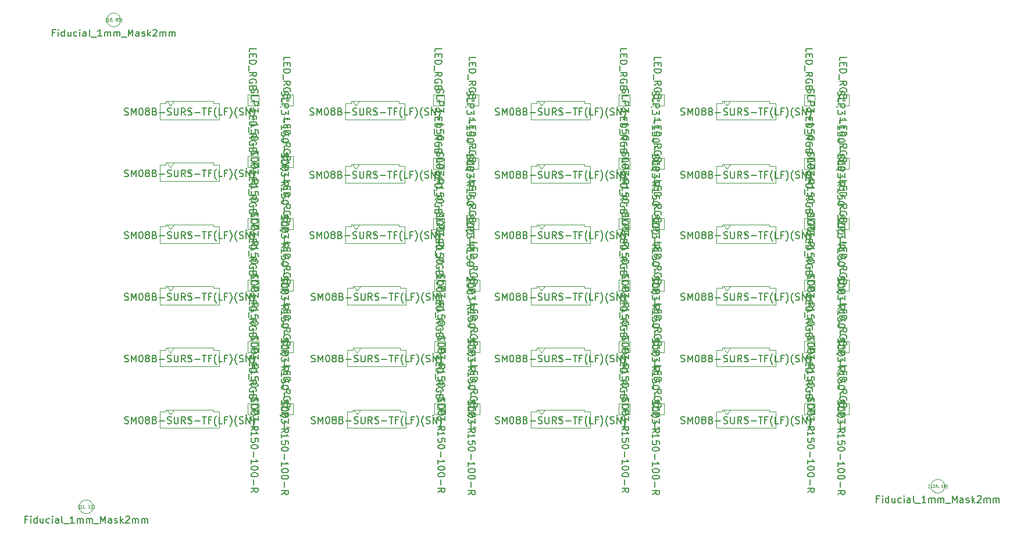
<source format=gbr>
%TF.GenerationSoftware,KiCad,Pcbnew,(7.0.0)*%
%TF.CreationDate,2023-04-04T09:59:10-04:00*%
%TF.ProjectId,bracket-led,62726163-6b65-4742-9d6c-65642e6b6963,A*%
%TF.SameCoordinates,Original*%
%TF.FileFunction,AssemblyDrawing,Top*%
%FSLAX46Y46*%
G04 Gerber Fmt 4.6, Leading zero omitted, Abs format (unit mm)*
G04 Created by KiCad (PCBNEW (7.0.0)) date 2023-04-04 09:59:10*
%MOMM*%
%LPD*%
G01*
G04 APERTURE LIST*
%ADD10C,0.150000*%
%ADD11C,0.040000*%
%ADD12C,0.060000*%
%ADD13C,0.100000*%
G04 APERTURE END LIST*
D10*
%TO.C,H2*%
X255005238Y-166369048D02*
X254957619Y-166511905D01*
X254957619Y-166511905D02*
X254957619Y-166750000D01*
X254957619Y-166750000D02*
X255005238Y-166845238D01*
X255005238Y-166845238D02*
X255052857Y-166892857D01*
X255052857Y-166892857D02*
X255148095Y-166940476D01*
X255148095Y-166940476D02*
X255243333Y-166940476D01*
X255243333Y-166940476D02*
X255338571Y-166892857D01*
X255338571Y-166892857D02*
X255386190Y-166845238D01*
X255386190Y-166845238D02*
X255433809Y-166750000D01*
X255433809Y-166750000D02*
X255481428Y-166559524D01*
X255481428Y-166559524D02*
X255529047Y-166464286D01*
X255529047Y-166464286D02*
X255576666Y-166416667D01*
X255576666Y-166416667D02*
X255671904Y-166369048D01*
X255671904Y-166369048D02*
X255767142Y-166369048D01*
X255767142Y-166369048D02*
X255862380Y-166416667D01*
X255862380Y-166416667D02*
X255910000Y-166464286D01*
X255910000Y-166464286D02*
X255957619Y-166559524D01*
X255957619Y-166559524D02*
X255957619Y-166797619D01*
X255957619Y-166797619D02*
X255910000Y-166940476D01*
X254957619Y-167845238D02*
X254957619Y-167369048D01*
X254957619Y-167369048D02*
X255957619Y-167369048D01*
X254957619Y-168178572D02*
X255957619Y-168178572D01*
X255957619Y-168178572D02*
X255957619Y-168559524D01*
X255957619Y-168559524D02*
X255910000Y-168654762D01*
X255910000Y-168654762D02*
X255862380Y-168702381D01*
X255862380Y-168702381D02*
X255767142Y-168750000D01*
X255767142Y-168750000D02*
X255624285Y-168750000D01*
X255624285Y-168750000D02*
X255529047Y-168702381D01*
X255529047Y-168702381D02*
X255481428Y-168654762D01*
X255481428Y-168654762D02*
X255433809Y-168559524D01*
X255433809Y-168559524D02*
X255433809Y-168178572D01*
X255957619Y-169083334D02*
X255957619Y-169702381D01*
X255957619Y-169702381D02*
X255576666Y-169369048D01*
X255576666Y-169369048D02*
X255576666Y-169511905D01*
X255576666Y-169511905D02*
X255529047Y-169607143D01*
X255529047Y-169607143D02*
X255481428Y-169654762D01*
X255481428Y-169654762D02*
X255386190Y-169702381D01*
X255386190Y-169702381D02*
X255148095Y-169702381D01*
X255148095Y-169702381D02*
X255052857Y-169654762D01*
X255052857Y-169654762D02*
X255005238Y-169607143D01*
X255005238Y-169607143D02*
X254957619Y-169511905D01*
X254957619Y-169511905D02*
X254957619Y-169226191D01*
X254957619Y-169226191D02*
X255005238Y-169130953D01*
X255005238Y-169130953D02*
X255052857Y-169083334D01*
X255338571Y-170130953D02*
X255338571Y-170892858D01*
X254957619Y-171892857D02*
X254957619Y-171321429D01*
X254957619Y-171607143D02*
X255957619Y-171607143D01*
X255957619Y-171607143D02*
X255814761Y-171511905D01*
X255814761Y-171511905D02*
X255719523Y-171416667D01*
X255719523Y-171416667D02*
X255671904Y-171321429D01*
X255957619Y-172797619D02*
X255957619Y-172321429D01*
X255957619Y-172321429D02*
X255481428Y-172273810D01*
X255481428Y-172273810D02*
X255529047Y-172321429D01*
X255529047Y-172321429D02*
X255576666Y-172416667D01*
X255576666Y-172416667D02*
X255576666Y-172654762D01*
X255576666Y-172654762D02*
X255529047Y-172750000D01*
X255529047Y-172750000D02*
X255481428Y-172797619D01*
X255481428Y-172797619D02*
X255386190Y-172845238D01*
X255386190Y-172845238D02*
X255148095Y-172845238D01*
X255148095Y-172845238D02*
X255052857Y-172797619D01*
X255052857Y-172797619D02*
X255005238Y-172750000D01*
X255005238Y-172750000D02*
X254957619Y-172654762D01*
X254957619Y-172654762D02*
X254957619Y-172416667D01*
X254957619Y-172416667D02*
X255005238Y-172321429D01*
X255005238Y-172321429D02*
X255052857Y-172273810D01*
X255957619Y-173464286D02*
X255957619Y-173559524D01*
X255957619Y-173559524D02*
X255910000Y-173654762D01*
X255910000Y-173654762D02*
X255862380Y-173702381D01*
X255862380Y-173702381D02*
X255767142Y-173750000D01*
X255767142Y-173750000D02*
X255576666Y-173797619D01*
X255576666Y-173797619D02*
X255338571Y-173797619D01*
X255338571Y-173797619D02*
X255148095Y-173750000D01*
X255148095Y-173750000D02*
X255052857Y-173702381D01*
X255052857Y-173702381D02*
X255005238Y-173654762D01*
X255005238Y-173654762D02*
X254957619Y-173559524D01*
X254957619Y-173559524D02*
X254957619Y-173464286D01*
X254957619Y-173464286D02*
X255005238Y-173369048D01*
X255005238Y-173369048D02*
X255052857Y-173321429D01*
X255052857Y-173321429D02*
X255148095Y-173273810D01*
X255148095Y-173273810D02*
X255338571Y-173226191D01*
X255338571Y-173226191D02*
X255576666Y-173226191D01*
X255576666Y-173226191D02*
X255767142Y-173273810D01*
X255767142Y-173273810D02*
X255862380Y-173321429D01*
X255862380Y-173321429D02*
X255910000Y-173369048D01*
X255910000Y-173369048D02*
X255957619Y-173464286D01*
X255338571Y-174226191D02*
X255338571Y-174988096D01*
X254957619Y-175988095D02*
X254957619Y-175416667D01*
X254957619Y-175702381D02*
X255957619Y-175702381D01*
X255957619Y-175702381D02*
X255814761Y-175607143D01*
X255814761Y-175607143D02*
X255719523Y-175511905D01*
X255719523Y-175511905D02*
X255671904Y-175416667D01*
X255957619Y-176607143D02*
X255957619Y-176702381D01*
X255957619Y-176702381D02*
X255910000Y-176797619D01*
X255910000Y-176797619D02*
X255862380Y-176845238D01*
X255862380Y-176845238D02*
X255767142Y-176892857D01*
X255767142Y-176892857D02*
X255576666Y-176940476D01*
X255576666Y-176940476D02*
X255338571Y-176940476D01*
X255338571Y-176940476D02*
X255148095Y-176892857D01*
X255148095Y-176892857D02*
X255052857Y-176845238D01*
X255052857Y-176845238D02*
X255005238Y-176797619D01*
X255005238Y-176797619D02*
X254957619Y-176702381D01*
X254957619Y-176702381D02*
X254957619Y-176607143D01*
X254957619Y-176607143D02*
X255005238Y-176511905D01*
X255005238Y-176511905D02*
X255052857Y-176464286D01*
X255052857Y-176464286D02*
X255148095Y-176416667D01*
X255148095Y-176416667D02*
X255338571Y-176369048D01*
X255338571Y-176369048D02*
X255576666Y-176369048D01*
X255576666Y-176369048D02*
X255767142Y-176416667D01*
X255767142Y-176416667D02*
X255862380Y-176464286D01*
X255862380Y-176464286D02*
X255910000Y-176511905D01*
X255910000Y-176511905D02*
X255957619Y-176607143D01*
X255957619Y-177559524D02*
X255957619Y-177654762D01*
X255957619Y-177654762D02*
X255910000Y-177750000D01*
X255910000Y-177750000D02*
X255862380Y-177797619D01*
X255862380Y-177797619D02*
X255767142Y-177845238D01*
X255767142Y-177845238D02*
X255576666Y-177892857D01*
X255576666Y-177892857D02*
X255338571Y-177892857D01*
X255338571Y-177892857D02*
X255148095Y-177845238D01*
X255148095Y-177845238D02*
X255052857Y-177797619D01*
X255052857Y-177797619D02*
X255005238Y-177750000D01*
X255005238Y-177750000D02*
X254957619Y-177654762D01*
X254957619Y-177654762D02*
X254957619Y-177559524D01*
X254957619Y-177559524D02*
X255005238Y-177464286D01*
X255005238Y-177464286D02*
X255052857Y-177416667D01*
X255052857Y-177416667D02*
X255148095Y-177369048D01*
X255148095Y-177369048D02*
X255338571Y-177321429D01*
X255338571Y-177321429D02*
X255576666Y-177321429D01*
X255576666Y-177321429D02*
X255767142Y-177369048D01*
X255767142Y-177369048D02*
X255862380Y-177416667D01*
X255862380Y-177416667D02*
X255910000Y-177464286D01*
X255910000Y-177464286D02*
X255957619Y-177559524D01*
X255338571Y-178321429D02*
X255338571Y-179083334D01*
X254957619Y-180130952D02*
X255433809Y-179797619D01*
X254957619Y-179559524D02*
X255957619Y-179559524D01*
X255957619Y-179559524D02*
X255957619Y-179940476D01*
X255957619Y-179940476D02*
X255910000Y-180035714D01*
X255910000Y-180035714D02*
X255862380Y-180083333D01*
X255862380Y-180083333D02*
X255767142Y-180130952D01*
X255767142Y-180130952D02*
X255624285Y-180130952D01*
X255624285Y-180130952D02*
X255529047Y-180083333D01*
X255529047Y-180083333D02*
X255481428Y-180035714D01*
X255481428Y-180035714D02*
X255433809Y-179940476D01*
X255433809Y-179940476D02*
X255433809Y-179559524D01*
D11*
X255439676Y-170585914D02*
X255439676Y-170835914D01*
X255439676Y-170716867D02*
X255296819Y-170716867D01*
X255296819Y-170585914D02*
X255296819Y-170835914D01*
X255189675Y-170812105D02*
X255177771Y-170824010D01*
X255177771Y-170824010D02*
X255153961Y-170835914D01*
X255153961Y-170835914D02*
X255094437Y-170835914D01*
X255094437Y-170835914D02*
X255070628Y-170824010D01*
X255070628Y-170824010D02*
X255058723Y-170812105D01*
X255058723Y-170812105D02*
X255046818Y-170788295D01*
X255046818Y-170788295D02*
X255046818Y-170764486D01*
X255046818Y-170764486D02*
X255058723Y-170728771D01*
X255058723Y-170728771D02*
X255201580Y-170585914D01*
X255201580Y-170585914D02*
X255046818Y-170585914D01*
D10*
%TO.C,H1*%
X259430238Y-166719048D02*
X259382619Y-166861905D01*
X259382619Y-166861905D02*
X259382619Y-167100000D01*
X259382619Y-167100000D02*
X259430238Y-167195238D01*
X259430238Y-167195238D02*
X259477857Y-167242857D01*
X259477857Y-167242857D02*
X259573095Y-167290476D01*
X259573095Y-167290476D02*
X259668333Y-167290476D01*
X259668333Y-167290476D02*
X259763571Y-167242857D01*
X259763571Y-167242857D02*
X259811190Y-167195238D01*
X259811190Y-167195238D02*
X259858809Y-167100000D01*
X259858809Y-167100000D02*
X259906428Y-166909524D01*
X259906428Y-166909524D02*
X259954047Y-166814286D01*
X259954047Y-166814286D02*
X260001666Y-166766667D01*
X260001666Y-166766667D02*
X260096904Y-166719048D01*
X260096904Y-166719048D02*
X260192142Y-166719048D01*
X260192142Y-166719048D02*
X260287380Y-166766667D01*
X260287380Y-166766667D02*
X260335000Y-166814286D01*
X260335000Y-166814286D02*
X260382619Y-166909524D01*
X260382619Y-166909524D02*
X260382619Y-167147619D01*
X260382619Y-167147619D02*
X260335000Y-167290476D01*
X259382619Y-168195238D02*
X259382619Y-167719048D01*
X259382619Y-167719048D02*
X260382619Y-167719048D01*
X259382619Y-168528572D02*
X260382619Y-168528572D01*
X260382619Y-168528572D02*
X260382619Y-168909524D01*
X260382619Y-168909524D02*
X260335000Y-169004762D01*
X260335000Y-169004762D02*
X260287380Y-169052381D01*
X260287380Y-169052381D02*
X260192142Y-169100000D01*
X260192142Y-169100000D02*
X260049285Y-169100000D01*
X260049285Y-169100000D02*
X259954047Y-169052381D01*
X259954047Y-169052381D02*
X259906428Y-169004762D01*
X259906428Y-169004762D02*
X259858809Y-168909524D01*
X259858809Y-168909524D02*
X259858809Y-168528572D01*
X260382619Y-169433334D02*
X260382619Y-170052381D01*
X260382619Y-170052381D02*
X260001666Y-169719048D01*
X260001666Y-169719048D02*
X260001666Y-169861905D01*
X260001666Y-169861905D02*
X259954047Y-169957143D01*
X259954047Y-169957143D02*
X259906428Y-170004762D01*
X259906428Y-170004762D02*
X259811190Y-170052381D01*
X259811190Y-170052381D02*
X259573095Y-170052381D01*
X259573095Y-170052381D02*
X259477857Y-170004762D01*
X259477857Y-170004762D02*
X259430238Y-169957143D01*
X259430238Y-169957143D02*
X259382619Y-169861905D01*
X259382619Y-169861905D02*
X259382619Y-169576191D01*
X259382619Y-169576191D02*
X259430238Y-169480953D01*
X259430238Y-169480953D02*
X259477857Y-169433334D01*
X259763571Y-170480953D02*
X259763571Y-171242858D01*
X259382619Y-172242857D02*
X259382619Y-171671429D01*
X259382619Y-171957143D02*
X260382619Y-171957143D01*
X260382619Y-171957143D02*
X260239761Y-171861905D01*
X260239761Y-171861905D02*
X260144523Y-171766667D01*
X260144523Y-171766667D02*
X260096904Y-171671429D01*
X260382619Y-173147619D02*
X260382619Y-172671429D01*
X260382619Y-172671429D02*
X259906428Y-172623810D01*
X259906428Y-172623810D02*
X259954047Y-172671429D01*
X259954047Y-172671429D02*
X260001666Y-172766667D01*
X260001666Y-172766667D02*
X260001666Y-173004762D01*
X260001666Y-173004762D02*
X259954047Y-173100000D01*
X259954047Y-173100000D02*
X259906428Y-173147619D01*
X259906428Y-173147619D02*
X259811190Y-173195238D01*
X259811190Y-173195238D02*
X259573095Y-173195238D01*
X259573095Y-173195238D02*
X259477857Y-173147619D01*
X259477857Y-173147619D02*
X259430238Y-173100000D01*
X259430238Y-173100000D02*
X259382619Y-173004762D01*
X259382619Y-173004762D02*
X259382619Y-172766667D01*
X259382619Y-172766667D02*
X259430238Y-172671429D01*
X259430238Y-172671429D02*
X259477857Y-172623810D01*
X260382619Y-173814286D02*
X260382619Y-173909524D01*
X260382619Y-173909524D02*
X260335000Y-174004762D01*
X260335000Y-174004762D02*
X260287380Y-174052381D01*
X260287380Y-174052381D02*
X260192142Y-174100000D01*
X260192142Y-174100000D02*
X260001666Y-174147619D01*
X260001666Y-174147619D02*
X259763571Y-174147619D01*
X259763571Y-174147619D02*
X259573095Y-174100000D01*
X259573095Y-174100000D02*
X259477857Y-174052381D01*
X259477857Y-174052381D02*
X259430238Y-174004762D01*
X259430238Y-174004762D02*
X259382619Y-173909524D01*
X259382619Y-173909524D02*
X259382619Y-173814286D01*
X259382619Y-173814286D02*
X259430238Y-173719048D01*
X259430238Y-173719048D02*
X259477857Y-173671429D01*
X259477857Y-173671429D02*
X259573095Y-173623810D01*
X259573095Y-173623810D02*
X259763571Y-173576191D01*
X259763571Y-173576191D02*
X260001666Y-173576191D01*
X260001666Y-173576191D02*
X260192142Y-173623810D01*
X260192142Y-173623810D02*
X260287380Y-173671429D01*
X260287380Y-173671429D02*
X260335000Y-173719048D01*
X260335000Y-173719048D02*
X260382619Y-173814286D01*
X259763571Y-174576191D02*
X259763571Y-175338096D01*
X259382619Y-176338095D02*
X259382619Y-175766667D01*
X259382619Y-176052381D02*
X260382619Y-176052381D01*
X260382619Y-176052381D02*
X260239761Y-175957143D01*
X260239761Y-175957143D02*
X260144523Y-175861905D01*
X260144523Y-175861905D02*
X260096904Y-175766667D01*
X260382619Y-176957143D02*
X260382619Y-177052381D01*
X260382619Y-177052381D02*
X260335000Y-177147619D01*
X260335000Y-177147619D02*
X260287380Y-177195238D01*
X260287380Y-177195238D02*
X260192142Y-177242857D01*
X260192142Y-177242857D02*
X260001666Y-177290476D01*
X260001666Y-177290476D02*
X259763571Y-177290476D01*
X259763571Y-177290476D02*
X259573095Y-177242857D01*
X259573095Y-177242857D02*
X259477857Y-177195238D01*
X259477857Y-177195238D02*
X259430238Y-177147619D01*
X259430238Y-177147619D02*
X259382619Y-177052381D01*
X259382619Y-177052381D02*
X259382619Y-176957143D01*
X259382619Y-176957143D02*
X259430238Y-176861905D01*
X259430238Y-176861905D02*
X259477857Y-176814286D01*
X259477857Y-176814286D02*
X259573095Y-176766667D01*
X259573095Y-176766667D02*
X259763571Y-176719048D01*
X259763571Y-176719048D02*
X260001666Y-176719048D01*
X260001666Y-176719048D02*
X260192142Y-176766667D01*
X260192142Y-176766667D02*
X260287380Y-176814286D01*
X260287380Y-176814286D02*
X260335000Y-176861905D01*
X260335000Y-176861905D02*
X260382619Y-176957143D01*
X260382619Y-177909524D02*
X260382619Y-178004762D01*
X260382619Y-178004762D02*
X260335000Y-178100000D01*
X260335000Y-178100000D02*
X260287380Y-178147619D01*
X260287380Y-178147619D02*
X260192142Y-178195238D01*
X260192142Y-178195238D02*
X260001666Y-178242857D01*
X260001666Y-178242857D02*
X259763571Y-178242857D01*
X259763571Y-178242857D02*
X259573095Y-178195238D01*
X259573095Y-178195238D02*
X259477857Y-178147619D01*
X259477857Y-178147619D02*
X259430238Y-178100000D01*
X259430238Y-178100000D02*
X259382619Y-178004762D01*
X259382619Y-178004762D02*
X259382619Y-177909524D01*
X259382619Y-177909524D02*
X259430238Y-177814286D01*
X259430238Y-177814286D02*
X259477857Y-177766667D01*
X259477857Y-177766667D02*
X259573095Y-177719048D01*
X259573095Y-177719048D02*
X259763571Y-177671429D01*
X259763571Y-177671429D02*
X260001666Y-177671429D01*
X260001666Y-177671429D02*
X260192142Y-177719048D01*
X260192142Y-177719048D02*
X260287380Y-177766667D01*
X260287380Y-177766667D02*
X260335000Y-177814286D01*
X260335000Y-177814286D02*
X260382619Y-177909524D01*
X259763571Y-178671429D02*
X259763571Y-179433334D01*
X259382619Y-180480952D02*
X259858809Y-180147619D01*
X259382619Y-179909524D02*
X260382619Y-179909524D01*
X260382619Y-179909524D02*
X260382619Y-180290476D01*
X260382619Y-180290476D02*
X260335000Y-180385714D01*
X260335000Y-180385714D02*
X260287380Y-180433333D01*
X260287380Y-180433333D02*
X260192142Y-180480952D01*
X260192142Y-180480952D02*
X260049285Y-180480952D01*
X260049285Y-180480952D02*
X259954047Y-180433333D01*
X259954047Y-180433333D02*
X259906428Y-180385714D01*
X259906428Y-180385714D02*
X259858809Y-180290476D01*
X259858809Y-180290476D02*
X259858809Y-179909524D01*
D11*
X260439676Y-170585914D02*
X260439676Y-170835914D01*
X260439676Y-170716867D02*
X260296819Y-170716867D01*
X260296819Y-170585914D02*
X260296819Y-170835914D01*
X260046818Y-170585914D02*
X260189675Y-170585914D01*
X260118247Y-170585914D02*
X260118247Y-170835914D01*
X260118247Y-170835914D02*
X260142056Y-170800200D01*
X260142056Y-170800200D02*
X260165866Y-170776390D01*
X260165866Y-170776390D02*
X260189675Y-170764486D01*
D10*
%TO.C,D2*%
X259682619Y-162201190D02*
X259682619Y-161725000D01*
X259682619Y-161725000D02*
X260682619Y-161725000D01*
X260206428Y-162534524D02*
X260206428Y-162867857D01*
X259682619Y-163010714D02*
X259682619Y-162534524D01*
X259682619Y-162534524D02*
X260682619Y-162534524D01*
X260682619Y-162534524D02*
X260682619Y-163010714D01*
X259682619Y-163439286D02*
X260682619Y-163439286D01*
X260682619Y-163439286D02*
X260682619Y-163677381D01*
X260682619Y-163677381D02*
X260635000Y-163820238D01*
X260635000Y-163820238D02*
X260539761Y-163915476D01*
X260539761Y-163915476D02*
X260444523Y-163963095D01*
X260444523Y-163963095D02*
X260254047Y-164010714D01*
X260254047Y-164010714D02*
X260111190Y-164010714D01*
X260111190Y-164010714D02*
X259920714Y-163963095D01*
X259920714Y-163963095D02*
X259825476Y-163915476D01*
X259825476Y-163915476D02*
X259730238Y-163820238D01*
X259730238Y-163820238D02*
X259682619Y-163677381D01*
X259682619Y-163677381D02*
X259682619Y-163439286D01*
X259587380Y-164201191D02*
X259587380Y-164963095D01*
X259682619Y-165772619D02*
X260158809Y-165439286D01*
X259682619Y-165201191D02*
X260682619Y-165201191D01*
X260682619Y-165201191D02*
X260682619Y-165582143D01*
X260682619Y-165582143D02*
X260635000Y-165677381D01*
X260635000Y-165677381D02*
X260587380Y-165725000D01*
X260587380Y-165725000D02*
X260492142Y-165772619D01*
X260492142Y-165772619D02*
X260349285Y-165772619D01*
X260349285Y-165772619D02*
X260254047Y-165725000D01*
X260254047Y-165725000D02*
X260206428Y-165677381D01*
X260206428Y-165677381D02*
X260158809Y-165582143D01*
X260158809Y-165582143D02*
X260158809Y-165201191D01*
X260635000Y-166725000D02*
X260682619Y-166629762D01*
X260682619Y-166629762D02*
X260682619Y-166486905D01*
X260682619Y-166486905D02*
X260635000Y-166344048D01*
X260635000Y-166344048D02*
X260539761Y-166248810D01*
X260539761Y-166248810D02*
X260444523Y-166201191D01*
X260444523Y-166201191D02*
X260254047Y-166153572D01*
X260254047Y-166153572D02*
X260111190Y-166153572D01*
X260111190Y-166153572D02*
X259920714Y-166201191D01*
X259920714Y-166201191D02*
X259825476Y-166248810D01*
X259825476Y-166248810D02*
X259730238Y-166344048D01*
X259730238Y-166344048D02*
X259682619Y-166486905D01*
X259682619Y-166486905D02*
X259682619Y-166582143D01*
X259682619Y-166582143D02*
X259730238Y-166725000D01*
X259730238Y-166725000D02*
X259777857Y-166772619D01*
X259777857Y-166772619D02*
X260111190Y-166772619D01*
X260111190Y-166772619D02*
X260111190Y-166582143D01*
X260206428Y-167534524D02*
X260158809Y-167677381D01*
X260158809Y-167677381D02*
X260111190Y-167725000D01*
X260111190Y-167725000D02*
X260015952Y-167772619D01*
X260015952Y-167772619D02*
X259873095Y-167772619D01*
X259873095Y-167772619D02*
X259777857Y-167725000D01*
X259777857Y-167725000D02*
X259730238Y-167677381D01*
X259730238Y-167677381D02*
X259682619Y-167582143D01*
X259682619Y-167582143D02*
X259682619Y-167201191D01*
X259682619Y-167201191D02*
X260682619Y-167201191D01*
X260682619Y-167201191D02*
X260682619Y-167534524D01*
X260682619Y-167534524D02*
X260635000Y-167629762D01*
X260635000Y-167629762D02*
X260587380Y-167677381D01*
X260587380Y-167677381D02*
X260492142Y-167725000D01*
X260492142Y-167725000D02*
X260396904Y-167725000D01*
X260396904Y-167725000D02*
X260301666Y-167677381D01*
X260301666Y-167677381D02*
X260254047Y-167629762D01*
X260254047Y-167629762D02*
X260206428Y-167534524D01*
X260206428Y-167534524D02*
X260206428Y-167201191D01*
D11*
X260433723Y-167885914D02*
X260433723Y-168135914D01*
X260433723Y-168135914D02*
X260374199Y-168135914D01*
X260374199Y-168135914D02*
X260338485Y-168124010D01*
X260338485Y-168124010D02*
X260314675Y-168100200D01*
X260314675Y-168100200D02*
X260302770Y-168076390D01*
X260302770Y-168076390D02*
X260290866Y-168028771D01*
X260290866Y-168028771D02*
X260290866Y-167993057D01*
X260290866Y-167993057D02*
X260302770Y-167945438D01*
X260302770Y-167945438D02*
X260314675Y-167921629D01*
X260314675Y-167921629D02*
X260338485Y-167897819D01*
X260338485Y-167897819D02*
X260374199Y-167885914D01*
X260374199Y-167885914D02*
X260433723Y-167885914D01*
X260195627Y-168112105D02*
X260183723Y-168124010D01*
X260183723Y-168124010D02*
X260159913Y-168135914D01*
X260159913Y-168135914D02*
X260100389Y-168135914D01*
X260100389Y-168135914D02*
X260076580Y-168124010D01*
X260076580Y-168124010D02*
X260064675Y-168112105D01*
X260064675Y-168112105D02*
X260052770Y-168088295D01*
X260052770Y-168088295D02*
X260052770Y-168064486D01*
X260052770Y-168064486D02*
X260064675Y-168028771D01*
X260064675Y-168028771D02*
X260207532Y-167885914D01*
X260207532Y-167885914D02*
X260052770Y-167885914D01*
D10*
%TO.C,D1*%
X254707619Y-160926190D02*
X254707619Y-160450000D01*
X254707619Y-160450000D02*
X255707619Y-160450000D01*
X255231428Y-161259524D02*
X255231428Y-161592857D01*
X254707619Y-161735714D02*
X254707619Y-161259524D01*
X254707619Y-161259524D02*
X255707619Y-161259524D01*
X255707619Y-161259524D02*
X255707619Y-161735714D01*
X254707619Y-162164286D02*
X255707619Y-162164286D01*
X255707619Y-162164286D02*
X255707619Y-162402381D01*
X255707619Y-162402381D02*
X255660000Y-162545238D01*
X255660000Y-162545238D02*
X255564761Y-162640476D01*
X255564761Y-162640476D02*
X255469523Y-162688095D01*
X255469523Y-162688095D02*
X255279047Y-162735714D01*
X255279047Y-162735714D02*
X255136190Y-162735714D01*
X255136190Y-162735714D02*
X254945714Y-162688095D01*
X254945714Y-162688095D02*
X254850476Y-162640476D01*
X254850476Y-162640476D02*
X254755238Y-162545238D01*
X254755238Y-162545238D02*
X254707619Y-162402381D01*
X254707619Y-162402381D02*
X254707619Y-162164286D01*
X254612380Y-162926191D02*
X254612380Y-163688095D01*
X254707619Y-164497619D02*
X255183809Y-164164286D01*
X254707619Y-163926191D02*
X255707619Y-163926191D01*
X255707619Y-163926191D02*
X255707619Y-164307143D01*
X255707619Y-164307143D02*
X255660000Y-164402381D01*
X255660000Y-164402381D02*
X255612380Y-164450000D01*
X255612380Y-164450000D02*
X255517142Y-164497619D01*
X255517142Y-164497619D02*
X255374285Y-164497619D01*
X255374285Y-164497619D02*
X255279047Y-164450000D01*
X255279047Y-164450000D02*
X255231428Y-164402381D01*
X255231428Y-164402381D02*
X255183809Y-164307143D01*
X255183809Y-164307143D02*
X255183809Y-163926191D01*
X255660000Y-165450000D02*
X255707619Y-165354762D01*
X255707619Y-165354762D02*
X255707619Y-165211905D01*
X255707619Y-165211905D02*
X255660000Y-165069048D01*
X255660000Y-165069048D02*
X255564761Y-164973810D01*
X255564761Y-164973810D02*
X255469523Y-164926191D01*
X255469523Y-164926191D02*
X255279047Y-164878572D01*
X255279047Y-164878572D02*
X255136190Y-164878572D01*
X255136190Y-164878572D02*
X254945714Y-164926191D01*
X254945714Y-164926191D02*
X254850476Y-164973810D01*
X254850476Y-164973810D02*
X254755238Y-165069048D01*
X254755238Y-165069048D02*
X254707619Y-165211905D01*
X254707619Y-165211905D02*
X254707619Y-165307143D01*
X254707619Y-165307143D02*
X254755238Y-165450000D01*
X254755238Y-165450000D02*
X254802857Y-165497619D01*
X254802857Y-165497619D02*
X255136190Y-165497619D01*
X255136190Y-165497619D02*
X255136190Y-165307143D01*
X255231428Y-166259524D02*
X255183809Y-166402381D01*
X255183809Y-166402381D02*
X255136190Y-166450000D01*
X255136190Y-166450000D02*
X255040952Y-166497619D01*
X255040952Y-166497619D02*
X254898095Y-166497619D01*
X254898095Y-166497619D02*
X254802857Y-166450000D01*
X254802857Y-166450000D02*
X254755238Y-166402381D01*
X254755238Y-166402381D02*
X254707619Y-166307143D01*
X254707619Y-166307143D02*
X254707619Y-165926191D01*
X254707619Y-165926191D02*
X255707619Y-165926191D01*
X255707619Y-165926191D02*
X255707619Y-166259524D01*
X255707619Y-166259524D02*
X255660000Y-166354762D01*
X255660000Y-166354762D02*
X255612380Y-166402381D01*
X255612380Y-166402381D02*
X255517142Y-166450000D01*
X255517142Y-166450000D02*
X255421904Y-166450000D01*
X255421904Y-166450000D02*
X255326666Y-166402381D01*
X255326666Y-166402381D02*
X255279047Y-166354762D01*
X255279047Y-166354762D02*
X255231428Y-166259524D01*
X255231428Y-166259524D02*
X255231428Y-165926191D01*
D11*
X255433723Y-167885914D02*
X255433723Y-168135914D01*
X255433723Y-168135914D02*
X255374199Y-168135914D01*
X255374199Y-168135914D02*
X255338485Y-168124010D01*
X255338485Y-168124010D02*
X255314675Y-168100200D01*
X255314675Y-168100200D02*
X255302770Y-168076390D01*
X255302770Y-168076390D02*
X255290866Y-168028771D01*
X255290866Y-168028771D02*
X255290866Y-167993057D01*
X255290866Y-167993057D02*
X255302770Y-167945438D01*
X255302770Y-167945438D02*
X255314675Y-167921629D01*
X255314675Y-167921629D02*
X255338485Y-167897819D01*
X255338485Y-167897819D02*
X255374199Y-167885914D01*
X255374199Y-167885914D02*
X255433723Y-167885914D01*
X255052770Y-167885914D02*
X255195627Y-167885914D01*
X255124199Y-167885914D02*
X255124199Y-168135914D01*
X255124199Y-168135914D02*
X255148008Y-168100200D01*
X255148008Y-168100200D02*
X255171818Y-168076390D01*
X255171818Y-168076390D02*
X255195627Y-168064486D01*
D10*
%TO.C,J1*%
X236524999Y-170094761D02*
X236667856Y-170142380D01*
X236667856Y-170142380D02*
X236905951Y-170142380D01*
X236905951Y-170142380D02*
X237001189Y-170094761D01*
X237001189Y-170094761D02*
X237048808Y-170047142D01*
X237048808Y-170047142D02*
X237096427Y-169951904D01*
X237096427Y-169951904D02*
X237096427Y-169856666D01*
X237096427Y-169856666D02*
X237048808Y-169761428D01*
X237048808Y-169761428D02*
X237001189Y-169713809D01*
X237001189Y-169713809D02*
X236905951Y-169666190D01*
X236905951Y-169666190D02*
X236715475Y-169618571D01*
X236715475Y-169618571D02*
X236620237Y-169570952D01*
X236620237Y-169570952D02*
X236572618Y-169523333D01*
X236572618Y-169523333D02*
X236524999Y-169428095D01*
X236524999Y-169428095D02*
X236524999Y-169332857D01*
X236524999Y-169332857D02*
X236572618Y-169237619D01*
X236572618Y-169237619D02*
X236620237Y-169190000D01*
X236620237Y-169190000D02*
X236715475Y-169142380D01*
X236715475Y-169142380D02*
X236953570Y-169142380D01*
X236953570Y-169142380D02*
X237096427Y-169190000D01*
X237524999Y-170142380D02*
X237524999Y-169142380D01*
X237524999Y-169142380D02*
X237858332Y-169856666D01*
X237858332Y-169856666D02*
X238191665Y-169142380D01*
X238191665Y-169142380D02*
X238191665Y-170142380D01*
X238858332Y-169142380D02*
X238953570Y-169142380D01*
X238953570Y-169142380D02*
X239048808Y-169190000D01*
X239048808Y-169190000D02*
X239096427Y-169237619D01*
X239096427Y-169237619D02*
X239144046Y-169332857D01*
X239144046Y-169332857D02*
X239191665Y-169523333D01*
X239191665Y-169523333D02*
X239191665Y-169761428D01*
X239191665Y-169761428D02*
X239144046Y-169951904D01*
X239144046Y-169951904D02*
X239096427Y-170047142D01*
X239096427Y-170047142D02*
X239048808Y-170094761D01*
X239048808Y-170094761D02*
X238953570Y-170142380D01*
X238953570Y-170142380D02*
X238858332Y-170142380D01*
X238858332Y-170142380D02*
X238763094Y-170094761D01*
X238763094Y-170094761D02*
X238715475Y-170047142D01*
X238715475Y-170047142D02*
X238667856Y-169951904D01*
X238667856Y-169951904D02*
X238620237Y-169761428D01*
X238620237Y-169761428D02*
X238620237Y-169523333D01*
X238620237Y-169523333D02*
X238667856Y-169332857D01*
X238667856Y-169332857D02*
X238715475Y-169237619D01*
X238715475Y-169237619D02*
X238763094Y-169190000D01*
X238763094Y-169190000D02*
X238858332Y-169142380D01*
X239763094Y-169570952D02*
X239667856Y-169523333D01*
X239667856Y-169523333D02*
X239620237Y-169475714D01*
X239620237Y-169475714D02*
X239572618Y-169380476D01*
X239572618Y-169380476D02*
X239572618Y-169332857D01*
X239572618Y-169332857D02*
X239620237Y-169237619D01*
X239620237Y-169237619D02*
X239667856Y-169190000D01*
X239667856Y-169190000D02*
X239763094Y-169142380D01*
X239763094Y-169142380D02*
X239953570Y-169142380D01*
X239953570Y-169142380D02*
X240048808Y-169190000D01*
X240048808Y-169190000D02*
X240096427Y-169237619D01*
X240096427Y-169237619D02*
X240144046Y-169332857D01*
X240144046Y-169332857D02*
X240144046Y-169380476D01*
X240144046Y-169380476D02*
X240096427Y-169475714D01*
X240096427Y-169475714D02*
X240048808Y-169523333D01*
X240048808Y-169523333D02*
X239953570Y-169570952D01*
X239953570Y-169570952D02*
X239763094Y-169570952D01*
X239763094Y-169570952D02*
X239667856Y-169618571D01*
X239667856Y-169618571D02*
X239620237Y-169666190D01*
X239620237Y-169666190D02*
X239572618Y-169761428D01*
X239572618Y-169761428D02*
X239572618Y-169951904D01*
X239572618Y-169951904D02*
X239620237Y-170047142D01*
X239620237Y-170047142D02*
X239667856Y-170094761D01*
X239667856Y-170094761D02*
X239763094Y-170142380D01*
X239763094Y-170142380D02*
X239953570Y-170142380D01*
X239953570Y-170142380D02*
X240048808Y-170094761D01*
X240048808Y-170094761D02*
X240096427Y-170047142D01*
X240096427Y-170047142D02*
X240144046Y-169951904D01*
X240144046Y-169951904D02*
X240144046Y-169761428D01*
X240144046Y-169761428D02*
X240096427Y-169666190D01*
X240096427Y-169666190D02*
X240048808Y-169618571D01*
X240048808Y-169618571D02*
X239953570Y-169570952D01*
X240905951Y-169618571D02*
X241048808Y-169666190D01*
X241048808Y-169666190D02*
X241096427Y-169713809D01*
X241096427Y-169713809D02*
X241144046Y-169809047D01*
X241144046Y-169809047D02*
X241144046Y-169951904D01*
X241144046Y-169951904D02*
X241096427Y-170047142D01*
X241096427Y-170047142D02*
X241048808Y-170094761D01*
X241048808Y-170094761D02*
X240953570Y-170142380D01*
X240953570Y-170142380D02*
X240572618Y-170142380D01*
X240572618Y-170142380D02*
X240572618Y-169142380D01*
X240572618Y-169142380D02*
X240905951Y-169142380D01*
X240905951Y-169142380D02*
X241001189Y-169190000D01*
X241001189Y-169190000D02*
X241048808Y-169237619D01*
X241048808Y-169237619D02*
X241096427Y-169332857D01*
X241096427Y-169332857D02*
X241096427Y-169428095D01*
X241096427Y-169428095D02*
X241048808Y-169523333D01*
X241048808Y-169523333D02*
X241001189Y-169570952D01*
X241001189Y-169570952D02*
X240905951Y-169618571D01*
X240905951Y-169618571D02*
X240572618Y-169618571D01*
X241572618Y-169761428D02*
X242334523Y-169761428D01*
X242763094Y-170094761D02*
X242905951Y-170142380D01*
X242905951Y-170142380D02*
X243144046Y-170142380D01*
X243144046Y-170142380D02*
X243239284Y-170094761D01*
X243239284Y-170094761D02*
X243286903Y-170047142D01*
X243286903Y-170047142D02*
X243334522Y-169951904D01*
X243334522Y-169951904D02*
X243334522Y-169856666D01*
X243334522Y-169856666D02*
X243286903Y-169761428D01*
X243286903Y-169761428D02*
X243239284Y-169713809D01*
X243239284Y-169713809D02*
X243144046Y-169666190D01*
X243144046Y-169666190D02*
X242953570Y-169618571D01*
X242953570Y-169618571D02*
X242858332Y-169570952D01*
X242858332Y-169570952D02*
X242810713Y-169523333D01*
X242810713Y-169523333D02*
X242763094Y-169428095D01*
X242763094Y-169428095D02*
X242763094Y-169332857D01*
X242763094Y-169332857D02*
X242810713Y-169237619D01*
X242810713Y-169237619D02*
X242858332Y-169190000D01*
X242858332Y-169190000D02*
X242953570Y-169142380D01*
X242953570Y-169142380D02*
X243191665Y-169142380D01*
X243191665Y-169142380D02*
X243334522Y-169190000D01*
X243763094Y-169142380D02*
X243763094Y-169951904D01*
X243763094Y-169951904D02*
X243810713Y-170047142D01*
X243810713Y-170047142D02*
X243858332Y-170094761D01*
X243858332Y-170094761D02*
X243953570Y-170142380D01*
X243953570Y-170142380D02*
X244144046Y-170142380D01*
X244144046Y-170142380D02*
X244239284Y-170094761D01*
X244239284Y-170094761D02*
X244286903Y-170047142D01*
X244286903Y-170047142D02*
X244334522Y-169951904D01*
X244334522Y-169951904D02*
X244334522Y-169142380D01*
X245382141Y-170142380D02*
X245048808Y-169666190D01*
X244810713Y-170142380D02*
X244810713Y-169142380D01*
X244810713Y-169142380D02*
X245191665Y-169142380D01*
X245191665Y-169142380D02*
X245286903Y-169190000D01*
X245286903Y-169190000D02*
X245334522Y-169237619D01*
X245334522Y-169237619D02*
X245382141Y-169332857D01*
X245382141Y-169332857D02*
X245382141Y-169475714D01*
X245382141Y-169475714D02*
X245334522Y-169570952D01*
X245334522Y-169570952D02*
X245286903Y-169618571D01*
X245286903Y-169618571D02*
X245191665Y-169666190D01*
X245191665Y-169666190D02*
X244810713Y-169666190D01*
X245763094Y-170094761D02*
X245905951Y-170142380D01*
X245905951Y-170142380D02*
X246144046Y-170142380D01*
X246144046Y-170142380D02*
X246239284Y-170094761D01*
X246239284Y-170094761D02*
X246286903Y-170047142D01*
X246286903Y-170047142D02*
X246334522Y-169951904D01*
X246334522Y-169951904D02*
X246334522Y-169856666D01*
X246334522Y-169856666D02*
X246286903Y-169761428D01*
X246286903Y-169761428D02*
X246239284Y-169713809D01*
X246239284Y-169713809D02*
X246144046Y-169666190D01*
X246144046Y-169666190D02*
X245953570Y-169618571D01*
X245953570Y-169618571D02*
X245858332Y-169570952D01*
X245858332Y-169570952D02*
X245810713Y-169523333D01*
X245810713Y-169523333D02*
X245763094Y-169428095D01*
X245763094Y-169428095D02*
X245763094Y-169332857D01*
X245763094Y-169332857D02*
X245810713Y-169237619D01*
X245810713Y-169237619D02*
X245858332Y-169190000D01*
X245858332Y-169190000D02*
X245953570Y-169142380D01*
X245953570Y-169142380D02*
X246191665Y-169142380D01*
X246191665Y-169142380D02*
X246334522Y-169190000D01*
X246763094Y-169761428D02*
X247524999Y-169761428D01*
X247858332Y-169142380D02*
X248429760Y-169142380D01*
X248144046Y-170142380D02*
X248144046Y-169142380D01*
X249096427Y-169618571D02*
X248763094Y-169618571D01*
X248763094Y-170142380D02*
X248763094Y-169142380D01*
X248763094Y-169142380D02*
X249239284Y-169142380D01*
X249905951Y-170523333D02*
X249858332Y-170475714D01*
X249858332Y-170475714D02*
X249763094Y-170332857D01*
X249763094Y-170332857D02*
X249715475Y-170237619D01*
X249715475Y-170237619D02*
X249667856Y-170094761D01*
X249667856Y-170094761D02*
X249620237Y-169856666D01*
X249620237Y-169856666D02*
X249620237Y-169666190D01*
X249620237Y-169666190D02*
X249667856Y-169428095D01*
X249667856Y-169428095D02*
X249715475Y-169285238D01*
X249715475Y-169285238D02*
X249763094Y-169190000D01*
X249763094Y-169190000D02*
X249858332Y-169047142D01*
X249858332Y-169047142D02*
X249905951Y-168999523D01*
X250763094Y-170142380D02*
X250286904Y-170142380D01*
X250286904Y-170142380D02*
X250286904Y-169142380D01*
X251429761Y-169618571D02*
X251096428Y-169618571D01*
X251096428Y-170142380D02*
X251096428Y-169142380D01*
X251096428Y-169142380D02*
X251572618Y-169142380D01*
X251858333Y-170523333D02*
X251905952Y-170475714D01*
X251905952Y-170475714D02*
X252001190Y-170332857D01*
X252001190Y-170332857D02*
X252048809Y-170237619D01*
X252048809Y-170237619D02*
X252096428Y-170094761D01*
X252096428Y-170094761D02*
X252144047Y-169856666D01*
X252144047Y-169856666D02*
X252144047Y-169666190D01*
X252144047Y-169666190D02*
X252096428Y-169428095D01*
X252096428Y-169428095D02*
X252048809Y-169285238D01*
X252048809Y-169285238D02*
X252001190Y-169190000D01*
X252001190Y-169190000D02*
X251905952Y-169047142D01*
X251905952Y-169047142D02*
X251858333Y-168999523D01*
X252905952Y-170523333D02*
X252858333Y-170475714D01*
X252858333Y-170475714D02*
X252763095Y-170332857D01*
X252763095Y-170332857D02*
X252715476Y-170237619D01*
X252715476Y-170237619D02*
X252667857Y-170094761D01*
X252667857Y-170094761D02*
X252620238Y-169856666D01*
X252620238Y-169856666D02*
X252620238Y-169666190D01*
X252620238Y-169666190D02*
X252667857Y-169428095D01*
X252667857Y-169428095D02*
X252715476Y-169285238D01*
X252715476Y-169285238D02*
X252763095Y-169190000D01*
X252763095Y-169190000D02*
X252858333Y-169047142D01*
X252858333Y-169047142D02*
X252905952Y-168999523D01*
X253239286Y-170094761D02*
X253382143Y-170142380D01*
X253382143Y-170142380D02*
X253620238Y-170142380D01*
X253620238Y-170142380D02*
X253715476Y-170094761D01*
X253715476Y-170094761D02*
X253763095Y-170047142D01*
X253763095Y-170047142D02*
X253810714Y-169951904D01*
X253810714Y-169951904D02*
X253810714Y-169856666D01*
X253810714Y-169856666D02*
X253763095Y-169761428D01*
X253763095Y-169761428D02*
X253715476Y-169713809D01*
X253715476Y-169713809D02*
X253620238Y-169666190D01*
X253620238Y-169666190D02*
X253429762Y-169618571D01*
X253429762Y-169618571D02*
X253334524Y-169570952D01*
X253334524Y-169570952D02*
X253286905Y-169523333D01*
X253286905Y-169523333D02*
X253239286Y-169428095D01*
X253239286Y-169428095D02*
X253239286Y-169332857D01*
X253239286Y-169332857D02*
X253286905Y-169237619D01*
X253286905Y-169237619D02*
X253334524Y-169190000D01*
X253334524Y-169190000D02*
X253429762Y-169142380D01*
X253429762Y-169142380D02*
X253667857Y-169142380D01*
X253667857Y-169142380D02*
X253810714Y-169190000D01*
X254239286Y-170142380D02*
X254239286Y-169142380D01*
X254239286Y-169142380D02*
X254810714Y-170142380D01*
X254810714Y-170142380D02*
X254810714Y-169142380D01*
X255191667Y-170523333D02*
X255239286Y-170475714D01*
X255239286Y-170475714D02*
X255334524Y-170332857D01*
X255334524Y-170332857D02*
X255382143Y-170237619D01*
X255382143Y-170237619D02*
X255429762Y-170094761D01*
X255429762Y-170094761D02*
X255477381Y-169856666D01*
X255477381Y-169856666D02*
X255477381Y-169666190D01*
X255477381Y-169666190D02*
X255429762Y-169428095D01*
X255429762Y-169428095D02*
X255382143Y-169285238D01*
X255382143Y-169285238D02*
X255334524Y-169190000D01*
X255334524Y-169190000D02*
X255239286Y-169047142D01*
X255239286Y-169047142D02*
X255191667Y-168999523D01*
D11*
X245916667Y-169341845D02*
X245916667Y-169520416D01*
X245916667Y-169520416D02*
X245904762Y-169556130D01*
X245904762Y-169556130D02*
X245880953Y-169579940D01*
X245880953Y-169579940D02*
X245845238Y-169591845D01*
X245845238Y-169591845D02*
X245821429Y-169591845D01*
X246166667Y-169591845D02*
X246023810Y-169591845D01*
X246095238Y-169591845D02*
X246095238Y-169341845D01*
X246095238Y-169341845D02*
X246071429Y-169377559D01*
X246071429Y-169377559D02*
X246047619Y-169401369D01*
X246047619Y-169401369D02*
X246023810Y-169413273D01*
D10*
%TO.C,H2*%
X228005238Y-166369048D02*
X227957619Y-166511905D01*
X227957619Y-166511905D02*
X227957619Y-166750000D01*
X227957619Y-166750000D02*
X228005238Y-166845238D01*
X228005238Y-166845238D02*
X228052857Y-166892857D01*
X228052857Y-166892857D02*
X228148095Y-166940476D01*
X228148095Y-166940476D02*
X228243333Y-166940476D01*
X228243333Y-166940476D02*
X228338571Y-166892857D01*
X228338571Y-166892857D02*
X228386190Y-166845238D01*
X228386190Y-166845238D02*
X228433809Y-166750000D01*
X228433809Y-166750000D02*
X228481428Y-166559524D01*
X228481428Y-166559524D02*
X228529047Y-166464286D01*
X228529047Y-166464286D02*
X228576666Y-166416667D01*
X228576666Y-166416667D02*
X228671904Y-166369048D01*
X228671904Y-166369048D02*
X228767142Y-166369048D01*
X228767142Y-166369048D02*
X228862380Y-166416667D01*
X228862380Y-166416667D02*
X228910000Y-166464286D01*
X228910000Y-166464286D02*
X228957619Y-166559524D01*
X228957619Y-166559524D02*
X228957619Y-166797619D01*
X228957619Y-166797619D02*
X228910000Y-166940476D01*
X227957619Y-167845238D02*
X227957619Y-167369048D01*
X227957619Y-167369048D02*
X228957619Y-167369048D01*
X227957619Y-168178572D02*
X228957619Y-168178572D01*
X228957619Y-168178572D02*
X228957619Y-168559524D01*
X228957619Y-168559524D02*
X228910000Y-168654762D01*
X228910000Y-168654762D02*
X228862380Y-168702381D01*
X228862380Y-168702381D02*
X228767142Y-168750000D01*
X228767142Y-168750000D02*
X228624285Y-168750000D01*
X228624285Y-168750000D02*
X228529047Y-168702381D01*
X228529047Y-168702381D02*
X228481428Y-168654762D01*
X228481428Y-168654762D02*
X228433809Y-168559524D01*
X228433809Y-168559524D02*
X228433809Y-168178572D01*
X228957619Y-169083334D02*
X228957619Y-169702381D01*
X228957619Y-169702381D02*
X228576666Y-169369048D01*
X228576666Y-169369048D02*
X228576666Y-169511905D01*
X228576666Y-169511905D02*
X228529047Y-169607143D01*
X228529047Y-169607143D02*
X228481428Y-169654762D01*
X228481428Y-169654762D02*
X228386190Y-169702381D01*
X228386190Y-169702381D02*
X228148095Y-169702381D01*
X228148095Y-169702381D02*
X228052857Y-169654762D01*
X228052857Y-169654762D02*
X228005238Y-169607143D01*
X228005238Y-169607143D02*
X227957619Y-169511905D01*
X227957619Y-169511905D02*
X227957619Y-169226191D01*
X227957619Y-169226191D02*
X228005238Y-169130953D01*
X228005238Y-169130953D02*
X228052857Y-169083334D01*
X228338571Y-170130953D02*
X228338571Y-170892858D01*
X227957619Y-171892857D02*
X227957619Y-171321429D01*
X227957619Y-171607143D02*
X228957619Y-171607143D01*
X228957619Y-171607143D02*
X228814761Y-171511905D01*
X228814761Y-171511905D02*
X228719523Y-171416667D01*
X228719523Y-171416667D02*
X228671904Y-171321429D01*
X228957619Y-172797619D02*
X228957619Y-172321429D01*
X228957619Y-172321429D02*
X228481428Y-172273810D01*
X228481428Y-172273810D02*
X228529047Y-172321429D01*
X228529047Y-172321429D02*
X228576666Y-172416667D01*
X228576666Y-172416667D02*
X228576666Y-172654762D01*
X228576666Y-172654762D02*
X228529047Y-172750000D01*
X228529047Y-172750000D02*
X228481428Y-172797619D01*
X228481428Y-172797619D02*
X228386190Y-172845238D01*
X228386190Y-172845238D02*
X228148095Y-172845238D01*
X228148095Y-172845238D02*
X228052857Y-172797619D01*
X228052857Y-172797619D02*
X228005238Y-172750000D01*
X228005238Y-172750000D02*
X227957619Y-172654762D01*
X227957619Y-172654762D02*
X227957619Y-172416667D01*
X227957619Y-172416667D02*
X228005238Y-172321429D01*
X228005238Y-172321429D02*
X228052857Y-172273810D01*
X228957619Y-173464286D02*
X228957619Y-173559524D01*
X228957619Y-173559524D02*
X228910000Y-173654762D01*
X228910000Y-173654762D02*
X228862380Y-173702381D01*
X228862380Y-173702381D02*
X228767142Y-173750000D01*
X228767142Y-173750000D02*
X228576666Y-173797619D01*
X228576666Y-173797619D02*
X228338571Y-173797619D01*
X228338571Y-173797619D02*
X228148095Y-173750000D01*
X228148095Y-173750000D02*
X228052857Y-173702381D01*
X228052857Y-173702381D02*
X228005238Y-173654762D01*
X228005238Y-173654762D02*
X227957619Y-173559524D01*
X227957619Y-173559524D02*
X227957619Y-173464286D01*
X227957619Y-173464286D02*
X228005238Y-173369048D01*
X228005238Y-173369048D02*
X228052857Y-173321429D01*
X228052857Y-173321429D02*
X228148095Y-173273810D01*
X228148095Y-173273810D02*
X228338571Y-173226191D01*
X228338571Y-173226191D02*
X228576666Y-173226191D01*
X228576666Y-173226191D02*
X228767142Y-173273810D01*
X228767142Y-173273810D02*
X228862380Y-173321429D01*
X228862380Y-173321429D02*
X228910000Y-173369048D01*
X228910000Y-173369048D02*
X228957619Y-173464286D01*
X228338571Y-174226191D02*
X228338571Y-174988096D01*
X227957619Y-175988095D02*
X227957619Y-175416667D01*
X227957619Y-175702381D02*
X228957619Y-175702381D01*
X228957619Y-175702381D02*
X228814761Y-175607143D01*
X228814761Y-175607143D02*
X228719523Y-175511905D01*
X228719523Y-175511905D02*
X228671904Y-175416667D01*
X228957619Y-176607143D02*
X228957619Y-176702381D01*
X228957619Y-176702381D02*
X228910000Y-176797619D01*
X228910000Y-176797619D02*
X228862380Y-176845238D01*
X228862380Y-176845238D02*
X228767142Y-176892857D01*
X228767142Y-176892857D02*
X228576666Y-176940476D01*
X228576666Y-176940476D02*
X228338571Y-176940476D01*
X228338571Y-176940476D02*
X228148095Y-176892857D01*
X228148095Y-176892857D02*
X228052857Y-176845238D01*
X228052857Y-176845238D02*
X228005238Y-176797619D01*
X228005238Y-176797619D02*
X227957619Y-176702381D01*
X227957619Y-176702381D02*
X227957619Y-176607143D01*
X227957619Y-176607143D02*
X228005238Y-176511905D01*
X228005238Y-176511905D02*
X228052857Y-176464286D01*
X228052857Y-176464286D02*
X228148095Y-176416667D01*
X228148095Y-176416667D02*
X228338571Y-176369048D01*
X228338571Y-176369048D02*
X228576666Y-176369048D01*
X228576666Y-176369048D02*
X228767142Y-176416667D01*
X228767142Y-176416667D02*
X228862380Y-176464286D01*
X228862380Y-176464286D02*
X228910000Y-176511905D01*
X228910000Y-176511905D02*
X228957619Y-176607143D01*
X228957619Y-177559524D02*
X228957619Y-177654762D01*
X228957619Y-177654762D02*
X228910000Y-177750000D01*
X228910000Y-177750000D02*
X228862380Y-177797619D01*
X228862380Y-177797619D02*
X228767142Y-177845238D01*
X228767142Y-177845238D02*
X228576666Y-177892857D01*
X228576666Y-177892857D02*
X228338571Y-177892857D01*
X228338571Y-177892857D02*
X228148095Y-177845238D01*
X228148095Y-177845238D02*
X228052857Y-177797619D01*
X228052857Y-177797619D02*
X228005238Y-177750000D01*
X228005238Y-177750000D02*
X227957619Y-177654762D01*
X227957619Y-177654762D02*
X227957619Y-177559524D01*
X227957619Y-177559524D02*
X228005238Y-177464286D01*
X228005238Y-177464286D02*
X228052857Y-177416667D01*
X228052857Y-177416667D02*
X228148095Y-177369048D01*
X228148095Y-177369048D02*
X228338571Y-177321429D01*
X228338571Y-177321429D02*
X228576666Y-177321429D01*
X228576666Y-177321429D02*
X228767142Y-177369048D01*
X228767142Y-177369048D02*
X228862380Y-177416667D01*
X228862380Y-177416667D02*
X228910000Y-177464286D01*
X228910000Y-177464286D02*
X228957619Y-177559524D01*
X228338571Y-178321429D02*
X228338571Y-179083334D01*
X227957619Y-180130952D02*
X228433809Y-179797619D01*
X227957619Y-179559524D02*
X228957619Y-179559524D01*
X228957619Y-179559524D02*
X228957619Y-179940476D01*
X228957619Y-179940476D02*
X228910000Y-180035714D01*
X228910000Y-180035714D02*
X228862380Y-180083333D01*
X228862380Y-180083333D02*
X228767142Y-180130952D01*
X228767142Y-180130952D02*
X228624285Y-180130952D01*
X228624285Y-180130952D02*
X228529047Y-180083333D01*
X228529047Y-180083333D02*
X228481428Y-180035714D01*
X228481428Y-180035714D02*
X228433809Y-179940476D01*
X228433809Y-179940476D02*
X228433809Y-179559524D01*
D11*
X228439676Y-170585914D02*
X228439676Y-170835914D01*
X228439676Y-170716867D02*
X228296819Y-170716867D01*
X228296819Y-170585914D02*
X228296819Y-170835914D01*
X228189675Y-170812105D02*
X228177771Y-170824010D01*
X228177771Y-170824010D02*
X228153961Y-170835914D01*
X228153961Y-170835914D02*
X228094437Y-170835914D01*
X228094437Y-170835914D02*
X228070628Y-170824010D01*
X228070628Y-170824010D02*
X228058723Y-170812105D01*
X228058723Y-170812105D02*
X228046818Y-170788295D01*
X228046818Y-170788295D02*
X228046818Y-170764486D01*
X228046818Y-170764486D02*
X228058723Y-170728771D01*
X228058723Y-170728771D02*
X228201580Y-170585914D01*
X228201580Y-170585914D02*
X228046818Y-170585914D01*
D10*
%TO.C,H1*%
X232430238Y-166719048D02*
X232382619Y-166861905D01*
X232382619Y-166861905D02*
X232382619Y-167100000D01*
X232382619Y-167100000D02*
X232430238Y-167195238D01*
X232430238Y-167195238D02*
X232477857Y-167242857D01*
X232477857Y-167242857D02*
X232573095Y-167290476D01*
X232573095Y-167290476D02*
X232668333Y-167290476D01*
X232668333Y-167290476D02*
X232763571Y-167242857D01*
X232763571Y-167242857D02*
X232811190Y-167195238D01*
X232811190Y-167195238D02*
X232858809Y-167100000D01*
X232858809Y-167100000D02*
X232906428Y-166909524D01*
X232906428Y-166909524D02*
X232954047Y-166814286D01*
X232954047Y-166814286D02*
X233001666Y-166766667D01*
X233001666Y-166766667D02*
X233096904Y-166719048D01*
X233096904Y-166719048D02*
X233192142Y-166719048D01*
X233192142Y-166719048D02*
X233287380Y-166766667D01*
X233287380Y-166766667D02*
X233335000Y-166814286D01*
X233335000Y-166814286D02*
X233382619Y-166909524D01*
X233382619Y-166909524D02*
X233382619Y-167147619D01*
X233382619Y-167147619D02*
X233335000Y-167290476D01*
X232382619Y-168195238D02*
X232382619Y-167719048D01*
X232382619Y-167719048D02*
X233382619Y-167719048D01*
X232382619Y-168528572D02*
X233382619Y-168528572D01*
X233382619Y-168528572D02*
X233382619Y-168909524D01*
X233382619Y-168909524D02*
X233335000Y-169004762D01*
X233335000Y-169004762D02*
X233287380Y-169052381D01*
X233287380Y-169052381D02*
X233192142Y-169100000D01*
X233192142Y-169100000D02*
X233049285Y-169100000D01*
X233049285Y-169100000D02*
X232954047Y-169052381D01*
X232954047Y-169052381D02*
X232906428Y-169004762D01*
X232906428Y-169004762D02*
X232858809Y-168909524D01*
X232858809Y-168909524D02*
X232858809Y-168528572D01*
X233382619Y-169433334D02*
X233382619Y-170052381D01*
X233382619Y-170052381D02*
X233001666Y-169719048D01*
X233001666Y-169719048D02*
X233001666Y-169861905D01*
X233001666Y-169861905D02*
X232954047Y-169957143D01*
X232954047Y-169957143D02*
X232906428Y-170004762D01*
X232906428Y-170004762D02*
X232811190Y-170052381D01*
X232811190Y-170052381D02*
X232573095Y-170052381D01*
X232573095Y-170052381D02*
X232477857Y-170004762D01*
X232477857Y-170004762D02*
X232430238Y-169957143D01*
X232430238Y-169957143D02*
X232382619Y-169861905D01*
X232382619Y-169861905D02*
X232382619Y-169576191D01*
X232382619Y-169576191D02*
X232430238Y-169480953D01*
X232430238Y-169480953D02*
X232477857Y-169433334D01*
X232763571Y-170480953D02*
X232763571Y-171242858D01*
X232382619Y-172242857D02*
X232382619Y-171671429D01*
X232382619Y-171957143D02*
X233382619Y-171957143D01*
X233382619Y-171957143D02*
X233239761Y-171861905D01*
X233239761Y-171861905D02*
X233144523Y-171766667D01*
X233144523Y-171766667D02*
X233096904Y-171671429D01*
X233382619Y-173147619D02*
X233382619Y-172671429D01*
X233382619Y-172671429D02*
X232906428Y-172623810D01*
X232906428Y-172623810D02*
X232954047Y-172671429D01*
X232954047Y-172671429D02*
X233001666Y-172766667D01*
X233001666Y-172766667D02*
X233001666Y-173004762D01*
X233001666Y-173004762D02*
X232954047Y-173100000D01*
X232954047Y-173100000D02*
X232906428Y-173147619D01*
X232906428Y-173147619D02*
X232811190Y-173195238D01*
X232811190Y-173195238D02*
X232573095Y-173195238D01*
X232573095Y-173195238D02*
X232477857Y-173147619D01*
X232477857Y-173147619D02*
X232430238Y-173100000D01*
X232430238Y-173100000D02*
X232382619Y-173004762D01*
X232382619Y-173004762D02*
X232382619Y-172766667D01*
X232382619Y-172766667D02*
X232430238Y-172671429D01*
X232430238Y-172671429D02*
X232477857Y-172623810D01*
X233382619Y-173814286D02*
X233382619Y-173909524D01*
X233382619Y-173909524D02*
X233335000Y-174004762D01*
X233335000Y-174004762D02*
X233287380Y-174052381D01*
X233287380Y-174052381D02*
X233192142Y-174100000D01*
X233192142Y-174100000D02*
X233001666Y-174147619D01*
X233001666Y-174147619D02*
X232763571Y-174147619D01*
X232763571Y-174147619D02*
X232573095Y-174100000D01*
X232573095Y-174100000D02*
X232477857Y-174052381D01*
X232477857Y-174052381D02*
X232430238Y-174004762D01*
X232430238Y-174004762D02*
X232382619Y-173909524D01*
X232382619Y-173909524D02*
X232382619Y-173814286D01*
X232382619Y-173814286D02*
X232430238Y-173719048D01*
X232430238Y-173719048D02*
X232477857Y-173671429D01*
X232477857Y-173671429D02*
X232573095Y-173623810D01*
X232573095Y-173623810D02*
X232763571Y-173576191D01*
X232763571Y-173576191D02*
X233001666Y-173576191D01*
X233001666Y-173576191D02*
X233192142Y-173623810D01*
X233192142Y-173623810D02*
X233287380Y-173671429D01*
X233287380Y-173671429D02*
X233335000Y-173719048D01*
X233335000Y-173719048D02*
X233382619Y-173814286D01*
X232763571Y-174576191D02*
X232763571Y-175338096D01*
X232382619Y-176338095D02*
X232382619Y-175766667D01*
X232382619Y-176052381D02*
X233382619Y-176052381D01*
X233382619Y-176052381D02*
X233239761Y-175957143D01*
X233239761Y-175957143D02*
X233144523Y-175861905D01*
X233144523Y-175861905D02*
X233096904Y-175766667D01*
X233382619Y-176957143D02*
X233382619Y-177052381D01*
X233382619Y-177052381D02*
X233335000Y-177147619D01*
X233335000Y-177147619D02*
X233287380Y-177195238D01*
X233287380Y-177195238D02*
X233192142Y-177242857D01*
X233192142Y-177242857D02*
X233001666Y-177290476D01*
X233001666Y-177290476D02*
X232763571Y-177290476D01*
X232763571Y-177290476D02*
X232573095Y-177242857D01*
X232573095Y-177242857D02*
X232477857Y-177195238D01*
X232477857Y-177195238D02*
X232430238Y-177147619D01*
X232430238Y-177147619D02*
X232382619Y-177052381D01*
X232382619Y-177052381D02*
X232382619Y-176957143D01*
X232382619Y-176957143D02*
X232430238Y-176861905D01*
X232430238Y-176861905D02*
X232477857Y-176814286D01*
X232477857Y-176814286D02*
X232573095Y-176766667D01*
X232573095Y-176766667D02*
X232763571Y-176719048D01*
X232763571Y-176719048D02*
X233001666Y-176719048D01*
X233001666Y-176719048D02*
X233192142Y-176766667D01*
X233192142Y-176766667D02*
X233287380Y-176814286D01*
X233287380Y-176814286D02*
X233335000Y-176861905D01*
X233335000Y-176861905D02*
X233382619Y-176957143D01*
X233382619Y-177909524D02*
X233382619Y-178004762D01*
X233382619Y-178004762D02*
X233335000Y-178100000D01*
X233335000Y-178100000D02*
X233287380Y-178147619D01*
X233287380Y-178147619D02*
X233192142Y-178195238D01*
X233192142Y-178195238D02*
X233001666Y-178242857D01*
X233001666Y-178242857D02*
X232763571Y-178242857D01*
X232763571Y-178242857D02*
X232573095Y-178195238D01*
X232573095Y-178195238D02*
X232477857Y-178147619D01*
X232477857Y-178147619D02*
X232430238Y-178100000D01*
X232430238Y-178100000D02*
X232382619Y-178004762D01*
X232382619Y-178004762D02*
X232382619Y-177909524D01*
X232382619Y-177909524D02*
X232430238Y-177814286D01*
X232430238Y-177814286D02*
X232477857Y-177766667D01*
X232477857Y-177766667D02*
X232573095Y-177719048D01*
X232573095Y-177719048D02*
X232763571Y-177671429D01*
X232763571Y-177671429D02*
X233001666Y-177671429D01*
X233001666Y-177671429D02*
X233192142Y-177719048D01*
X233192142Y-177719048D02*
X233287380Y-177766667D01*
X233287380Y-177766667D02*
X233335000Y-177814286D01*
X233335000Y-177814286D02*
X233382619Y-177909524D01*
X232763571Y-178671429D02*
X232763571Y-179433334D01*
X232382619Y-180480952D02*
X232858809Y-180147619D01*
X232382619Y-179909524D02*
X233382619Y-179909524D01*
X233382619Y-179909524D02*
X233382619Y-180290476D01*
X233382619Y-180290476D02*
X233335000Y-180385714D01*
X233335000Y-180385714D02*
X233287380Y-180433333D01*
X233287380Y-180433333D02*
X233192142Y-180480952D01*
X233192142Y-180480952D02*
X233049285Y-180480952D01*
X233049285Y-180480952D02*
X232954047Y-180433333D01*
X232954047Y-180433333D02*
X232906428Y-180385714D01*
X232906428Y-180385714D02*
X232858809Y-180290476D01*
X232858809Y-180290476D02*
X232858809Y-179909524D01*
D11*
X233439676Y-170585914D02*
X233439676Y-170835914D01*
X233439676Y-170716867D02*
X233296819Y-170716867D01*
X233296819Y-170585914D02*
X233296819Y-170835914D01*
X233046818Y-170585914D02*
X233189675Y-170585914D01*
X233118247Y-170585914D02*
X233118247Y-170835914D01*
X233118247Y-170835914D02*
X233142056Y-170800200D01*
X233142056Y-170800200D02*
X233165866Y-170776390D01*
X233165866Y-170776390D02*
X233189675Y-170764486D01*
D10*
%TO.C,D2*%
X232682619Y-162201190D02*
X232682619Y-161725000D01*
X232682619Y-161725000D02*
X233682619Y-161725000D01*
X233206428Y-162534524D02*
X233206428Y-162867857D01*
X232682619Y-163010714D02*
X232682619Y-162534524D01*
X232682619Y-162534524D02*
X233682619Y-162534524D01*
X233682619Y-162534524D02*
X233682619Y-163010714D01*
X232682619Y-163439286D02*
X233682619Y-163439286D01*
X233682619Y-163439286D02*
X233682619Y-163677381D01*
X233682619Y-163677381D02*
X233635000Y-163820238D01*
X233635000Y-163820238D02*
X233539761Y-163915476D01*
X233539761Y-163915476D02*
X233444523Y-163963095D01*
X233444523Y-163963095D02*
X233254047Y-164010714D01*
X233254047Y-164010714D02*
X233111190Y-164010714D01*
X233111190Y-164010714D02*
X232920714Y-163963095D01*
X232920714Y-163963095D02*
X232825476Y-163915476D01*
X232825476Y-163915476D02*
X232730238Y-163820238D01*
X232730238Y-163820238D02*
X232682619Y-163677381D01*
X232682619Y-163677381D02*
X232682619Y-163439286D01*
X232587380Y-164201191D02*
X232587380Y-164963095D01*
X232682619Y-165772619D02*
X233158809Y-165439286D01*
X232682619Y-165201191D02*
X233682619Y-165201191D01*
X233682619Y-165201191D02*
X233682619Y-165582143D01*
X233682619Y-165582143D02*
X233635000Y-165677381D01*
X233635000Y-165677381D02*
X233587380Y-165725000D01*
X233587380Y-165725000D02*
X233492142Y-165772619D01*
X233492142Y-165772619D02*
X233349285Y-165772619D01*
X233349285Y-165772619D02*
X233254047Y-165725000D01*
X233254047Y-165725000D02*
X233206428Y-165677381D01*
X233206428Y-165677381D02*
X233158809Y-165582143D01*
X233158809Y-165582143D02*
X233158809Y-165201191D01*
X233635000Y-166725000D02*
X233682619Y-166629762D01*
X233682619Y-166629762D02*
X233682619Y-166486905D01*
X233682619Y-166486905D02*
X233635000Y-166344048D01*
X233635000Y-166344048D02*
X233539761Y-166248810D01*
X233539761Y-166248810D02*
X233444523Y-166201191D01*
X233444523Y-166201191D02*
X233254047Y-166153572D01*
X233254047Y-166153572D02*
X233111190Y-166153572D01*
X233111190Y-166153572D02*
X232920714Y-166201191D01*
X232920714Y-166201191D02*
X232825476Y-166248810D01*
X232825476Y-166248810D02*
X232730238Y-166344048D01*
X232730238Y-166344048D02*
X232682619Y-166486905D01*
X232682619Y-166486905D02*
X232682619Y-166582143D01*
X232682619Y-166582143D02*
X232730238Y-166725000D01*
X232730238Y-166725000D02*
X232777857Y-166772619D01*
X232777857Y-166772619D02*
X233111190Y-166772619D01*
X233111190Y-166772619D02*
X233111190Y-166582143D01*
X233206428Y-167534524D02*
X233158809Y-167677381D01*
X233158809Y-167677381D02*
X233111190Y-167725000D01*
X233111190Y-167725000D02*
X233015952Y-167772619D01*
X233015952Y-167772619D02*
X232873095Y-167772619D01*
X232873095Y-167772619D02*
X232777857Y-167725000D01*
X232777857Y-167725000D02*
X232730238Y-167677381D01*
X232730238Y-167677381D02*
X232682619Y-167582143D01*
X232682619Y-167582143D02*
X232682619Y-167201191D01*
X232682619Y-167201191D02*
X233682619Y-167201191D01*
X233682619Y-167201191D02*
X233682619Y-167534524D01*
X233682619Y-167534524D02*
X233635000Y-167629762D01*
X233635000Y-167629762D02*
X233587380Y-167677381D01*
X233587380Y-167677381D02*
X233492142Y-167725000D01*
X233492142Y-167725000D02*
X233396904Y-167725000D01*
X233396904Y-167725000D02*
X233301666Y-167677381D01*
X233301666Y-167677381D02*
X233254047Y-167629762D01*
X233254047Y-167629762D02*
X233206428Y-167534524D01*
X233206428Y-167534524D02*
X233206428Y-167201191D01*
D11*
X233433723Y-167885914D02*
X233433723Y-168135914D01*
X233433723Y-168135914D02*
X233374199Y-168135914D01*
X233374199Y-168135914D02*
X233338485Y-168124010D01*
X233338485Y-168124010D02*
X233314675Y-168100200D01*
X233314675Y-168100200D02*
X233302770Y-168076390D01*
X233302770Y-168076390D02*
X233290866Y-168028771D01*
X233290866Y-168028771D02*
X233290866Y-167993057D01*
X233290866Y-167993057D02*
X233302770Y-167945438D01*
X233302770Y-167945438D02*
X233314675Y-167921629D01*
X233314675Y-167921629D02*
X233338485Y-167897819D01*
X233338485Y-167897819D02*
X233374199Y-167885914D01*
X233374199Y-167885914D02*
X233433723Y-167885914D01*
X233195627Y-168112105D02*
X233183723Y-168124010D01*
X233183723Y-168124010D02*
X233159913Y-168135914D01*
X233159913Y-168135914D02*
X233100389Y-168135914D01*
X233100389Y-168135914D02*
X233076580Y-168124010D01*
X233076580Y-168124010D02*
X233064675Y-168112105D01*
X233064675Y-168112105D02*
X233052770Y-168088295D01*
X233052770Y-168088295D02*
X233052770Y-168064486D01*
X233052770Y-168064486D02*
X233064675Y-168028771D01*
X233064675Y-168028771D02*
X233207532Y-167885914D01*
X233207532Y-167885914D02*
X233052770Y-167885914D01*
D10*
%TO.C,D1*%
X227707619Y-160926190D02*
X227707619Y-160450000D01*
X227707619Y-160450000D02*
X228707619Y-160450000D01*
X228231428Y-161259524D02*
X228231428Y-161592857D01*
X227707619Y-161735714D02*
X227707619Y-161259524D01*
X227707619Y-161259524D02*
X228707619Y-161259524D01*
X228707619Y-161259524D02*
X228707619Y-161735714D01*
X227707619Y-162164286D02*
X228707619Y-162164286D01*
X228707619Y-162164286D02*
X228707619Y-162402381D01*
X228707619Y-162402381D02*
X228660000Y-162545238D01*
X228660000Y-162545238D02*
X228564761Y-162640476D01*
X228564761Y-162640476D02*
X228469523Y-162688095D01*
X228469523Y-162688095D02*
X228279047Y-162735714D01*
X228279047Y-162735714D02*
X228136190Y-162735714D01*
X228136190Y-162735714D02*
X227945714Y-162688095D01*
X227945714Y-162688095D02*
X227850476Y-162640476D01*
X227850476Y-162640476D02*
X227755238Y-162545238D01*
X227755238Y-162545238D02*
X227707619Y-162402381D01*
X227707619Y-162402381D02*
X227707619Y-162164286D01*
X227612380Y-162926191D02*
X227612380Y-163688095D01*
X227707619Y-164497619D02*
X228183809Y-164164286D01*
X227707619Y-163926191D02*
X228707619Y-163926191D01*
X228707619Y-163926191D02*
X228707619Y-164307143D01*
X228707619Y-164307143D02*
X228660000Y-164402381D01*
X228660000Y-164402381D02*
X228612380Y-164450000D01*
X228612380Y-164450000D02*
X228517142Y-164497619D01*
X228517142Y-164497619D02*
X228374285Y-164497619D01*
X228374285Y-164497619D02*
X228279047Y-164450000D01*
X228279047Y-164450000D02*
X228231428Y-164402381D01*
X228231428Y-164402381D02*
X228183809Y-164307143D01*
X228183809Y-164307143D02*
X228183809Y-163926191D01*
X228660000Y-165450000D02*
X228707619Y-165354762D01*
X228707619Y-165354762D02*
X228707619Y-165211905D01*
X228707619Y-165211905D02*
X228660000Y-165069048D01*
X228660000Y-165069048D02*
X228564761Y-164973810D01*
X228564761Y-164973810D02*
X228469523Y-164926191D01*
X228469523Y-164926191D02*
X228279047Y-164878572D01*
X228279047Y-164878572D02*
X228136190Y-164878572D01*
X228136190Y-164878572D02*
X227945714Y-164926191D01*
X227945714Y-164926191D02*
X227850476Y-164973810D01*
X227850476Y-164973810D02*
X227755238Y-165069048D01*
X227755238Y-165069048D02*
X227707619Y-165211905D01*
X227707619Y-165211905D02*
X227707619Y-165307143D01*
X227707619Y-165307143D02*
X227755238Y-165450000D01*
X227755238Y-165450000D02*
X227802857Y-165497619D01*
X227802857Y-165497619D02*
X228136190Y-165497619D01*
X228136190Y-165497619D02*
X228136190Y-165307143D01*
X228231428Y-166259524D02*
X228183809Y-166402381D01*
X228183809Y-166402381D02*
X228136190Y-166450000D01*
X228136190Y-166450000D02*
X228040952Y-166497619D01*
X228040952Y-166497619D02*
X227898095Y-166497619D01*
X227898095Y-166497619D02*
X227802857Y-166450000D01*
X227802857Y-166450000D02*
X227755238Y-166402381D01*
X227755238Y-166402381D02*
X227707619Y-166307143D01*
X227707619Y-166307143D02*
X227707619Y-165926191D01*
X227707619Y-165926191D02*
X228707619Y-165926191D01*
X228707619Y-165926191D02*
X228707619Y-166259524D01*
X228707619Y-166259524D02*
X228660000Y-166354762D01*
X228660000Y-166354762D02*
X228612380Y-166402381D01*
X228612380Y-166402381D02*
X228517142Y-166450000D01*
X228517142Y-166450000D02*
X228421904Y-166450000D01*
X228421904Y-166450000D02*
X228326666Y-166402381D01*
X228326666Y-166402381D02*
X228279047Y-166354762D01*
X228279047Y-166354762D02*
X228231428Y-166259524D01*
X228231428Y-166259524D02*
X228231428Y-165926191D01*
D11*
X228433723Y-167885914D02*
X228433723Y-168135914D01*
X228433723Y-168135914D02*
X228374199Y-168135914D01*
X228374199Y-168135914D02*
X228338485Y-168124010D01*
X228338485Y-168124010D02*
X228314675Y-168100200D01*
X228314675Y-168100200D02*
X228302770Y-168076390D01*
X228302770Y-168076390D02*
X228290866Y-168028771D01*
X228290866Y-168028771D02*
X228290866Y-167993057D01*
X228290866Y-167993057D02*
X228302770Y-167945438D01*
X228302770Y-167945438D02*
X228314675Y-167921629D01*
X228314675Y-167921629D02*
X228338485Y-167897819D01*
X228338485Y-167897819D02*
X228374199Y-167885914D01*
X228374199Y-167885914D02*
X228433723Y-167885914D01*
X228052770Y-167885914D02*
X228195627Y-167885914D01*
X228124199Y-167885914D02*
X228124199Y-168135914D01*
X228124199Y-168135914D02*
X228148008Y-168100200D01*
X228148008Y-168100200D02*
X228171818Y-168076390D01*
X228171818Y-168076390D02*
X228195627Y-168064486D01*
D10*
%TO.C,J1*%
X209524999Y-170094761D02*
X209667856Y-170142380D01*
X209667856Y-170142380D02*
X209905951Y-170142380D01*
X209905951Y-170142380D02*
X210001189Y-170094761D01*
X210001189Y-170094761D02*
X210048808Y-170047142D01*
X210048808Y-170047142D02*
X210096427Y-169951904D01*
X210096427Y-169951904D02*
X210096427Y-169856666D01*
X210096427Y-169856666D02*
X210048808Y-169761428D01*
X210048808Y-169761428D02*
X210001189Y-169713809D01*
X210001189Y-169713809D02*
X209905951Y-169666190D01*
X209905951Y-169666190D02*
X209715475Y-169618571D01*
X209715475Y-169618571D02*
X209620237Y-169570952D01*
X209620237Y-169570952D02*
X209572618Y-169523333D01*
X209572618Y-169523333D02*
X209524999Y-169428095D01*
X209524999Y-169428095D02*
X209524999Y-169332857D01*
X209524999Y-169332857D02*
X209572618Y-169237619D01*
X209572618Y-169237619D02*
X209620237Y-169190000D01*
X209620237Y-169190000D02*
X209715475Y-169142380D01*
X209715475Y-169142380D02*
X209953570Y-169142380D01*
X209953570Y-169142380D02*
X210096427Y-169190000D01*
X210524999Y-170142380D02*
X210524999Y-169142380D01*
X210524999Y-169142380D02*
X210858332Y-169856666D01*
X210858332Y-169856666D02*
X211191665Y-169142380D01*
X211191665Y-169142380D02*
X211191665Y-170142380D01*
X211858332Y-169142380D02*
X211953570Y-169142380D01*
X211953570Y-169142380D02*
X212048808Y-169190000D01*
X212048808Y-169190000D02*
X212096427Y-169237619D01*
X212096427Y-169237619D02*
X212144046Y-169332857D01*
X212144046Y-169332857D02*
X212191665Y-169523333D01*
X212191665Y-169523333D02*
X212191665Y-169761428D01*
X212191665Y-169761428D02*
X212144046Y-169951904D01*
X212144046Y-169951904D02*
X212096427Y-170047142D01*
X212096427Y-170047142D02*
X212048808Y-170094761D01*
X212048808Y-170094761D02*
X211953570Y-170142380D01*
X211953570Y-170142380D02*
X211858332Y-170142380D01*
X211858332Y-170142380D02*
X211763094Y-170094761D01*
X211763094Y-170094761D02*
X211715475Y-170047142D01*
X211715475Y-170047142D02*
X211667856Y-169951904D01*
X211667856Y-169951904D02*
X211620237Y-169761428D01*
X211620237Y-169761428D02*
X211620237Y-169523333D01*
X211620237Y-169523333D02*
X211667856Y-169332857D01*
X211667856Y-169332857D02*
X211715475Y-169237619D01*
X211715475Y-169237619D02*
X211763094Y-169190000D01*
X211763094Y-169190000D02*
X211858332Y-169142380D01*
X212763094Y-169570952D02*
X212667856Y-169523333D01*
X212667856Y-169523333D02*
X212620237Y-169475714D01*
X212620237Y-169475714D02*
X212572618Y-169380476D01*
X212572618Y-169380476D02*
X212572618Y-169332857D01*
X212572618Y-169332857D02*
X212620237Y-169237619D01*
X212620237Y-169237619D02*
X212667856Y-169190000D01*
X212667856Y-169190000D02*
X212763094Y-169142380D01*
X212763094Y-169142380D02*
X212953570Y-169142380D01*
X212953570Y-169142380D02*
X213048808Y-169190000D01*
X213048808Y-169190000D02*
X213096427Y-169237619D01*
X213096427Y-169237619D02*
X213144046Y-169332857D01*
X213144046Y-169332857D02*
X213144046Y-169380476D01*
X213144046Y-169380476D02*
X213096427Y-169475714D01*
X213096427Y-169475714D02*
X213048808Y-169523333D01*
X213048808Y-169523333D02*
X212953570Y-169570952D01*
X212953570Y-169570952D02*
X212763094Y-169570952D01*
X212763094Y-169570952D02*
X212667856Y-169618571D01*
X212667856Y-169618571D02*
X212620237Y-169666190D01*
X212620237Y-169666190D02*
X212572618Y-169761428D01*
X212572618Y-169761428D02*
X212572618Y-169951904D01*
X212572618Y-169951904D02*
X212620237Y-170047142D01*
X212620237Y-170047142D02*
X212667856Y-170094761D01*
X212667856Y-170094761D02*
X212763094Y-170142380D01*
X212763094Y-170142380D02*
X212953570Y-170142380D01*
X212953570Y-170142380D02*
X213048808Y-170094761D01*
X213048808Y-170094761D02*
X213096427Y-170047142D01*
X213096427Y-170047142D02*
X213144046Y-169951904D01*
X213144046Y-169951904D02*
X213144046Y-169761428D01*
X213144046Y-169761428D02*
X213096427Y-169666190D01*
X213096427Y-169666190D02*
X213048808Y-169618571D01*
X213048808Y-169618571D02*
X212953570Y-169570952D01*
X213905951Y-169618571D02*
X214048808Y-169666190D01*
X214048808Y-169666190D02*
X214096427Y-169713809D01*
X214096427Y-169713809D02*
X214144046Y-169809047D01*
X214144046Y-169809047D02*
X214144046Y-169951904D01*
X214144046Y-169951904D02*
X214096427Y-170047142D01*
X214096427Y-170047142D02*
X214048808Y-170094761D01*
X214048808Y-170094761D02*
X213953570Y-170142380D01*
X213953570Y-170142380D02*
X213572618Y-170142380D01*
X213572618Y-170142380D02*
X213572618Y-169142380D01*
X213572618Y-169142380D02*
X213905951Y-169142380D01*
X213905951Y-169142380D02*
X214001189Y-169190000D01*
X214001189Y-169190000D02*
X214048808Y-169237619D01*
X214048808Y-169237619D02*
X214096427Y-169332857D01*
X214096427Y-169332857D02*
X214096427Y-169428095D01*
X214096427Y-169428095D02*
X214048808Y-169523333D01*
X214048808Y-169523333D02*
X214001189Y-169570952D01*
X214001189Y-169570952D02*
X213905951Y-169618571D01*
X213905951Y-169618571D02*
X213572618Y-169618571D01*
X214572618Y-169761428D02*
X215334523Y-169761428D01*
X215763094Y-170094761D02*
X215905951Y-170142380D01*
X215905951Y-170142380D02*
X216144046Y-170142380D01*
X216144046Y-170142380D02*
X216239284Y-170094761D01*
X216239284Y-170094761D02*
X216286903Y-170047142D01*
X216286903Y-170047142D02*
X216334522Y-169951904D01*
X216334522Y-169951904D02*
X216334522Y-169856666D01*
X216334522Y-169856666D02*
X216286903Y-169761428D01*
X216286903Y-169761428D02*
X216239284Y-169713809D01*
X216239284Y-169713809D02*
X216144046Y-169666190D01*
X216144046Y-169666190D02*
X215953570Y-169618571D01*
X215953570Y-169618571D02*
X215858332Y-169570952D01*
X215858332Y-169570952D02*
X215810713Y-169523333D01*
X215810713Y-169523333D02*
X215763094Y-169428095D01*
X215763094Y-169428095D02*
X215763094Y-169332857D01*
X215763094Y-169332857D02*
X215810713Y-169237619D01*
X215810713Y-169237619D02*
X215858332Y-169190000D01*
X215858332Y-169190000D02*
X215953570Y-169142380D01*
X215953570Y-169142380D02*
X216191665Y-169142380D01*
X216191665Y-169142380D02*
X216334522Y-169190000D01*
X216763094Y-169142380D02*
X216763094Y-169951904D01*
X216763094Y-169951904D02*
X216810713Y-170047142D01*
X216810713Y-170047142D02*
X216858332Y-170094761D01*
X216858332Y-170094761D02*
X216953570Y-170142380D01*
X216953570Y-170142380D02*
X217144046Y-170142380D01*
X217144046Y-170142380D02*
X217239284Y-170094761D01*
X217239284Y-170094761D02*
X217286903Y-170047142D01*
X217286903Y-170047142D02*
X217334522Y-169951904D01*
X217334522Y-169951904D02*
X217334522Y-169142380D01*
X218382141Y-170142380D02*
X218048808Y-169666190D01*
X217810713Y-170142380D02*
X217810713Y-169142380D01*
X217810713Y-169142380D02*
X218191665Y-169142380D01*
X218191665Y-169142380D02*
X218286903Y-169190000D01*
X218286903Y-169190000D02*
X218334522Y-169237619D01*
X218334522Y-169237619D02*
X218382141Y-169332857D01*
X218382141Y-169332857D02*
X218382141Y-169475714D01*
X218382141Y-169475714D02*
X218334522Y-169570952D01*
X218334522Y-169570952D02*
X218286903Y-169618571D01*
X218286903Y-169618571D02*
X218191665Y-169666190D01*
X218191665Y-169666190D02*
X217810713Y-169666190D01*
X218763094Y-170094761D02*
X218905951Y-170142380D01*
X218905951Y-170142380D02*
X219144046Y-170142380D01*
X219144046Y-170142380D02*
X219239284Y-170094761D01*
X219239284Y-170094761D02*
X219286903Y-170047142D01*
X219286903Y-170047142D02*
X219334522Y-169951904D01*
X219334522Y-169951904D02*
X219334522Y-169856666D01*
X219334522Y-169856666D02*
X219286903Y-169761428D01*
X219286903Y-169761428D02*
X219239284Y-169713809D01*
X219239284Y-169713809D02*
X219144046Y-169666190D01*
X219144046Y-169666190D02*
X218953570Y-169618571D01*
X218953570Y-169618571D02*
X218858332Y-169570952D01*
X218858332Y-169570952D02*
X218810713Y-169523333D01*
X218810713Y-169523333D02*
X218763094Y-169428095D01*
X218763094Y-169428095D02*
X218763094Y-169332857D01*
X218763094Y-169332857D02*
X218810713Y-169237619D01*
X218810713Y-169237619D02*
X218858332Y-169190000D01*
X218858332Y-169190000D02*
X218953570Y-169142380D01*
X218953570Y-169142380D02*
X219191665Y-169142380D01*
X219191665Y-169142380D02*
X219334522Y-169190000D01*
X219763094Y-169761428D02*
X220524999Y-169761428D01*
X220858332Y-169142380D02*
X221429760Y-169142380D01*
X221144046Y-170142380D02*
X221144046Y-169142380D01*
X222096427Y-169618571D02*
X221763094Y-169618571D01*
X221763094Y-170142380D02*
X221763094Y-169142380D01*
X221763094Y-169142380D02*
X222239284Y-169142380D01*
X222905951Y-170523333D02*
X222858332Y-170475714D01*
X222858332Y-170475714D02*
X222763094Y-170332857D01*
X222763094Y-170332857D02*
X222715475Y-170237619D01*
X222715475Y-170237619D02*
X222667856Y-170094761D01*
X222667856Y-170094761D02*
X222620237Y-169856666D01*
X222620237Y-169856666D02*
X222620237Y-169666190D01*
X222620237Y-169666190D02*
X222667856Y-169428095D01*
X222667856Y-169428095D02*
X222715475Y-169285238D01*
X222715475Y-169285238D02*
X222763094Y-169190000D01*
X222763094Y-169190000D02*
X222858332Y-169047142D01*
X222858332Y-169047142D02*
X222905951Y-168999523D01*
X223763094Y-170142380D02*
X223286904Y-170142380D01*
X223286904Y-170142380D02*
X223286904Y-169142380D01*
X224429761Y-169618571D02*
X224096428Y-169618571D01*
X224096428Y-170142380D02*
X224096428Y-169142380D01*
X224096428Y-169142380D02*
X224572618Y-169142380D01*
X224858333Y-170523333D02*
X224905952Y-170475714D01*
X224905952Y-170475714D02*
X225001190Y-170332857D01*
X225001190Y-170332857D02*
X225048809Y-170237619D01*
X225048809Y-170237619D02*
X225096428Y-170094761D01*
X225096428Y-170094761D02*
X225144047Y-169856666D01*
X225144047Y-169856666D02*
X225144047Y-169666190D01*
X225144047Y-169666190D02*
X225096428Y-169428095D01*
X225096428Y-169428095D02*
X225048809Y-169285238D01*
X225048809Y-169285238D02*
X225001190Y-169190000D01*
X225001190Y-169190000D02*
X224905952Y-169047142D01*
X224905952Y-169047142D02*
X224858333Y-168999523D01*
X225905952Y-170523333D02*
X225858333Y-170475714D01*
X225858333Y-170475714D02*
X225763095Y-170332857D01*
X225763095Y-170332857D02*
X225715476Y-170237619D01*
X225715476Y-170237619D02*
X225667857Y-170094761D01*
X225667857Y-170094761D02*
X225620238Y-169856666D01*
X225620238Y-169856666D02*
X225620238Y-169666190D01*
X225620238Y-169666190D02*
X225667857Y-169428095D01*
X225667857Y-169428095D02*
X225715476Y-169285238D01*
X225715476Y-169285238D02*
X225763095Y-169190000D01*
X225763095Y-169190000D02*
X225858333Y-169047142D01*
X225858333Y-169047142D02*
X225905952Y-168999523D01*
X226239286Y-170094761D02*
X226382143Y-170142380D01*
X226382143Y-170142380D02*
X226620238Y-170142380D01*
X226620238Y-170142380D02*
X226715476Y-170094761D01*
X226715476Y-170094761D02*
X226763095Y-170047142D01*
X226763095Y-170047142D02*
X226810714Y-169951904D01*
X226810714Y-169951904D02*
X226810714Y-169856666D01*
X226810714Y-169856666D02*
X226763095Y-169761428D01*
X226763095Y-169761428D02*
X226715476Y-169713809D01*
X226715476Y-169713809D02*
X226620238Y-169666190D01*
X226620238Y-169666190D02*
X226429762Y-169618571D01*
X226429762Y-169618571D02*
X226334524Y-169570952D01*
X226334524Y-169570952D02*
X226286905Y-169523333D01*
X226286905Y-169523333D02*
X226239286Y-169428095D01*
X226239286Y-169428095D02*
X226239286Y-169332857D01*
X226239286Y-169332857D02*
X226286905Y-169237619D01*
X226286905Y-169237619D02*
X226334524Y-169190000D01*
X226334524Y-169190000D02*
X226429762Y-169142380D01*
X226429762Y-169142380D02*
X226667857Y-169142380D01*
X226667857Y-169142380D02*
X226810714Y-169190000D01*
X227239286Y-170142380D02*
X227239286Y-169142380D01*
X227239286Y-169142380D02*
X227810714Y-170142380D01*
X227810714Y-170142380D02*
X227810714Y-169142380D01*
X228191667Y-170523333D02*
X228239286Y-170475714D01*
X228239286Y-170475714D02*
X228334524Y-170332857D01*
X228334524Y-170332857D02*
X228382143Y-170237619D01*
X228382143Y-170237619D02*
X228429762Y-170094761D01*
X228429762Y-170094761D02*
X228477381Y-169856666D01*
X228477381Y-169856666D02*
X228477381Y-169666190D01*
X228477381Y-169666190D02*
X228429762Y-169428095D01*
X228429762Y-169428095D02*
X228382143Y-169285238D01*
X228382143Y-169285238D02*
X228334524Y-169190000D01*
X228334524Y-169190000D02*
X228239286Y-169047142D01*
X228239286Y-169047142D02*
X228191667Y-168999523D01*
D11*
X218916667Y-169341845D02*
X218916667Y-169520416D01*
X218916667Y-169520416D02*
X218904762Y-169556130D01*
X218904762Y-169556130D02*
X218880953Y-169579940D01*
X218880953Y-169579940D02*
X218845238Y-169591845D01*
X218845238Y-169591845D02*
X218821429Y-169591845D01*
X219166667Y-169591845D02*
X219023810Y-169591845D01*
X219095238Y-169591845D02*
X219095238Y-169341845D01*
X219095238Y-169341845D02*
X219071429Y-169377559D01*
X219071429Y-169377559D02*
X219047619Y-169401369D01*
X219047619Y-169401369D02*
X219023810Y-169413273D01*
D10*
%TO.C,H2*%
X201205238Y-166369048D02*
X201157619Y-166511905D01*
X201157619Y-166511905D02*
X201157619Y-166750000D01*
X201157619Y-166750000D02*
X201205238Y-166845238D01*
X201205238Y-166845238D02*
X201252857Y-166892857D01*
X201252857Y-166892857D02*
X201348095Y-166940476D01*
X201348095Y-166940476D02*
X201443333Y-166940476D01*
X201443333Y-166940476D02*
X201538571Y-166892857D01*
X201538571Y-166892857D02*
X201586190Y-166845238D01*
X201586190Y-166845238D02*
X201633809Y-166750000D01*
X201633809Y-166750000D02*
X201681428Y-166559524D01*
X201681428Y-166559524D02*
X201729047Y-166464286D01*
X201729047Y-166464286D02*
X201776666Y-166416667D01*
X201776666Y-166416667D02*
X201871904Y-166369048D01*
X201871904Y-166369048D02*
X201967142Y-166369048D01*
X201967142Y-166369048D02*
X202062380Y-166416667D01*
X202062380Y-166416667D02*
X202110000Y-166464286D01*
X202110000Y-166464286D02*
X202157619Y-166559524D01*
X202157619Y-166559524D02*
X202157619Y-166797619D01*
X202157619Y-166797619D02*
X202110000Y-166940476D01*
X201157619Y-167845238D02*
X201157619Y-167369048D01*
X201157619Y-167369048D02*
X202157619Y-167369048D01*
X201157619Y-168178572D02*
X202157619Y-168178572D01*
X202157619Y-168178572D02*
X202157619Y-168559524D01*
X202157619Y-168559524D02*
X202110000Y-168654762D01*
X202110000Y-168654762D02*
X202062380Y-168702381D01*
X202062380Y-168702381D02*
X201967142Y-168750000D01*
X201967142Y-168750000D02*
X201824285Y-168750000D01*
X201824285Y-168750000D02*
X201729047Y-168702381D01*
X201729047Y-168702381D02*
X201681428Y-168654762D01*
X201681428Y-168654762D02*
X201633809Y-168559524D01*
X201633809Y-168559524D02*
X201633809Y-168178572D01*
X202157619Y-169083334D02*
X202157619Y-169702381D01*
X202157619Y-169702381D02*
X201776666Y-169369048D01*
X201776666Y-169369048D02*
X201776666Y-169511905D01*
X201776666Y-169511905D02*
X201729047Y-169607143D01*
X201729047Y-169607143D02*
X201681428Y-169654762D01*
X201681428Y-169654762D02*
X201586190Y-169702381D01*
X201586190Y-169702381D02*
X201348095Y-169702381D01*
X201348095Y-169702381D02*
X201252857Y-169654762D01*
X201252857Y-169654762D02*
X201205238Y-169607143D01*
X201205238Y-169607143D02*
X201157619Y-169511905D01*
X201157619Y-169511905D02*
X201157619Y-169226191D01*
X201157619Y-169226191D02*
X201205238Y-169130953D01*
X201205238Y-169130953D02*
X201252857Y-169083334D01*
X201538571Y-170130953D02*
X201538571Y-170892858D01*
X201157619Y-171892857D02*
X201157619Y-171321429D01*
X201157619Y-171607143D02*
X202157619Y-171607143D01*
X202157619Y-171607143D02*
X202014761Y-171511905D01*
X202014761Y-171511905D02*
X201919523Y-171416667D01*
X201919523Y-171416667D02*
X201871904Y-171321429D01*
X202157619Y-172797619D02*
X202157619Y-172321429D01*
X202157619Y-172321429D02*
X201681428Y-172273810D01*
X201681428Y-172273810D02*
X201729047Y-172321429D01*
X201729047Y-172321429D02*
X201776666Y-172416667D01*
X201776666Y-172416667D02*
X201776666Y-172654762D01*
X201776666Y-172654762D02*
X201729047Y-172750000D01*
X201729047Y-172750000D02*
X201681428Y-172797619D01*
X201681428Y-172797619D02*
X201586190Y-172845238D01*
X201586190Y-172845238D02*
X201348095Y-172845238D01*
X201348095Y-172845238D02*
X201252857Y-172797619D01*
X201252857Y-172797619D02*
X201205238Y-172750000D01*
X201205238Y-172750000D02*
X201157619Y-172654762D01*
X201157619Y-172654762D02*
X201157619Y-172416667D01*
X201157619Y-172416667D02*
X201205238Y-172321429D01*
X201205238Y-172321429D02*
X201252857Y-172273810D01*
X202157619Y-173464286D02*
X202157619Y-173559524D01*
X202157619Y-173559524D02*
X202110000Y-173654762D01*
X202110000Y-173654762D02*
X202062380Y-173702381D01*
X202062380Y-173702381D02*
X201967142Y-173750000D01*
X201967142Y-173750000D02*
X201776666Y-173797619D01*
X201776666Y-173797619D02*
X201538571Y-173797619D01*
X201538571Y-173797619D02*
X201348095Y-173750000D01*
X201348095Y-173750000D02*
X201252857Y-173702381D01*
X201252857Y-173702381D02*
X201205238Y-173654762D01*
X201205238Y-173654762D02*
X201157619Y-173559524D01*
X201157619Y-173559524D02*
X201157619Y-173464286D01*
X201157619Y-173464286D02*
X201205238Y-173369048D01*
X201205238Y-173369048D02*
X201252857Y-173321429D01*
X201252857Y-173321429D02*
X201348095Y-173273810D01*
X201348095Y-173273810D02*
X201538571Y-173226191D01*
X201538571Y-173226191D02*
X201776666Y-173226191D01*
X201776666Y-173226191D02*
X201967142Y-173273810D01*
X201967142Y-173273810D02*
X202062380Y-173321429D01*
X202062380Y-173321429D02*
X202110000Y-173369048D01*
X202110000Y-173369048D02*
X202157619Y-173464286D01*
X201538571Y-174226191D02*
X201538571Y-174988096D01*
X201157619Y-175988095D02*
X201157619Y-175416667D01*
X201157619Y-175702381D02*
X202157619Y-175702381D01*
X202157619Y-175702381D02*
X202014761Y-175607143D01*
X202014761Y-175607143D02*
X201919523Y-175511905D01*
X201919523Y-175511905D02*
X201871904Y-175416667D01*
X202157619Y-176607143D02*
X202157619Y-176702381D01*
X202157619Y-176702381D02*
X202110000Y-176797619D01*
X202110000Y-176797619D02*
X202062380Y-176845238D01*
X202062380Y-176845238D02*
X201967142Y-176892857D01*
X201967142Y-176892857D02*
X201776666Y-176940476D01*
X201776666Y-176940476D02*
X201538571Y-176940476D01*
X201538571Y-176940476D02*
X201348095Y-176892857D01*
X201348095Y-176892857D02*
X201252857Y-176845238D01*
X201252857Y-176845238D02*
X201205238Y-176797619D01*
X201205238Y-176797619D02*
X201157619Y-176702381D01*
X201157619Y-176702381D02*
X201157619Y-176607143D01*
X201157619Y-176607143D02*
X201205238Y-176511905D01*
X201205238Y-176511905D02*
X201252857Y-176464286D01*
X201252857Y-176464286D02*
X201348095Y-176416667D01*
X201348095Y-176416667D02*
X201538571Y-176369048D01*
X201538571Y-176369048D02*
X201776666Y-176369048D01*
X201776666Y-176369048D02*
X201967142Y-176416667D01*
X201967142Y-176416667D02*
X202062380Y-176464286D01*
X202062380Y-176464286D02*
X202110000Y-176511905D01*
X202110000Y-176511905D02*
X202157619Y-176607143D01*
X202157619Y-177559524D02*
X202157619Y-177654762D01*
X202157619Y-177654762D02*
X202110000Y-177750000D01*
X202110000Y-177750000D02*
X202062380Y-177797619D01*
X202062380Y-177797619D02*
X201967142Y-177845238D01*
X201967142Y-177845238D02*
X201776666Y-177892857D01*
X201776666Y-177892857D02*
X201538571Y-177892857D01*
X201538571Y-177892857D02*
X201348095Y-177845238D01*
X201348095Y-177845238D02*
X201252857Y-177797619D01*
X201252857Y-177797619D02*
X201205238Y-177750000D01*
X201205238Y-177750000D02*
X201157619Y-177654762D01*
X201157619Y-177654762D02*
X201157619Y-177559524D01*
X201157619Y-177559524D02*
X201205238Y-177464286D01*
X201205238Y-177464286D02*
X201252857Y-177416667D01*
X201252857Y-177416667D02*
X201348095Y-177369048D01*
X201348095Y-177369048D02*
X201538571Y-177321429D01*
X201538571Y-177321429D02*
X201776666Y-177321429D01*
X201776666Y-177321429D02*
X201967142Y-177369048D01*
X201967142Y-177369048D02*
X202062380Y-177416667D01*
X202062380Y-177416667D02*
X202110000Y-177464286D01*
X202110000Y-177464286D02*
X202157619Y-177559524D01*
X201538571Y-178321429D02*
X201538571Y-179083334D01*
X201157619Y-180130952D02*
X201633809Y-179797619D01*
X201157619Y-179559524D02*
X202157619Y-179559524D01*
X202157619Y-179559524D02*
X202157619Y-179940476D01*
X202157619Y-179940476D02*
X202110000Y-180035714D01*
X202110000Y-180035714D02*
X202062380Y-180083333D01*
X202062380Y-180083333D02*
X201967142Y-180130952D01*
X201967142Y-180130952D02*
X201824285Y-180130952D01*
X201824285Y-180130952D02*
X201729047Y-180083333D01*
X201729047Y-180083333D02*
X201681428Y-180035714D01*
X201681428Y-180035714D02*
X201633809Y-179940476D01*
X201633809Y-179940476D02*
X201633809Y-179559524D01*
D11*
X201639676Y-170585914D02*
X201639676Y-170835914D01*
X201639676Y-170716867D02*
X201496819Y-170716867D01*
X201496819Y-170585914D02*
X201496819Y-170835914D01*
X201389675Y-170812105D02*
X201377771Y-170824010D01*
X201377771Y-170824010D02*
X201353961Y-170835914D01*
X201353961Y-170835914D02*
X201294437Y-170835914D01*
X201294437Y-170835914D02*
X201270628Y-170824010D01*
X201270628Y-170824010D02*
X201258723Y-170812105D01*
X201258723Y-170812105D02*
X201246818Y-170788295D01*
X201246818Y-170788295D02*
X201246818Y-170764486D01*
X201246818Y-170764486D02*
X201258723Y-170728771D01*
X201258723Y-170728771D02*
X201401580Y-170585914D01*
X201401580Y-170585914D02*
X201246818Y-170585914D01*
D10*
%TO.C,H1*%
X205630238Y-166719048D02*
X205582619Y-166861905D01*
X205582619Y-166861905D02*
X205582619Y-167100000D01*
X205582619Y-167100000D02*
X205630238Y-167195238D01*
X205630238Y-167195238D02*
X205677857Y-167242857D01*
X205677857Y-167242857D02*
X205773095Y-167290476D01*
X205773095Y-167290476D02*
X205868333Y-167290476D01*
X205868333Y-167290476D02*
X205963571Y-167242857D01*
X205963571Y-167242857D02*
X206011190Y-167195238D01*
X206011190Y-167195238D02*
X206058809Y-167100000D01*
X206058809Y-167100000D02*
X206106428Y-166909524D01*
X206106428Y-166909524D02*
X206154047Y-166814286D01*
X206154047Y-166814286D02*
X206201666Y-166766667D01*
X206201666Y-166766667D02*
X206296904Y-166719048D01*
X206296904Y-166719048D02*
X206392142Y-166719048D01*
X206392142Y-166719048D02*
X206487380Y-166766667D01*
X206487380Y-166766667D02*
X206535000Y-166814286D01*
X206535000Y-166814286D02*
X206582619Y-166909524D01*
X206582619Y-166909524D02*
X206582619Y-167147619D01*
X206582619Y-167147619D02*
X206535000Y-167290476D01*
X205582619Y-168195238D02*
X205582619Y-167719048D01*
X205582619Y-167719048D02*
X206582619Y-167719048D01*
X205582619Y-168528572D02*
X206582619Y-168528572D01*
X206582619Y-168528572D02*
X206582619Y-168909524D01*
X206582619Y-168909524D02*
X206535000Y-169004762D01*
X206535000Y-169004762D02*
X206487380Y-169052381D01*
X206487380Y-169052381D02*
X206392142Y-169100000D01*
X206392142Y-169100000D02*
X206249285Y-169100000D01*
X206249285Y-169100000D02*
X206154047Y-169052381D01*
X206154047Y-169052381D02*
X206106428Y-169004762D01*
X206106428Y-169004762D02*
X206058809Y-168909524D01*
X206058809Y-168909524D02*
X206058809Y-168528572D01*
X206582619Y-169433334D02*
X206582619Y-170052381D01*
X206582619Y-170052381D02*
X206201666Y-169719048D01*
X206201666Y-169719048D02*
X206201666Y-169861905D01*
X206201666Y-169861905D02*
X206154047Y-169957143D01*
X206154047Y-169957143D02*
X206106428Y-170004762D01*
X206106428Y-170004762D02*
X206011190Y-170052381D01*
X206011190Y-170052381D02*
X205773095Y-170052381D01*
X205773095Y-170052381D02*
X205677857Y-170004762D01*
X205677857Y-170004762D02*
X205630238Y-169957143D01*
X205630238Y-169957143D02*
X205582619Y-169861905D01*
X205582619Y-169861905D02*
X205582619Y-169576191D01*
X205582619Y-169576191D02*
X205630238Y-169480953D01*
X205630238Y-169480953D02*
X205677857Y-169433334D01*
X205963571Y-170480953D02*
X205963571Y-171242858D01*
X205582619Y-172242857D02*
X205582619Y-171671429D01*
X205582619Y-171957143D02*
X206582619Y-171957143D01*
X206582619Y-171957143D02*
X206439761Y-171861905D01*
X206439761Y-171861905D02*
X206344523Y-171766667D01*
X206344523Y-171766667D02*
X206296904Y-171671429D01*
X206582619Y-173147619D02*
X206582619Y-172671429D01*
X206582619Y-172671429D02*
X206106428Y-172623810D01*
X206106428Y-172623810D02*
X206154047Y-172671429D01*
X206154047Y-172671429D02*
X206201666Y-172766667D01*
X206201666Y-172766667D02*
X206201666Y-173004762D01*
X206201666Y-173004762D02*
X206154047Y-173100000D01*
X206154047Y-173100000D02*
X206106428Y-173147619D01*
X206106428Y-173147619D02*
X206011190Y-173195238D01*
X206011190Y-173195238D02*
X205773095Y-173195238D01*
X205773095Y-173195238D02*
X205677857Y-173147619D01*
X205677857Y-173147619D02*
X205630238Y-173100000D01*
X205630238Y-173100000D02*
X205582619Y-173004762D01*
X205582619Y-173004762D02*
X205582619Y-172766667D01*
X205582619Y-172766667D02*
X205630238Y-172671429D01*
X205630238Y-172671429D02*
X205677857Y-172623810D01*
X206582619Y-173814286D02*
X206582619Y-173909524D01*
X206582619Y-173909524D02*
X206535000Y-174004762D01*
X206535000Y-174004762D02*
X206487380Y-174052381D01*
X206487380Y-174052381D02*
X206392142Y-174100000D01*
X206392142Y-174100000D02*
X206201666Y-174147619D01*
X206201666Y-174147619D02*
X205963571Y-174147619D01*
X205963571Y-174147619D02*
X205773095Y-174100000D01*
X205773095Y-174100000D02*
X205677857Y-174052381D01*
X205677857Y-174052381D02*
X205630238Y-174004762D01*
X205630238Y-174004762D02*
X205582619Y-173909524D01*
X205582619Y-173909524D02*
X205582619Y-173814286D01*
X205582619Y-173814286D02*
X205630238Y-173719048D01*
X205630238Y-173719048D02*
X205677857Y-173671429D01*
X205677857Y-173671429D02*
X205773095Y-173623810D01*
X205773095Y-173623810D02*
X205963571Y-173576191D01*
X205963571Y-173576191D02*
X206201666Y-173576191D01*
X206201666Y-173576191D02*
X206392142Y-173623810D01*
X206392142Y-173623810D02*
X206487380Y-173671429D01*
X206487380Y-173671429D02*
X206535000Y-173719048D01*
X206535000Y-173719048D02*
X206582619Y-173814286D01*
X205963571Y-174576191D02*
X205963571Y-175338096D01*
X205582619Y-176338095D02*
X205582619Y-175766667D01*
X205582619Y-176052381D02*
X206582619Y-176052381D01*
X206582619Y-176052381D02*
X206439761Y-175957143D01*
X206439761Y-175957143D02*
X206344523Y-175861905D01*
X206344523Y-175861905D02*
X206296904Y-175766667D01*
X206582619Y-176957143D02*
X206582619Y-177052381D01*
X206582619Y-177052381D02*
X206535000Y-177147619D01*
X206535000Y-177147619D02*
X206487380Y-177195238D01*
X206487380Y-177195238D02*
X206392142Y-177242857D01*
X206392142Y-177242857D02*
X206201666Y-177290476D01*
X206201666Y-177290476D02*
X205963571Y-177290476D01*
X205963571Y-177290476D02*
X205773095Y-177242857D01*
X205773095Y-177242857D02*
X205677857Y-177195238D01*
X205677857Y-177195238D02*
X205630238Y-177147619D01*
X205630238Y-177147619D02*
X205582619Y-177052381D01*
X205582619Y-177052381D02*
X205582619Y-176957143D01*
X205582619Y-176957143D02*
X205630238Y-176861905D01*
X205630238Y-176861905D02*
X205677857Y-176814286D01*
X205677857Y-176814286D02*
X205773095Y-176766667D01*
X205773095Y-176766667D02*
X205963571Y-176719048D01*
X205963571Y-176719048D02*
X206201666Y-176719048D01*
X206201666Y-176719048D02*
X206392142Y-176766667D01*
X206392142Y-176766667D02*
X206487380Y-176814286D01*
X206487380Y-176814286D02*
X206535000Y-176861905D01*
X206535000Y-176861905D02*
X206582619Y-176957143D01*
X206582619Y-177909524D02*
X206582619Y-178004762D01*
X206582619Y-178004762D02*
X206535000Y-178100000D01*
X206535000Y-178100000D02*
X206487380Y-178147619D01*
X206487380Y-178147619D02*
X206392142Y-178195238D01*
X206392142Y-178195238D02*
X206201666Y-178242857D01*
X206201666Y-178242857D02*
X205963571Y-178242857D01*
X205963571Y-178242857D02*
X205773095Y-178195238D01*
X205773095Y-178195238D02*
X205677857Y-178147619D01*
X205677857Y-178147619D02*
X205630238Y-178100000D01*
X205630238Y-178100000D02*
X205582619Y-178004762D01*
X205582619Y-178004762D02*
X205582619Y-177909524D01*
X205582619Y-177909524D02*
X205630238Y-177814286D01*
X205630238Y-177814286D02*
X205677857Y-177766667D01*
X205677857Y-177766667D02*
X205773095Y-177719048D01*
X205773095Y-177719048D02*
X205963571Y-177671429D01*
X205963571Y-177671429D02*
X206201666Y-177671429D01*
X206201666Y-177671429D02*
X206392142Y-177719048D01*
X206392142Y-177719048D02*
X206487380Y-177766667D01*
X206487380Y-177766667D02*
X206535000Y-177814286D01*
X206535000Y-177814286D02*
X206582619Y-177909524D01*
X205963571Y-178671429D02*
X205963571Y-179433334D01*
X205582619Y-180480952D02*
X206058809Y-180147619D01*
X205582619Y-179909524D02*
X206582619Y-179909524D01*
X206582619Y-179909524D02*
X206582619Y-180290476D01*
X206582619Y-180290476D02*
X206535000Y-180385714D01*
X206535000Y-180385714D02*
X206487380Y-180433333D01*
X206487380Y-180433333D02*
X206392142Y-180480952D01*
X206392142Y-180480952D02*
X206249285Y-180480952D01*
X206249285Y-180480952D02*
X206154047Y-180433333D01*
X206154047Y-180433333D02*
X206106428Y-180385714D01*
X206106428Y-180385714D02*
X206058809Y-180290476D01*
X206058809Y-180290476D02*
X206058809Y-179909524D01*
D11*
X206639676Y-170585914D02*
X206639676Y-170835914D01*
X206639676Y-170716867D02*
X206496819Y-170716867D01*
X206496819Y-170585914D02*
X206496819Y-170835914D01*
X206246818Y-170585914D02*
X206389675Y-170585914D01*
X206318247Y-170585914D02*
X206318247Y-170835914D01*
X206318247Y-170835914D02*
X206342056Y-170800200D01*
X206342056Y-170800200D02*
X206365866Y-170776390D01*
X206365866Y-170776390D02*
X206389675Y-170764486D01*
D10*
%TO.C,D2*%
X205882619Y-162201190D02*
X205882619Y-161725000D01*
X205882619Y-161725000D02*
X206882619Y-161725000D01*
X206406428Y-162534524D02*
X206406428Y-162867857D01*
X205882619Y-163010714D02*
X205882619Y-162534524D01*
X205882619Y-162534524D02*
X206882619Y-162534524D01*
X206882619Y-162534524D02*
X206882619Y-163010714D01*
X205882619Y-163439286D02*
X206882619Y-163439286D01*
X206882619Y-163439286D02*
X206882619Y-163677381D01*
X206882619Y-163677381D02*
X206835000Y-163820238D01*
X206835000Y-163820238D02*
X206739761Y-163915476D01*
X206739761Y-163915476D02*
X206644523Y-163963095D01*
X206644523Y-163963095D02*
X206454047Y-164010714D01*
X206454047Y-164010714D02*
X206311190Y-164010714D01*
X206311190Y-164010714D02*
X206120714Y-163963095D01*
X206120714Y-163963095D02*
X206025476Y-163915476D01*
X206025476Y-163915476D02*
X205930238Y-163820238D01*
X205930238Y-163820238D02*
X205882619Y-163677381D01*
X205882619Y-163677381D02*
X205882619Y-163439286D01*
X205787380Y-164201191D02*
X205787380Y-164963095D01*
X205882619Y-165772619D02*
X206358809Y-165439286D01*
X205882619Y-165201191D02*
X206882619Y-165201191D01*
X206882619Y-165201191D02*
X206882619Y-165582143D01*
X206882619Y-165582143D02*
X206835000Y-165677381D01*
X206835000Y-165677381D02*
X206787380Y-165725000D01*
X206787380Y-165725000D02*
X206692142Y-165772619D01*
X206692142Y-165772619D02*
X206549285Y-165772619D01*
X206549285Y-165772619D02*
X206454047Y-165725000D01*
X206454047Y-165725000D02*
X206406428Y-165677381D01*
X206406428Y-165677381D02*
X206358809Y-165582143D01*
X206358809Y-165582143D02*
X206358809Y-165201191D01*
X206835000Y-166725000D02*
X206882619Y-166629762D01*
X206882619Y-166629762D02*
X206882619Y-166486905D01*
X206882619Y-166486905D02*
X206835000Y-166344048D01*
X206835000Y-166344048D02*
X206739761Y-166248810D01*
X206739761Y-166248810D02*
X206644523Y-166201191D01*
X206644523Y-166201191D02*
X206454047Y-166153572D01*
X206454047Y-166153572D02*
X206311190Y-166153572D01*
X206311190Y-166153572D02*
X206120714Y-166201191D01*
X206120714Y-166201191D02*
X206025476Y-166248810D01*
X206025476Y-166248810D02*
X205930238Y-166344048D01*
X205930238Y-166344048D02*
X205882619Y-166486905D01*
X205882619Y-166486905D02*
X205882619Y-166582143D01*
X205882619Y-166582143D02*
X205930238Y-166725000D01*
X205930238Y-166725000D02*
X205977857Y-166772619D01*
X205977857Y-166772619D02*
X206311190Y-166772619D01*
X206311190Y-166772619D02*
X206311190Y-166582143D01*
X206406428Y-167534524D02*
X206358809Y-167677381D01*
X206358809Y-167677381D02*
X206311190Y-167725000D01*
X206311190Y-167725000D02*
X206215952Y-167772619D01*
X206215952Y-167772619D02*
X206073095Y-167772619D01*
X206073095Y-167772619D02*
X205977857Y-167725000D01*
X205977857Y-167725000D02*
X205930238Y-167677381D01*
X205930238Y-167677381D02*
X205882619Y-167582143D01*
X205882619Y-167582143D02*
X205882619Y-167201191D01*
X205882619Y-167201191D02*
X206882619Y-167201191D01*
X206882619Y-167201191D02*
X206882619Y-167534524D01*
X206882619Y-167534524D02*
X206835000Y-167629762D01*
X206835000Y-167629762D02*
X206787380Y-167677381D01*
X206787380Y-167677381D02*
X206692142Y-167725000D01*
X206692142Y-167725000D02*
X206596904Y-167725000D01*
X206596904Y-167725000D02*
X206501666Y-167677381D01*
X206501666Y-167677381D02*
X206454047Y-167629762D01*
X206454047Y-167629762D02*
X206406428Y-167534524D01*
X206406428Y-167534524D02*
X206406428Y-167201191D01*
D11*
X206633723Y-167885914D02*
X206633723Y-168135914D01*
X206633723Y-168135914D02*
X206574199Y-168135914D01*
X206574199Y-168135914D02*
X206538485Y-168124010D01*
X206538485Y-168124010D02*
X206514675Y-168100200D01*
X206514675Y-168100200D02*
X206502770Y-168076390D01*
X206502770Y-168076390D02*
X206490866Y-168028771D01*
X206490866Y-168028771D02*
X206490866Y-167993057D01*
X206490866Y-167993057D02*
X206502770Y-167945438D01*
X206502770Y-167945438D02*
X206514675Y-167921629D01*
X206514675Y-167921629D02*
X206538485Y-167897819D01*
X206538485Y-167897819D02*
X206574199Y-167885914D01*
X206574199Y-167885914D02*
X206633723Y-167885914D01*
X206395627Y-168112105D02*
X206383723Y-168124010D01*
X206383723Y-168124010D02*
X206359913Y-168135914D01*
X206359913Y-168135914D02*
X206300389Y-168135914D01*
X206300389Y-168135914D02*
X206276580Y-168124010D01*
X206276580Y-168124010D02*
X206264675Y-168112105D01*
X206264675Y-168112105D02*
X206252770Y-168088295D01*
X206252770Y-168088295D02*
X206252770Y-168064486D01*
X206252770Y-168064486D02*
X206264675Y-168028771D01*
X206264675Y-168028771D02*
X206407532Y-167885914D01*
X206407532Y-167885914D02*
X206252770Y-167885914D01*
D10*
%TO.C,D1*%
X200907619Y-160926190D02*
X200907619Y-160450000D01*
X200907619Y-160450000D02*
X201907619Y-160450000D01*
X201431428Y-161259524D02*
X201431428Y-161592857D01*
X200907619Y-161735714D02*
X200907619Y-161259524D01*
X200907619Y-161259524D02*
X201907619Y-161259524D01*
X201907619Y-161259524D02*
X201907619Y-161735714D01*
X200907619Y-162164286D02*
X201907619Y-162164286D01*
X201907619Y-162164286D02*
X201907619Y-162402381D01*
X201907619Y-162402381D02*
X201860000Y-162545238D01*
X201860000Y-162545238D02*
X201764761Y-162640476D01*
X201764761Y-162640476D02*
X201669523Y-162688095D01*
X201669523Y-162688095D02*
X201479047Y-162735714D01*
X201479047Y-162735714D02*
X201336190Y-162735714D01*
X201336190Y-162735714D02*
X201145714Y-162688095D01*
X201145714Y-162688095D02*
X201050476Y-162640476D01*
X201050476Y-162640476D02*
X200955238Y-162545238D01*
X200955238Y-162545238D02*
X200907619Y-162402381D01*
X200907619Y-162402381D02*
X200907619Y-162164286D01*
X200812380Y-162926191D02*
X200812380Y-163688095D01*
X200907619Y-164497619D02*
X201383809Y-164164286D01*
X200907619Y-163926191D02*
X201907619Y-163926191D01*
X201907619Y-163926191D02*
X201907619Y-164307143D01*
X201907619Y-164307143D02*
X201860000Y-164402381D01*
X201860000Y-164402381D02*
X201812380Y-164450000D01*
X201812380Y-164450000D02*
X201717142Y-164497619D01*
X201717142Y-164497619D02*
X201574285Y-164497619D01*
X201574285Y-164497619D02*
X201479047Y-164450000D01*
X201479047Y-164450000D02*
X201431428Y-164402381D01*
X201431428Y-164402381D02*
X201383809Y-164307143D01*
X201383809Y-164307143D02*
X201383809Y-163926191D01*
X201860000Y-165450000D02*
X201907619Y-165354762D01*
X201907619Y-165354762D02*
X201907619Y-165211905D01*
X201907619Y-165211905D02*
X201860000Y-165069048D01*
X201860000Y-165069048D02*
X201764761Y-164973810D01*
X201764761Y-164973810D02*
X201669523Y-164926191D01*
X201669523Y-164926191D02*
X201479047Y-164878572D01*
X201479047Y-164878572D02*
X201336190Y-164878572D01*
X201336190Y-164878572D02*
X201145714Y-164926191D01*
X201145714Y-164926191D02*
X201050476Y-164973810D01*
X201050476Y-164973810D02*
X200955238Y-165069048D01*
X200955238Y-165069048D02*
X200907619Y-165211905D01*
X200907619Y-165211905D02*
X200907619Y-165307143D01*
X200907619Y-165307143D02*
X200955238Y-165450000D01*
X200955238Y-165450000D02*
X201002857Y-165497619D01*
X201002857Y-165497619D02*
X201336190Y-165497619D01*
X201336190Y-165497619D02*
X201336190Y-165307143D01*
X201431428Y-166259524D02*
X201383809Y-166402381D01*
X201383809Y-166402381D02*
X201336190Y-166450000D01*
X201336190Y-166450000D02*
X201240952Y-166497619D01*
X201240952Y-166497619D02*
X201098095Y-166497619D01*
X201098095Y-166497619D02*
X201002857Y-166450000D01*
X201002857Y-166450000D02*
X200955238Y-166402381D01*
X200955238Y-166402381D02*
X200907619Y-166307143D01*
X200907619Y-166307143D02*
X200907619Y-165926191D01*
X200907619Y-165926191D02*
X201907619Y-165926191D01*
X201907619Y-165926191D02*
X201907619Y-166259524D01*
X201907619Y-166259524D02*
X201860000Y-166354762D01*
X201860000Y-166354762D02*
X201812380Y-166402381D01*
X201812380Y-166402381D02*
X201717142Y-166450000D01*
X201717142Y-166450000D02*
X201621904Y-166450000D01*
X201621904Y-166450000D02*
X201526666Y-166402381D01*
X201526666Y-166402381D02*
X201479047Y-166354762D01*
X201479047Y-166354762D02*
X201431428Y-166259524D01*
X201431428Y-166259524D02*
X201431428Y-165926191D01*
D11*
X201633723Y-167885914D02*
X201633723Y-168135914D01*
X201633723Y-168135914D02*
X201574199Y-168135914D01*
X201574199Y-168135914D02*
X201538485Y-168124010D01*
X201538485Y-168124010D02*
X201514675Y-168100200D01*
X201514675Y-168100200D02*
X201502770Y-168076390D01*
X201502770Y-168076390D02*
X201490866Y-168028771D01*
X201490866Y-168028771D02*
X201490866Y-167993057D01*
X201490866Y-167993057D02*
X201502770Y-167945438D01*
X201502770Y-167945438D02*
X201514675Y-167921629D01*
X201514675Y-167921629D02*
X201538485Y-167897819D01*
X201538485Y-167897819D02*
X201574199Y-167885914D01*
X201574199Y-167885914D02*
X201633723Y-167885914D01*
X201252770Y-167885914D02*
X201395627Y-167885914D01*
X201324199Y-167885914D02*
X201324199Y-168135914D01*
X201324199Y-168135914D02*
X201348008Y-168100200D01*
X201348008Y-168100200D02*
X201371818Y-168076390D01*
X201371818Y-168076390D02*
X201395627Y-168064486D01*
D10*
%TO.C,J1*%
X182724999Y-170094761D02*
X182867856Y-170142380D01*
X182867856Y-170142380D02*
X183105951Y-170142380D01*
X183105951Y-170142380D02*
X183201189Y-170094761D01*
X183201189Y-170094761D02*
X183248808Y-170047142D01*
X183248808Y-170047142D02*
X183296427Y-169951904D01*
X183296427Y-169951904D02*
X183296427Y-169856666D01*
X183296427Y-169856666D02*
X183248808Y-169761428D01*
X183248808Y-169761428D02*
X183201189Y-169713809D01*
X183201189Y-169713809D02*
X183105951Y-169666190D01*
X183105951Y-169666190D02*
X182915475Y-169618571D01*
X182915475Y-169618571D02*
X182820237Y-169570952D01*
X182820237Y-169570952D02*
X182772618Y-169523333D01*
X182772618Y-169523333D02*
X182724999Y-169428095D01*
X182724999Y-169428095D02*
X182724999Y-169332857D01*
X182724999Y-169332857D02*
X182772618Y-169237619D01*
X182772618Y-169237619D02*
X182820237Y-169190000D01*
X182820237Y-169190000D02*
X182915475Y-169142380D01*
X182915475Y-169142380D02*
X183153570Y-169142380D01*
X183153570Y-169142380D02*
X183296427Y-169190000D01*
X183724999Y-170142380D02*
X183724999Y-169142380D01*
X183724999Y-169142380D02*
X184058332Y-169856666D01*
X184058332Y-169856666D02*
X184391665Y-169142380D01*
X184391665Y-169142380D02*
X184391665Y-170142380D01*
X185058332Y-169142380D02*
X185153570Y-169142380D01*
X185153570Y-169142380D02*
X185248808Y-169190000D01*
X185248808Y-169190000D02*
X185296427Y-169237619D01*
X185296427Y-169237619D02*
X185344046Y-169332857D01*
X185344046Y-169332857D02*
X185391665Y-169523333D01*
X185391665Y-169523333D02*
X185391665Y-169761428D01*
X185391665Y-169761428D02*
X185344046Y-169951904D01*
X185344046Y-169951904D02*
X185296427Y-170047142D01*
X185296427Y-170047142D02*
X185248808Y-170094761D01*
X185248808Y-170094761D02*
X185153570Y-170142380D01*
X185153570Y-170142380D02*
X185058332Y-170142380D01*
X185058332Y-170142380D02*
X184963094Y-170094761D01*
X184963094Y-170094761D02*
X184915475Y-170047142D01*
X184915475Y-170047142D02*
X184867856Y-169951904D01*
X184867856Y-169951904D02*
X184820237Y-169761428D01*
X184820237Y-169761428D02*
X184820237Y-169523333D01*
X184820237Y-169523333D02*
X184867856Y-169332857D01*
X184867856Y-169332857D02*
X184915475Y-169237619D01*
X184915475Y-169237619D02*
X184963094Y-169190000D01*
X184963094Y-169190000D02*
X185058332Y-169142380D01*
X185963094Y-169570952D02*
X185867856Y-169523333D01*
X185867856Y-169523333D02*
X185820237Y-169475714D01*
X185820237Y-169475714D02*
X185772618Y-169380476D01*
X185772618Y-169380476D02*
X185772618Y-169332857D01*
X185772618Y-169332857D02*
X185820237Y-169237619D01*
X185820237Y-169237619D02*
X185867856Y-169190000D01*
X185867856Y-169190000D02*
X185963094Y-169142380D01*
X185963094Y-169142380D02*
X186153570Y-169142380D01*
X186153570Y-169142380D02*
X186248808Y-169190000D01*
X186248808Y-169190000D02*
X186296427Y-169237619D01*
X186296427Y-169237619D02*
X186344046Y-169332857D01*
X186344046Y-169332857D02*
X186344046Y-169380476D01*
X186344046Y-169380476D02*
X186296427Y-169475714D01*
X186296427Y-169475714D02*
X186248808Y-169523333D01*
X186248808Y-169523333D02*
X186153570Y-169570952D01*
X186153570Y-169570952D02*
X185963094Y-169570952D01*
X185963094Y-169570952D02*
X185867856Y-169618571D01*
X185867856Y-169618571D02*
X185820237Y-169666190D01*
X185820237Y-169666190D02*
X185772618Y-169761428D01*
X185772618Y-169761428D02*
X185772618Y-169951904D01*
X185772618Y-169951904D02*
X185820237Y-170047142D01*
X185820237Y-170047142D02*
X185867856Y-170094761D01*
X185867856Y-170094761D02*
X185963094Y-170142380D01*
X185963094Y-170142380D02*
X186153570Y-170142380D01*
X186153570Y-170142380D02*
X186248808Y-170094761D01*
X186248808Y-170094761D02*
X186296427Y-170047142D01*
X186296427Y-170047142D02*
X186344046Y-169951904D01*
X186344046Y-169951904D02*
X186344046Y-169761428D01*
X186344046Y-169761428D02*
X186296427Y-169666190D01*
X186296427Y-169666190D02*
X186248808Y-169618571D01*
X186248808Y-169618571D02*
X186153570Y-169570952D01*
X187105951Y-169618571D02*
X187248808Y-169666190D01*
X187248808Y-169666190D02*
X187296427Y-169713809D01*
X187296427Y-169713809D02*
X187344046Y-169809047D01*
X187344046Y-169809047D02*
X187344046Y-169951904D01*
X187344046Y-169951904D02*
X187296427Y-170047142D01*
X187296427Y-170047142D02*
X187248808Y-170094761D01*
X187248808Y-170094761D02*
X187153570Y-170142380D01*
X187153570Y-170142380D02*
X186772618Y-170142380D01*
X186772618Y-170142380D02*
X186772618Y-169142380D01*
X186772618Y-169142380D02*
X187105951Y-169142380D01*
X187105951Y-169142380D02*
X187201189Y-169190000D01*
X187201189Y-169190000D02*
X187248808Y-169237619D01*
X187248808Y-169237619D02*
X187296427Y-169332857D01*
X187296427Y-169332857D02*
X187296427Y-169428095D01*
X187296427Y-169428095D02*
X187248808Y-169523333D01*
X187248808Y-169523333D02*
X187201189Y-169570952D01*
X187201189Y-169570952D02*
X187105951Y-169618571D01*
X187105951Y-169618571D02*
X186772618Y-169618571D01*
X187772618Y-169761428D02*
X188534523Y-169761428D01*
X188963094Y-170094761D02*
X189105951Y-170142380D01*
X189105951Y-170142380D02*
X189344046Y-170142380D01*
X189344046Y-170142380D02*
X189439284Y-170094761D01*
X189439284Y-170094761D02*
X189486903Y-170047142D01*
X189486903Y-170047142D02*
X189534522Y-169951904D01*
X189534522Y-169951904D02*
X189534522Y-169856666D01*
X189534522Y-169856666D02*
X189486903Y-169761428D01*
X189486903Y-169761428D02*
X189439284Y-169713809D01*
X189439284Y-169713809D02*
X189344046Y-169666190D01*
X189344046Y-169666190D02*
X189153570Y-169618571D01*
X189153570Y-169618571D02*
X189058332Y-169570952D01*
X189058332Y-169570952D02*
X189010713Y-169523333D01*
X189010713Y-169523333D02*
X188963094Y-169428095D01*
X188963094Y-169428095D02*
X188963094Y-169332857D01*
X188963094Y-169332857D02*
X189010713Y-169237619D01*
X189010713Y-169237619D02*
X189058332Y-169190000D01*
X189058332Y-169190000D02*
X189153570Y-169142380D01*
X189153570Y-169142380D02*
X189391665Y-169142380D01*
X189391665Y-169142380D02*
X189534522Y-169190000D01*
X189963094Y-169142380D02*
X189963094Y-169951904D01*
X189963094Y-169951904D02*
X190010713Y-170047142D01*
X190010713Y-170047142D02*
X190058332Y-170094761D01*
X190058332Y-170094761D02*
X190153570Y-170142380D01*
X190153570Y-170142380D02*
X190344046Y-170142380D01*
X190344046Y-170142380D02*
X190439284Y-170094761D01*
X190439284Y-170094761D02*
X190486903Y-170047142D01*
X190486903Y-170047142D02*
X190534522Y-169951904D01*
X190534522Y-169951904D02*
X190534522Y-169142380D01*
X191582141Y-170142380D02*
X191248808Y-169666190D01*
X191010713Y-170142380D02*
X191010713Y-169142380D01*
X191010713Y-169142380D02*
X191391665Y-169142380D01*
X191391665Y-169142380D02*
X191486903Y-169190000D01*
X191486903Y-169190000D02*
X191534522Y-169237619D01*
X191534522Y-169237619D02*
X191582141Y-169332857D01*
X191582141Y-169332857D02*
X191582141Y-169475714D01*
X191582141Y-169475714D02*
X191534522Y-169570952D01*
X191534522Y-169570952D02*
X191486903Y-169618571D01*
X191486903Y-169618571D02*
X191391665Y-169666190D01*
X191391665Y-169666190D02*
X191010713Y-169666190D01*
X191963094Y-170094761D02*
X192105951Y-170142380D01*
X192105951Y-170142380D02*
X192344046Y-170142380D01*
X192344046Y-170142380D02*
X192439284Y-170094761D01*
X192439284Y-170094761D02*
X192486903Y-170047142D01*
X192486903Y-170047142D02*
X192534522Y-169951904D01*
X192534522Y-169951904D02*
X192534522Y-169856666D01*
X192534522Y-169856666D02*
X192486903Y-169761428D01*
X192486903Y-169761428D02*
X192439284Y-169713809D01*
X192439284Y-169713809D02*
X192344046Y-169666190D01*
X192344046Y-169666190D02*
X192153570Y-169618571D01*
X192153570Y-169618571D02*
X192058332Y-169570952D01*
X192058332Y-169570952D02*
X192010713Y-169523333D01*
X192010713Y-169523333D02*
X191963094Y-169428095D01*
X191963094Y-169428095D02*
X191963094Y-169332857D01*
X191963094Y-169332857D02*
X192010713Y-169237619D01*
X192010713Y-169237619D02*
X192058332Y-169190000D01*
X192058332Y-169190000D02*
X192153570Y-169142380D01*
X192153570Y-169142380D02*
X192391665Y-169142380D01*
X192391665Y-169142380D02*
X192534522Y-169190000D01*
X192963094Y-169761428D02*
X193724999Y-169761428D01*
X194058332Y-169142380D02*
X194629760Y-169142380D01*
X194344046Y-170142380D02*
X194344046Y-169142380D01*
X195296427Y-169618571D02*
X194963094Y-169618571D01*
X194963094Y-170142380D02*
X194963094Y-169142380D01*
X194963094Y-169142380D02*
X195439284Y-169142380D01*
X196105951Y-170523333D02*
X196058332Y-170475714D01*
X196058332Y-170475714D02*
X195963094Y-170332857D01*
X195963094Y-170332857D02*
X195915475Y-170237619D01*
X195915475Y-170237619D02*
X195867856Y-170094761D01*
X195867856Y-170094761D02*
X195820237Y-169856666D01*
X195820237Y-169856666D02*
X195820237Y-169666190D01*
X195820237Y-169666190D02*
X195867856Y-169428095D01*
X195867856Y-169428095D02*
X195915475Y-169285238D01*
X195915475Y-169285238D02*
X195963094Y-169190000D01*
X195963094Y-169190000D02*
X196058332Y-169047142D01*
X196058332Y-169047142D02*
X196105951Y-168999523D01*
X196963094Y-170142380D02*
X196486904Y-170142380D01*
X196486904Y-170142380D02*
X196486904Y-169142380D01*
X197629761Y-169618571D02*
X197296428Y-169618571D01*
X197296428Y-170142380D02*
X197296428Y-169142380D01*
X197296428Y-169142380D02*
X197772618Y-169142380D01*
X198058333Y-170523333D02*
X198105952Y-170475714D01*
X198105952Y-170475714D02*
X198201190Y-170332857D01*
X198201190Y-170332857D02*
X198248809Y-170237619D01*
X198248809Y-170237619D02*
X198296428Y-170094761D01*
X198296428Y-170094761D02*
X198344047Y-169856666D01*
X198344047Y-169856666D02*
X198344047Y-169666190D01*
X198344047Y-169666190D02*
X198296428Y-169428095D01*
X198296428Y-169428095D02*
X198248809Y-169285238D01*
X198248809Y-169285238D02*
X198201190Y-169190000D01*
X198201190Y-169190000D02*
X198105952Y-169047142D01*
X198105952Y-169047142D02*
X198058333Y-168999523D01*
X199105952Y-170523333D02*
X199058333Y-170475714D01*
X199058333Y-170475714D02*
X198963095Y-170332857D01*
X198963095Y-170332857D02*
X198915476Y-170237619D01*
X198915476Y-170237619D02*
X198867857Y-170094761D01*
X198867857Y-170094761D02*
X198820238Y-169856666D01*
X198820238Y-169856666D02*
X198820238Y-169666190D01*
X198820238Y-169666190D02*
X198867857Y-169428095D01*
X198867857Y-169428095D02*
X198915476Y-169285238D01*
X198915476Y-169285238D02*
X198963095Y-169190000D01*
X198963095Y-169190000D02*
X199058333Y-169047142D01*
X199058333Y-169047142D02*
X199105952Y-168999523D01*
X199439286Y-170094761D02*
X199582143Y-170142380D01*
X199582143Y-170142380D02*
X199820238Y-170142380D01*
X199820238Y-170142380D02*
X199915476Y-170094761D01*
X199915476Y-170094761D02*
X199963095Y-170047142D01*
X199963095Y-170047142D02*
X200010714Y-169951904D01*
X200010714Y-169951904D02*
X200010714Y-169856666D01*
X200010714Y-169856666D02*
X199963095Y-169761428D01*
X199963095Y-169761428D02*
X199915476Y-169713809D01*
X199915476Y-169713809D02*
X199820238Y-169666190D01*
X199820238Y-169666190D02*
X199629762Y-169618571D01*
X199629762Y-169618571D02*
X199534524Y-169570952D01*
X199534524Y-169570952D02*
X199486905Y-169523333D01*
X199486905Y-169523333D02*
X199439286Y-169428095D01*
X199439286Y-169428095D02*
X199439286Y-169332857D01*
X199439286Y-169332857D02*
X199486905Y-169237619D01*
X199486905Y-169237619D02*
X199534524Y-169190000D01*
X199534524Y-169190000D02*
X199629762Y-169142380D01*
X199629762Y-169142380D02*
X199867857Y-169142380D01*
X199867857Y-169142380D02*
X200010714Y-169190000D01*
X200439286Y-170142380D02*
X200439286Y-169142380D01*
X200439286Y-169142380D02*
X201010714Y-170142380D01*
X201010714Y-170142380D02*
X201010714Y-169142380D01*
X201391667Y-170523333D02*
X201439286Y-170475714D01*
X201439286Y-170475714D02*
X201534524Y-170332857D01*
X201534524Y-170332857D02*
X201582143Y-170237619D01*
X201582143Y-170237619D02*
X201629762Y-170094761D01*
X201629762Y-170094761D02*
X201677381Y-169856666D01*
X201677381Y-169856666D02*
X201677381Y-169666190D01*
X201677381Y-169666190D02*
X201629762Y-169428095D01*
X201629762Y-169428095D02*
X201582143Y-169285238D01*
X201582143Y-169285238D02*
X201534524Y-169190000D01*
X201534524Y-169190000D02*
X201439286Y-169047142D01*
X201439286Y-169047142D02*
X201391667Y-168999523D01*
D11*
X192116667Y-169341845D02*
X192116667Y-169520416D01*
X192116667Y-169520416D02*
X192104762Y-169556130D01*
X192104762Y-169556130D02*
X192080953Y-169579940D01*
X192080953Y-169579940D02*
X192045238Y-169591845D01*
X192045238Y-169591845D02*
X192021429Y-169591845D01*
X192366667Y-169591845D02*
X192223810Y-169591845D01*
X192295238Y-169591845D02*
X192295238Y-169341845D01*
X192295238Y-169341845D02*
X192271429Y-169377559D01*
X192271429Y-169377559D02*
X192247619Y-169401369D01*
X192247619Y-169401369D02*
X192223810Y-169413273D01*
D10*
%TO.C,H2*%
X174005238Y-166369048D02*
X173957619Y-166511905D01*
X173957619Y-166511905D02*
X173957619Y-166750000D01*
X173957619Y-166750000D02*
X174005238Y-166845238D01*
X174005238Y-166845238D02*
X174052857Y-166892857D01*
X174052857Y-166892857D02*
X174148095Y-166940476D01*
X174148095Y-166940476D02*
X174243333Y-166940476D01*
X174243333Y-166940476D02*
X174338571Y-166892857D01*
X174338571Y-166892857D02*
X174386190Y-166845238D01*
X174386190Y-166845238D02*
X174433809Y-166750000D01*
X174433809Y-166750000D02*
X174481428Y-166559524D01*
X174481428Y-166559524D02*
X174529047Y-166464286D01*
X174529047Y-166464286D02*
X174576666Y-166416667D01*
X174576666Y-166416667D02*
X174671904Y-166369048D01*
X174671904Y-166369048D02*
X174767142Y-166369048D01*
X174767142Y-166369048D02*
X174862380Y-166416667D01*
X174862380Y-166416667D02*
X174910000Y-166464286D01*
X174910000Y-166464286D02*
X174957619Y-166559524D01*
X174957619Y-166559524D02*
X174957619Y-166797619D01*
X174957619Y-166797619D02*
X174910000Y-166940476D01*
X173957619Y-167845238D02*
X173957619Y-167369048D01*
X173957619Y-167369048D02*
X174957619Y-167369048D01*
X173957619Y-168178572D02*
X174957619Y-168178572D01*
X174957619Y-168178572D02*
X174957619Y-168559524D01*
X174957619Y-168559524D02*
X174910000Y-168654762D01*
X174910000Y-168654762D02*
X174862380Y-168702381D01*
X174862380Y-168702381D02*
X174767142Y-168750000D01*
X174767142Y-168750000D02*
X174624285Y-168750000D01*
X174624285Y-168750000D02*
X174529047Y-168702381D01*
X174529047Y-168702381D02*
X174481428Y-168654762D01*
X174481428Y-168654762D02*
X174433809Y-168559524D01*
X174433809Y-168559524D02*
X174433809Y-168178572D01*
X174957619Y-169083334D02*
X174957619Y-169702381D01*
X174957619Y-169702381D02*
X174576666Y-169369048D01*
X174576666Y-169369048D02*
X174576666Y-169511905D01*
X174576666Y-169511905D02*
X174529047Y-169607143D01*
X174529047Y-169607143D02*
X174481428Y-169654762D01*
X174481428Y-169654762D02*
X174386190Y-169702381D01*
X174386190Y-169702381D02*
X174148095Y-169702381D01*
X174148095Y-169702381D02*
X174052857Y-169654762D01*
X174052857Y-169654762D02*
X174005238Y-169607143D01*
X174005238Y-169607143D02*
X173957619Y-169511905D01*
X173957619Y-169511905D02*
X173957619Y-169226191D01*
X173957619Y-169226191D02*
X174005238Y-169130953D01*
X174005238Y-169130953D02*
X174052857Y-169083334D01*
X174338571Y-170130953D02*
X174338571Y-170892858D01*
X173957619Y-171892857D02*
X173957619Y-171321429D01*
X173957619Y-171607143D02*
X174957619Y-171607143D01*
X174957619Y-171607143D02*
X174814761Y-171511905D01*
X174814761Y-171511905D02*
X174719523Y-171416667D01*
X174719523Y-171416667D02*
X174671904Y-171321429D01*
X174957619Y-172797619D02*
X174957619Y-172321429D01*
X174957619Y-172321429D02*
X174481428Y-172273810D01*
X174481428Y-172273810D02*
X174529047Y-172321429D01*
X174529047Y-172321429D02*
X174576666Y-172416667D01*
X174576666Y-172416667D02*
X174576666Y-172654762D01*
X174576666Y-172654762D02*
X174529047Y-172750000D01*
X174529047Y-172750000D02*
X174481428Y-172797619D01*
X174481428Y-172797619D02*
X174386190Y-172845238D01*
X174386190Y-172845238D02*
X174148095Y-172845238D01*
X174148095Y-172845238D02*
X174052857Y-172797619D01*
X174052857Y-172797619D02*
X174005238Y-172750000D01*
X174005238Y-172750000D02*
X173957619Y-172654762D01*
X173957619Y-172654762D02*
X173957619Y-172416667D01*
X173957619Y-172416667D02*
X174005238Y-172321429D01*
X174005238Y-172321429D02*
X174052857Y-172273810D01*
X174957619Y-173464286D02*
X174957619Y-173559524D01*
X174957619Y-173559524D02*
X174910000Y-173654762D01*
X174910000Y-173654762D02*
X174862380Y-173702381D01*
X174862380Y-173702381D02*
X174767142Y-173750000D01*
X174767142Y-173750000D02*
X174576666Y-173797619D01*
X174576666Y-173797619D02*
X174338571Y-173797619D01*
X174338571Y-173797619D02*
X174148095Y-173750000D01*
X174148095Y-173750000D02*
X174052857Y-173702381D01*
X174052857Y-173702381D02*
X174005238Y-173654762D01*
X174005238Y-173654762D02*
X173957619Y-173559524D01*
X173957619Y-173559524D02*
X173957619Y-173464286D01*
X173957619Y-173464286D02*
X174005238Y-173369048D01*
X174005238Y-173369048D02*
X174052857Y-173321429D01*
X174052857Y-173321429D02*
X174148095Y-173273810D01*
X174148095Y-173273810D02*
X174338571Y-173226191D01*
X174338571Y-173226191D02*
X174576666Y-173226191D01*
X174576666Y-173226191D02*
X174767142Y-173273810D01*
X174767142Y-173273810D02*
X174862380Y-173321429D01*
X174862380Y-173321429D02*
X174910000Y-173369048D01*
X174910000Y-173369048D02*
X174957619Y-173464286D01*
X174338571Y-174226191D02*
X174338571Y-174988096D01*
X173957619Y-175988095D02*
X173957619Y-175416667D01*
X173957619Y-175702381D02*
X174957619Y-175702381D01*
X174957619Y-175702381D02*
X174814761Y-175607143D01*
X174814761Y-175607143D02*
X174719523Y-175511905D01*
X174719523Y-175511905D02*
X174671904Y-175416667D01*
X174957619Y-176607143D02*
X174957619Y-176702381D01*
X174957619Y-176702381D02*
X174910000Y-176797619D01*
X174910000Y-176797619D02*
X174862380Y-176845238D01*
X174862380Y-176845238D02*
X174767142Y-176892857D01*
X174767142Y-176892857D02*
X174576666Y-176940476D01*
X174576666Y-176940476D02*
X174338571Y-176940476D01*
X174338571Y-176940476D02*
X174148095Y-176892857D01*
X174148095Y-176892857D02*
X174052857Y-176845238D01*
X174052857Y-176845238D02*
X174005238Y-176797619D01*
X174005238Y-176797619D02*
X173957619Y-176702381D01*
X173957619Y-176702381D02*
X173957619Y-176607143D01*
X173957619Y-176607143D02*
X174005238Y-176511905D01*
X174005238Y-176511905D02*
X174052857Y-176464286D01*
X174052857Y-176464286D02*
X174148095Y-176416667D01*
X174148095Y-176416667D02*
X174338571Y-176369048D01*
X174338571Y-176369048D02*
X174576666Y-176369048D01*
X174576666Y-176369048D02*
X174767142Y-176416667D01*
X174767142Y-176416667D02*
X174862380Y-176464286D01*
X174862380Y-176464286D02*
X174910000Y-176511905D01*
X174910000Y-176511905D02*
X174957619Y-176607143D01*
X174957619Y-177559524D02*
X174957619Y-177654762D01*
X174957619Y-177654762D02*
X174910000Y-177750000D01*
X174910000Y-177750000D02*
X174862380Y-177797619D01*
X174862380Y-177797619D02*
X174767142Y-177845238D01*
X174767142Y-177845238D02*
X174576666Y-177892857D01*
X174576666Y-177892857D02*
X174338571Y-177892857D01*
X174338571Y-177892857D02*
X174148095Y-177845238D01*
X174148095Y-177845238D02*
X174052857Y-177797619D01*
X174052857Y-177797619D02*
X174005238Y-177750000D01*
X174005238Y-177750000D02*
X173957619Y-177654762D01*
X173957619Y-177654762D02*
X173957619Y-177559524D01*
X173957619Y-177559524D02*
X174005238Y-177464286D01*
X174005238Y-177464286D02*
X174052857Y-177416667D01*
X174052857Y-177416667D02*
X174148095Y-177369048D01*
X174148095Y-177369048D02*
X174338571Y-177321429D01*
X174338571Y-177321429D02*
X174576666Y-177321429D01*
X174576666Y-177321429D02*
X174767142Y-177369048D01*
X174767142Y-177369048D02*
X174862380Y-177416667D01*
X174862380Y-177416667D02*
X174910000Y-177464286D01*
X174910000Y-177464286D02*
X174957619Y-177559524D01*
X174338571Y-178321429D02*
X174338571Y-179083334D01*
X173957619Y-180130952D02*
X174433809Y-179797619D01*
X173957619Y-179559524D02*
X174957619Y-179559524D01*
X174957619Y-179559524D02*
X174957619Y-179940476D01*
X174957619Y-179940476D02*
X174910000Y-180035714D01*
X174910000Y-180035714D02*
X174862380Y-180083333D01*
X174862380Y-180083333D02*
X174767142Y-180130952D01*
X174767142Y-180130952D02*
X174624285Y-180130952D01*
X174624285Y-180130952D02*
X174529047Y-180083333D01*
X174529047Y-180083333D02*
X174481428Y-180035714D01*
X174481428Y-180035714D02*
X174433809Y-179940476D01*
X174433809Y-179940476D02*
X174433809Y-179559524D01*
D11*
X174439676Y-170585914D02*
X174439676Y-170835914D01*
X174439676Y-170716867D02*
X174296819Y-170716867D01*
X174296819Y-170585914D02*
X174296819Y-170835914D01*
X174189675Y-170812105D02*
X174177771Y-170824010D01*
X174177771Y-170824010D02*
X174153961Y-170835914D01*
X174153961Y-170835914D02*
X174094437Y-170835914D01*
X174094437Y-170835914D02*
X174070628Y-170824010D01*
X174070628Y-170824010D02*
X174058723Y-170812105D01*
X174058723Y-170812105D02*
X174046818Y-170788295D01*
X174046818Y-170788295D02*
X174046818Y-170764486D01*
X174046818Y-170764486D02*
X174058723Y-170728771D01*
X174058723Y-170728771D02*
X174201580Y-170585914D01*
X174201580Y-170585914D02*
X174046818Y-170585914D01*
D10*
%TO.C,H1*%
X178430238Y-166719048D02*
X178382619Y-166861905D01*
X178382619Y-166861905D02*
X178382619Y-167100000D01*
X178382619Y-167100000D02*
X178430238Y-167195238D01*
X178430238Y-167195238D02*
X178477857Y-167242857D01*
X178477857Y-167242857D02*
X178573095Y-167290476D01*
X178573095Y-167290476D02*
X178668333Y-167290476D01*
X178668333Y-167290476D02*
X178763571Y-167242857D01*
X178763571Y-167242857D02*
X178811190Y-167195238D01*
X178811190Y-167195238D02*
X178858809Y-167100000D01*
X178858809Y-167100000D02*
X178906428Y-166909524D01*
X178906428Y-166909524D02*
X178954047Y-166814286D01*
X178954047Y-166814286D02*
X179001666Y-166766667D01*
X179001666Y-166766667D02*
X179096904Y-166719048D01*
X179096904Y-166719048D02*
X179192142Y-166719048D01*
X179192142Y-166719048D02*
X179287380Y-166766667D01*
X179287380Y-166766667D02*
X179335000Y-166814286D01*
X179335000Y-166814286D02*
X179382619Y-166909524D01*
X179382619Y-166909524D02*
X179382619Y-167147619D01*
X179382619Y-167147619D02*
X179335000Y-167290476D01*
X178382619Y-168195238D02*
X178382619Y-167719048D01*
X178382619Y-167719048D02*
X179382619Y-167719048D01*
X178382619Y-168528572D02*
X179382619Y-168528572D01*
X179382619Y-168528572D02*
X179382619Y-168909524D01*
X179382619Y-168909524D02*
X179335000Y-169004762D01*
X179335000Y-169004762D02*
X179287380Y-169052381D01*
X179287380Y-169052381D02*
X179192142Y-169100000D01*
X179192142Y-169100000D02*
X179049285Y-169100000D01*
X179049285Y-169100000D02*
X178954047Y-169052381D01*
X178954047Y-169052381D02*
X178906428Y-169004762D01*
X178906428Y-169004762D02*
X178858809Y-168909524D01*
X178858809Y-168909524D02*
X178858809Y-168528572D01*
X179382619Y-169433334D02*
X179382619Y-170052381D01*
X179382619Y-170052381D02*
X179001666Y-169719048D01*
X179001666Y-169719048D02*
X179001666Y-169861905D01*
X179001666Y-169861905D02*
X178954047Y-169957143D01*
X178954047Y-169957143D02*
X178906428Y-170004762D01*
X178906428Y-170004762D02*
X178811190Y-170052381D01*
X178811190Y-170052381D02*
X178573095Y-170052381D01*
X178573095Y-170052381D02*
X178477857Y-170004762D01*
X178477857Y-170004762D02*
X178430238Y-169957143D01*
X178430238Y-169957143D02*
X178382619Y-169861905D01*
X178382619Y-169861905D02*
X178382619Y-169576191D01*
X178382619Y-169576191D02*
X178430238Y-169480953D01*
X178430238Y-169480953D02*
X178477857Y-169433334D01*
X178763571Y-170480953D02*
X178763571Y-171242858D01*
X178382619Y-172242857D02*
X178382619Y-171671429D01*
X178382619Y-171957143D02*
X179382619Y-171957143D01*
X179382619Y-171957143D02*
X179239761Y-171861905D01*
X179239761Y-171861905D02*
X179144523Y-171766667D01*
X179144523Y-171766667D02*
X179096904Y-171671429D01*
X179382619Y-173147619D02*
X179382619Y-172671429D01*
X179382619Y-172671429D02*
X178906428Y-172623810D01*
X178906428Y-172623810D02*
X178954047Y-172671429D01*
X178954047Y-172671429D02*
X179001666Y-172766667D01*
X179001666Y-172766667D02*
X179001666Y-173004762D01*
X179001666Y-173004762D02*
X178954047Y-173100000D01*
X178954047Y-173100000D02*
X178906428Y-173147619D01*
X178906428Y-173147619D02*
X178811190Y-173195238D01*
X178811190Y-173195238D02*
X178573095Y-173195238D01*
X178573095Y-173195238D02*
X178477857Y-173147619D01*
X178477857Y-173147619D02*
X178430238Y-173100000D01*
X178430238Y-173100000D02*
X178382619Y-173004762D01*
X178382619Y-173004762D02*
X178382619Y-172766667D01*
X178382619Y-172766667D02*
X178430238Y-172671429D01*
X178430238Y-172671429D02*
X178477857Y-172623810D01*
X179382619Y-173814286D02*
X179382619Y-173909524D01*
X179382619Y-173909524D02*
X179335000Y-174004762D01*
X179335000Y-174004762D02*
X179287380Y-174052381D01*
X179287380Y-174052381D02*
X179192142Y-174100000D01*
X179192142Y-174100000D02*
X179001666Y-174147619D01*
X179001666Y-174147619D02*
X178763571Y-174147619D01*
X178763571Y-174147619D02*
X178573095Y-174100000D01*
X178573095Y-174100000D02*
X178477857Y-174052381D01*
X178477857Y-174052381D02*
X178430238Y-174004762D01*
X178430238Y-174004762D02*
X178382619Y-173909524D01*
X178382619Y-173909524D02*
X178382619Y-173814286D01*
X178382619Y-173814286D02*
X178430238Y-173719048D01*
X178430238Y-173719048D02*
X178477857Y-173671429D01*
X178477857Y-173671429D02*
X178573095Y-173623810D01*
X178573095Y-173623810D02*
X178763571Y-173576191D01*
X178763571Y-173576191D02*
X179001666Y-173576191D01*
X179001666Y-173576191D02*
X179192142Y-173623810D01*
X179192142Y-173623810D02*
X179287380Y-173671429D01*
X179287380Y-173671429D02*
X179335000Y-173719048D01*
X179335000Y-173719048D02*
X179382619Y-173814286D01*
X178763571Y-174576191D02*
X178763571Y-175338096D01*
X178382619Y-176338095D02*
X178382619Y-175766667D01*
X178382619Y-176052381D02*
X179382619Y-176052381D01*
X179382619Y-176052381D02*
X179239761Y-175957143D01*
X179239761Y-175957143D02*
X179144523Y-175861905D01*
X179144523Y-175861905D02*
X179096904Y-175766667D01*
X179382619Y-176957143D02*
X179382619Y-177052381D01*
X179382619Y-177052381D02*
X179335000Y-177147619D01*
X179335000Y-177147619D02*
X179287380Y-177195238D01*
X179287380Y-177195238D02*
X179192142Y-177242857D01*
X179192142Y-177242857D02*
X179001666Y-177290476D01*
X179001666Y-177290476D02*
X178763571Y-177290476D01*
X178763571Y-177290476D02*
X178573095Y-177242857D01*
X178573095Y-177242857D02*
X178477857Y-177195238D01*
X178477857Y-177195238D02*
X178430238Y-177147619D01*
X178430238Y-177147619D02*
X178382619Y-177052381D01*
X178382619Y-177052381D02*
X178382619Y-176957143D01*
X178382619Y-176957143D02*
X178430238Y-176861905D01*
X178430238Y-176861905D02*
X178477857Y-176814286D01*
X178477857Y-176814286D02*
X178573095Y-176766667D01*
X178573095Y-176766667D02*
X178763571Y-176719048D01*
X178763571Y-176719048D02*
X179001666Y-176719048D01*
X179001666Y-176719048D02*
X179192142Y-176766667D01*
X179192142Y-176766667D02*
X179287380Y-176814286D01*
X179287380Y-176814286D02*
X179335000Y-176861905D01*
X179335000Y-176861905D02*
X179382619Y-176957143D01*
X179382619Y-177909524D02*
X179382619Y-178004762D01*
X179382619Y-178004762D02*
X179335000Y-178100000D01*
X179335000Y-178100000D02*
X179287380Y-178147619D01*
X179287380Y-178147619D02*
X179192142Y-178195238D01*
X179192142Y-178195238D02*
X179001666Y-178242857D01*
X179001666Y-178242857D02*
X178763571Y-178242857D01*
X178763571Y-178242857D02*
X178573095Y-178195238D01*
X178573095Y-178195238D02*
X178477857Y-178147619D01*
X178477857Y-178147619D02*
X178430238Y-178100000D01*
X178430238Y-178100000D02*
X178382619Y-178004762D01*
X178382619Y-178004762D02*
X178382619Y-177909524D01*
X178382619Y-177909524D02*
X178430238Y-177814286D01*
X178430238Y-177814286D02*
X178477857Y-177766667D01*
X178477857Y-177766667D02*
X178573095Y-177719048D01*
X178573095Y-177719048D02*
X178763571Y-177671429D01*
X178763571Y-177671429D02*
X179001666Y-177671429D01*
X179001666Y-177671429D02*
X179192142Y-177719048D01*
X179192142Y-177719048D02*
X179287380Y-177766667D01*
X179287380Y-177766667D02*
X179335000Y-177814286D01*
X179335000Y-177814286D02*
X179382619Y-177909524D01*
X178763571Y-178671429D02*
X178763571Y-179433334D01*
X178382619Y-180480952D02*
X178858809Y-180147619D01*
X178382619Y-179909524D02*
X179382619Y-179909524D01*
X179382619Y-179909524D02*
X179382619Y-180290476D01*
X179382619Y-180290476D02*
X179335000Y-180385714D01*
X179335000Y-180385714D02*
X179287380Y-180433333D01*
X179287380Y-180433333D02*
X179192142Y-180480952D01*
X179192142Y-180480952D02*
X179049285Y-180480952D01*
X179049285Y-180480952D02*
X178954047Y-180433333D01*
X178954047Y-180433333D02*
X178906428Y-180385714D01*
X178906428Y-180385714D02*
X178858809Y-180290476D01*
X178858809Y-180290476D02*
X178858809Y-179909524D01*
D11*
X179439676Y-170585914D02*
X179439676Y-170835914D01*
X179439676Y-170716867D02*
X179296819Y-170716867D01*
X179296819Y-170585914D02*
X179296819Y-170835914D01*
X179046818Y-170585914D02*
X179189675Y-170585914D01*
X179118247Y-170585914D02*
X179118247Y-170835914D01*
X179118247Y-170835914D02*
X179142056Y-170800200D01*
X179142056Y-170800200D02*
X179165866Y-170776390D01*
X179165866Y-170776390D02*
X179189675Y-170764486D01*
D10*
%TO.C,D2*%
X178682619Y-162201190D02*
X178682619Y-161725000D01*
X178682619Y-161725000D02*
X179682619Y-161725000D01*
X179206428Y-162534524D02*
X179206428Y-162867857D01*
X178682619Y-163010714D02*
X178682619Y-162534524D01*
X178682619Y-162534524D02*
X179682619Y-162534524D01*
X179682619Y-162534524D02*
X179682619Y-163010714D01*
X178682619Y-163439286D02*
X179682619Y-163439286D01*
X179682619Y-163439286D02*
X179682619Y-163677381D01*
X179682619Y-163677381D02*
X179635000Y-163820238D01*
X179635000Y-163820238D02*
X179539761Y-163915476D01*
X179539761Y-163915476D02*
X179444523Y-163963095D01*
X179444523Y-163963095D02*
X179254047Y-164010714D01*
X179254047Y-164010714D02*
X179111190Y-164010714D01*
X179111190Y-164010714D02*
X178920714Y-163963095D01*
X178920714Y-163963095D02*
X178825476Y-163915476D01*
X178825476Y-163915476D02*
X178730238Y-163820238D01*
X178730238Y-163820238D02*
X178682619Y-163677381D01*
X178682619Y-163677381D02*
X178682619Y-163439286D01*
X178587380Y-164201191D02*
X178587380Y-164963095D01*
X178682619Y-165772619D02*
X179158809Y-165439286D01*
X178682619Y-165201191D02*
X179682619Y-165201191D01*
X179682619Y-165201191D02*
X179682619Y-165582143D01*
X179682619Y-165582143D02*
X179635000Y-165677381D01*
X179635000Y-165677381D02*
X179587380Y-165725000D01*
X179587380Y-165725000D02*
X179492142Y-165772619D01*
X179492142Y-165772619D02*
X179349285Y-165772619D01*
X179349285Y-165772619D02*
X179254047Y-165725000D01*
X179254047Y-165725000D02*
X179206428Y-165677381D01*
X179206428Y-165677381D02*
X179158809Y-165582143D01*
X179158809Y-165582143D02*
X179158809Y-165201191D01*
X179635000Y-166725000D02*
X179682619Y-166629762D01*
X179682619Y-166629762D02*
X179682619Y-166486905D01*
X179682619Y-166486905D02*
X179635000Y-166344048D01*
X179635000Y-166344048D02*
X179539761Y-166248810D01*
X179539761Y-166248810D02*
X179444523Y-166201191D01*
X179444523Y-166201191D02*
X179254047Y-166153572D01*
X179254047Y-166153572D02*
X179111190Y-166153572D01*
X179111190Y-166153572D02*
X178920714Y-166201191D01*
X178920714Y-166201191D02*
X178825476Y-166248810D01*
X178825476Y-166248810D02*
X178730238Y-166344048D01*
X178730238Y-166344048D02*
X178682619Y-166486905D01*
X178682619Y-166486905D02*
X178682619Y-166582143D01*
X178682619Y-166582143D02*
X178730238Y-166725000D01*
X178730238Y-166725000D02*
X178777857Y-166772619D01*
X178777857Y-166772619D02*
X179111190Y-166772619D01*
X179111190Y-166772619D02*
X179111190Y-166582143D01*
X179206428Y-167534524D02*
X179158809Y-167677381D01*
X179158809Y-167677381D02*
X179111190Y-167725000D01*
X179111190Y-167725000D02*
X179015952Y-167772619D01*
X179015952Y-167772619D02*
X178873095Y-167772619D01*
X178873095Y-167772619D02*
X178777857Y-167725000D01*
X178777857Y-167725000D02*
X178730238Y-167677381D01*
X178730238Y-167677381D02*
X178682619Y-167582143D01*
X178682619Y-167582143D02*
X178682619Y-167201191D01*
X178682619Y-167201191D02*
X179682619Y-167201191D01*
X179682619Y-167201191D02*
X179682619Y-167534524D01*
X179682619Y-167534524D02*
X179635000Y-167629762D01*
X179635000Y-167629762D02*
X179587380Y-167677381D01*
X179587380Y-167677381D02*
X179492142Y-167725000D01*
X179492142Y-167725000D02*
X179396904Y-167725000D01*
X179396904Y-167725000D02*
X179301666Y-167677381D01*
X179301666Y-167677381D02*
X179254047Y-167629762D01*
X179254047Y-167629762D02*
X179206428Y-167534524D01*
X179206428Y-167534524D02*
X179206428Y-167201191D01*
D11*
X179433723Y-167885914D02*
X179433723Y-168135914D01*
X179433723Y-168135914D02*
X179374199Y-168135914D01*
X179374199Y-168135914D02*
X179338485Y-168124010D01*
X179338485Y-168124010D02*
X179314675Y-168100200D01*
X179314675Y-168100200D02*
X179302770Y-168076390D01*
X179302770Y-168076390D02*
X179290866Y-168028771D01*
X179290866Y-168028771D02*
X179290866Y-167993057D01*
X179290866Y-167993057D02*
X179302770Y-167945438D01*
X179302770Y-167945438D02*
X179314675Y-167921629D01*
X179314675Y-167921629D02*
X179338485Y-167897819D01*
X179338485Y-167897819D02*
X179374199Y-167885914D01*
X179374199Y-167885914D02*
X179433723Y-167885914D01*
X179195627Y-168112105D02*
X179183723Y-168124010D01*
X179183723Y-168124010D02*
X179159913Y-168135914D01*
X179159913Y-168135914D02*
X179100389Y-168135914D01*
X179100389Y-168135914D02*
X179076580Y-168124010D01*
X179076580Y-168124010D02*
X179064675Y-168112105D01*
X179064675Y-168112105D02*
X179052770Y-168088295D01*
X179052770Y-168088295D02*
X179052770Y-168064486D01*
X179052770Y-168064486D02*
X179064675Y-168028771D01*
X179064675Y-168028771D02*
X179207532Y-167885914D01*
X179207532Y-167885914D02*
X179052770Y-167885914D01*
D10*
%TO.C,D1*%
X173707619Y-160926190D02*
X173707619Y-160450000D01*
X173707619Y-160450000D02*
X174707619Y-160450000D01*
X174231428Y-161259524D02*
X174231428Y-161592857D01*
X173707619Y-161735714D02*
X173707619Y-161259524D01*
X173707619Y-161259524D02*
X174707619Y-161259524D01*
X174707619Y-161259524D02*
X174707619Y-161735714D01*
X173707619Y-162164286D02*
X174707619Y-162164286D01*
X174707619Y-162164286D02*
X174707619Y-162402381D01*
X174707619Y-162402381D02*
X174660000Y-162545238D01*
X174660000Y-162545238D02*
X174564761Y-162640476D01*
X174564761Y-162640476D02*
X174469523Y-162688095D01*
X174469523Y-162688095D02*
X174279047Y-162735714D01*
X174279047Y-162735714D02*
X174136190Y-162735714D01*
X174136190Y-162735714D02*
X173945714Y-162688095D01*
X173945714Y-162688095D02*
X173850476Y-162640476D01*
X173850476Y-162640476D02*
X173755238Y-162545238D01*
X173755238Y-162545238D02*
X173707619Y-162402381D01*
X173707619Y-162402381D02*
X173707619Y-162164286D01*
X173612380Y-162926191D02*
X173612380Y-163688095D01*
X173707619Y-164497619D02*
X174183809Y-164164286D01*
X173707619Y-163926191D02*
X174707619Y-163926191D01*
X174707619Y-163926191D02*
X174707619Y-164307143D01*
X174707619Y-164307143D02*
X174660000Y-164402381D01*
X174660000Y-164402381D02*
X174612380Y-164450000D01*
X174612380Y-164450000D02*
X174517142Y-164497619D01*
X174517142Y-164497619D02*
X174374285Y-164497619D01*
X174374285Y-164497619D02*
X174279047Y-164450000D01*
X174279047Y-164450000D02*
X174231428Y-164402381D01*
X174231428Y-164402381D02*
X174183809Y-164307143D01*
X174183809Y-164307143D02*
X174183809Y-163926191D01*
X174660000Y-165450000D02*
X174707619Y-165354762D01*
X174707619Y-165354762D02*
X174707619Y-165211905D01*
X174707619Y-165211905D02*
X174660000Y-165069048D01*
X174660000Y-165069048D02*
X174564761Y-164973810D01*
X174564761Y-164973810D02*
X174469523Y-164926191D01*
X174469523Y-164926191D02*
X174279047Y-164878572D01*
X174279047Y-164878572D02*
X174136190Y-164878572D01*
X174136190Y-164878572D02*
X173945714Y-164926191D01*
X173945714Y-164926191D02*
X173850476Y-164973810D01*
X173850476Y-164973810D02*
X173755238Y-165069048D01*
X173755238Y-165069048D02*
X173707619Y-165211905D01*
X173707619Y-165211905D02*
X173707619Y-165307143D01*
X173707619Y-165307143D02*
X173755238Y-165450000D01*
X173755238Y-165450000D02*
X173802857Y-165497619D01*
X173802857Y-165497619D02*
X174136190Y-165497619D01*
X174136190Y-165497619D02*
X174136190Y-165307143D01*
X174231428Y-166259524D02*
X174183809Y-166402381D01*
X174183809Y-166402381D02*
X174136190Y-166450000D01*
X174136190Y-166450000D02*
X174040952Y-166497619D01*
X174040952Y-166497619D02*
X173898095Y-166497619D01*
X173898095Y-166497619D02*
X173802857Y-166450000D01*
X173802857Y-166450000D02*
X173755238Y-166402381D01*
X173755238Y-166402381D02*
X173707619Y-166307143D01*
X173707619Y-166307143D02*
X173707619Y-165926191D01*
X173707619Y-165926191D02*
X174707619Y-165926191D01*
X174707619Y-165926191D02*
X174707619Y-166259524D01*
X174707619Y-166259524D02*
X174660000Y-166354762D01*
X174660000Y-166354762D02*
X174612380Y-166402381D01*
X174612380Y-166402381D02*
X174517142Y-166450000D01*
X174517142Y-166450000D02*
X174421904Y-166450000D01*
X174421904Y-166450000D02*
X174326666Y-166402381D01*
X174326666Y-166402381D02*
X174279047Y-166354762D01*
X174279047Y-166354762D02*
X174231428Y-166259524D01*
X174231428Y-166259524D02*
X174231428Y-165926191D01*
D11*
X174433723Y-167885914D02*
X174433723Y-168135914D01*
X174433723Y-168135914D02*
X174374199Y-168135914D01*
X174374199Y-168135914D02*
X174338485Y-168124010D01*
X174338485Y-168124010D02*
X174314675Y-168100200D01*
X174314675Y-168100200D02*
X174302770Y-168076390D01*
X174302770Y-168076390D02*
X174290866Y-168028771D01*
X174290866Y-168028771D02*
X174290866Y-167993057D01*
X174290866Y-167993057D02*
X174302770Y-167945438D01*
X174302770Y-167945438D02*
X174314675Y-167921629D01*
X174314675Y-167921629D02*
X174338485Y-167897819D01*
X174338485Y-167897819D02*
X174374199Y-167885914D01*
X174374199Y-167885914D02*
X174433723Y-167885914D01*
X174052770Y-167885914D02*
X174195627Y-167885914D01*
X174124199Y-167885914D02*
X174124199Y-168135914D01*
X174124199Y-168135914D02*
X174148008Y-168100200D01*
X174148008Y-168100200D02*
X174171818Y-168076390D01*
X174171818Y-168076390D02*
X174195627Y-168064486D01*
D10*
%TO.C,J1*%
X155524999Y-170094761D02*
X155667856Y-170142380D01*
X155667856Y-170142380D02*
X155905951Y-170142380D01*
X155905951Y-170142380D02*
X156001189Y-170094761D01*
X156001189Y-170094761D02*
X156048808Y-170047142D01*
X156048808Y-170047142D02*
X156096427Y-169951904D01*
X156096427Y-169951904D02*
X156096427Y-169856666D01*
X156096427Y-169856666D02*
X156048808Y-169761428D01*
X156048808Y-169761428D02*
X156001189Y-169713809D01*
X156001189Y-169713809D02*
X155905951Y-169666190D01*
X155905951Y-169666190D02*
X155715475Y-169618571D01*
X155715475Y-169618571D02*
X155620237Y-169570952D01*
X155620237Y-169570952D02*
X155572618Y-169523333D01*
X155572618Y-169523333D02*
X155524999Y-169428095D01*
X155524999Y-169428095D02*
X155524999Y-169332857D01*
X155524999Y-169332857D02*
X155572618Y-169237619D01*
X155572618Y-169237619D02*
X155620237Y-169190000D01*
X155620237Y-169190000D02*
X155715475Y-169142380D01*
X155715475Y-169142380D02*
X155953570Y-169142380D01*
X155953570Y-169142380D02*
X156096427Y-169190000D01*
X156524999Y-170142380D02*
X156524999Y-169142380D01*
X156524999Y-169142380D02*
X156858332Y-169856666D01*
X156858332Y-169856666D02*
X157191665Y-169142380D01*
X157191665Y-169142380D02*
X157191665Y-170142380D01*
X157858332Y-169142380D02*
X157953570Y-169142380D01*
X157953570Y-169142380D02*
X158048808Y-169190000D01*
X158048808Y-169190000D02*
X158096427Y-169237619D01*
X158096427Y-169237619D02*
X158144046Y-169332857D01*
X158144046Y-169332857D02*
X158191665Y-169523333D01*
X158191665Y-169523333D02*
X158191665Y-169761428D01*
X158191665Y-169761428D02*
X158144046Y-169951904D01*
X158144046Y-169951904D02*
X158096427Y-170047142D01*
X158096427Y-170047142D02*
X158048808Y-170094761D01*
X158048808Y-170094761D02*
X157953570Y-170142380D01*
X157953570Y-170142380D02*
X157858332Y-170142380D01*
X157858332Y-170142380D02*
X157763094Y-170094761D01*
X157763094Y-170094761D02*
X157715475Y-170047142D01*
X157715475Y-170047142D02*
X157667856Y-169951904D01*
X157667856Y-169951904D02*
X157620237Y-169761428D01*
X157620237Y-169761428D02*
X157620237Y-169523333D01*
X157620237Y-169523333D02*
X157667856Y-169332857D01*
X157667856Y-169332857D02*
X157715475Y-169237619D01*
X157715475Y-169237619D02*
X157763094Y-169190000D01*
X157763094Y-169190000D02*
X157858332Y-169142380D01*
X158763094Y-169570952D02*
X158667856Y-169523333D01*
X158667856Y-169523333D02*
X158620237Y-169475714D01*
X158620237Y-169475714D02*
X158572618Y-169380476D01*
X158572618Y-169380476D02*
X158572618Y-169332857D01*
X158572618Y-169332857D02*
X158620237Y-169237619D01*
X158620237Y-169237619D02*
X158667856Y-169190000D01*
X158667856Y-169190000D02*
X158763094Y-169142380D01*
X158763094Y-169142380D02*
X158953570Y-169142380D01*
X158953570Y-169142380D02*
X159048808Y-169190000D01*
X159048808Y-169190000D02*
X159096427Y-169237619D01*
X159096427Y-169237619D02*
X159144046Y-169332857D01*
X159144046Y-169332857D02*
X159144046Y-169380476D01*
X159144046Y-169380476D02*
X159096427Y-169475714D01*
X159096427Y-169475714D02*
X159048808Y-169523333D01*
X159048808Y-169523333D02*
X158953570Y-169570952D01*
X158953570Y-169570952D02*
X158763094Y-169570952D01*
X158763094Y-169570952D02*
X158667856Y-169618571D01*
X158667856Y-169618571D02*
X158620237Y-169666190D01*
X158620237Y-169666190D02*
X158572618Y-169761428D01*
X158572618Y-169761428D02*
X158572618Y-169951904D01*
X158572618Y-169951904D02*
X158620237Y-170047142D01*
X158620237Y-170047142D02*
X158667856Y-170094761D01*
X158667856Y-170094761D02*
X158763094Y-170142380D01*
X158763094Y-170142380D02*
X158953570Y-170142380D01*
X158953570Y-170142380D02*
X159048808Y-170094761D01*
X159048808Y-170094761D02*
X159096427Y-170047142D01*
X159096427Y-170047142D02*
X159144046Y-169951904D01*
X159144046Y-169951904D02*
X159144046Y-169761428D01*
X159144046Y-169761428D02*
X159096427Y-169666190D01*
X159096427Y-169666190D02*
X159048808Y-169618571D01*
X159048808Y-169618571D02*
X158953570Y-169570952D01*
X159905951Y-169618571D02*
X160048808Y-169666190D01*
X160048808Y-169666190D02*
X160096427Y-169713809D01*
X160096427Y-169713809D02*
X160144046Y-169809047D01*
X160144046Y-169809047D02*
X160144046Y-169951904D01*
X160144046Y-169951904D02*
X160096427Y-170047142D01*
X160096427Y-170047142D02*
X160048808Y-170094761D01*
X160048808Y-170094761D02*
X159953570Y-170142380D01*
X159953570Y-170142380D02*
X159572618Y-170142380D01*
X159572618Y-170142380D02*
X159572618Y-169142380D01*
X159572618Y-169142380D02*
X159905951Y-169142380D01*
X159905951Y-169142380D02*
X160001189Y-169190000D01*
X160001189Y-169190000D02*
X160048808Y-169237619D01*
X160048808Y-169237619D02*
X160096427Y-169332857D01*
X160096427Y-169332857D02*
X160096427Y-169428095D01*
X160096427Y-169428095D02*
X160048808Y-169523333D01*
X160048808Y-169523333D02*
X160001189Y-169570952D01*
X160001189Y-169570952D02*
X159905951Y-169618571D01*
X159905951Y-169618571D02*
X159572618Y-169618571D01*
X160572618Y-169761428D02*
X161334523Y-169761428D01*
X161763094Y-170094761D02*
X161905951Y-170142380D01*
X161905951Y-170142380D02*
X162144046Y-170142380D01*
X162144046Y-170142380D02*
X162239284Y-170094761D01*
X162239284Y-170094761D02*
X162286903Y-170047142D01*
X162286903Y-170047142D02*
X162334522Y-169951904D01*
X162334522Y-169951904D02*
X162334522Y-169856666D01*
X162334522Y-169856666D02*
X162286903Y-169761428D01*
X162286903Y-169761428D02*
X162239284Y-169713809D01*
X162239284Y-169713809D02*
X162144046Y-169666190D01*
X162144046Y-169666190D02*
X161953570Y-169618571D01*
X161953570Y-169618571D02*
X161858332Y-169570952D01*
X161858332Y-169570952D02*
X161810713Y-169523333D01*
X161810713Y-169523333D02*
X161763094Y-169428095D01*
X161763094Y-169428095D02*
X161763094Y-169332857D01*
X161763094Y-169332857D02*
X161810713Y-169237619D01*
X161810713Y-169237619D02*
X161858332Y-169190000D01*
X161858332Y-169190000D02*
X161953570Y-169142380D01*
X161953570Y-169142380D02*
X162191665Y-169142380D01*
X162191665Y-169142380D02*
X162334522Y-169190000D01*
X162763094Y-169142380D02*
X162763094Y-169951904D01*
X162763094Y-169951904D02*
X162810713Y-170047142D01*
X162810713Y-170047142D02*
X162858332Y-170094761D01*
X162858332Y-170094761D02*
X162953570Y-170142380D01*
X162953570Y-170142380D02*
X163144046Y-170142380D01*
X163144046Y-170142380D02*
X163239284Y-170094761D01*
X163239284Y-170094761D02*
X163286903Y-170047142D01*
X163286903Y-170047142D02*
X163334522Y-169951904D01*
X163334522Y-169951904D02*
X163334522Y-169142380D01*
X164382141Y-170142380D02*
X164048808Y-169666190D01*
X163810713Y-170142380D02*
X163810713Y-169142380D01*
X163810713Y-169142380D02*
X164191665Y-169142380D01*
X164191665Y-169142380D02*
X164286903Y-169190000D01*
X164286903Y-169190000D02*
X164334522Y-169237619D01*
X164334522Y-169237619D02*
X164382141Y-169332857D01*
X164382141Y-169332857D02*
X164382141Y-169475714D01*
X164382141Y-169475714D02*
X164334522Y-169570952D01*
X164334522Y-169570952D02*
X164286903Y-169618571D01*
X164286903Y-169618571D02*
X164191665Y-169666190D01*
X164191665Y-169666190D02*
X163810713Y-169666190D01*
X164763094Y-170094761D02*
X164905951Y-170142380D01*
X164905951Y-170142380D02*
X165144046Y-170142380D01*
X165144046Y-170142380D02*
X165239284Y-170094761D01*
X165239284Y-170094761D02*
X165286903Y-170047142D01*
X165286903Y-170047142D02*
X165334522Y-169951904D01*
X165334522Y-169951904D02*
X165334522Y-169856666D01*
X165334522Y-169856666D02*
X165286903Y-169761428D01*
X165286903Y-169761428D02*
X165239284Y-169713809D01*
X165239284Y-169713809D02*
X165144046Y-169666190D01*
X165144046Y-169666190D02*
X164953570Y-169618571D01*
X164953570Y-169618571D02*
X164858332Y-169570952D01*
X164858332Y-169570952D02*
X164810713Y-169523333D01*
X164810713Y-169523333D02*
X164763094Y-169428095D01*
X164763094Y-169428095D02*
X164763094Y-169332857D01*
X164763094Y-169332857D02*
X164810713Y-169237619D01*
X164810713Y-169237619D02*
X164858332Y-169190000D01*
X164858332Y-169190000D02*
X164953570Y-169142380D01*
X164953570Y-169142380D02*
X165191665Y-169142380D01*
X165191665Y-169142380D02*
X165334522Y-169190000D01*
X165763094Y-169761428D02*
X166524999Y-169761428D01*
X166858332Y-169142380D02*
X167429760Y-169142380D01*
X167144046Y-170142380D02*
X167144046Y-169142380D01*
X168096427Y-169618571D02*
X167763094Y-169618571D01*
X167763094Y-170142380D02*
X167763094Y-169142380D01*
X167763094Y-169142380D02*
X168239284Y-169142380D01*
X168905951Y-170523333D02*
X168858332Y-170475714D01*
X168858332Y-170475714D02*
X168763094Y-170332857D01*
X168763094Y-170332857D02*
X168715475Y-170237619D01*
X168715475Y-170237619D02*
X168667856Y-170094761D01*
X168667856Y-170094761D02*
X168620237Y-169856666D01*
X168620237Y-169856666D02*
X168620237Y-169666190D01*
X168620237Y-169666190D02*
X168667856Y-169428095D01*
X168667856Y-169428095D02*
X168715475Y-169285238D01*
X168715475Y-169285238D02*
X168763094Y-169190000D01*
X168763094Y-169190000D02*
X168858332Y-169047142D01*
X168858332Y-169047142D02*
X168905951Y-168999523D01*
X169763094Y-170142380D02*
X169286904Y-170142380D01*
X169286904Y-170142380D02*
X169286904Y-169142380D01*
X170429761Y-169618571D02*
X170096428Y-169618571D01*
X170096428Y-170142380D02*
X170096428Y-169142380D01*
X170096428Y-169142380D02*
X170572618Y-169142380D01*
X170858333Y-170523333D02*
X170905952Y-170475714D01*
X170905952Y-170475714D02*
X171001190Y-170332857D01*
X171001190Y-170332857D02*
X171048809Y-170237619D01*
X171048809Y-170237619D02*
X171096428Y-170094761D01*
X171096428Y-170094761D02*
X171144047Y-169856666D01*
X171144047Y-169856666D02*
X171144047Y-169666190D01*
X171144047Y-169666190D02*
X171096428Y-169428095D01*
X171096428Y-169428095D02*
X171048809Y-169285238D01*
X171048809Y-169285238D02*
X171001190Y-169190000D01*
X171001190Y-169190000D02*
X170905952Y-169047142D01*
X170905952Y-169047142D02*
X170858333Y-168999523D01*
X171905952Y-170523333D02*
X171858333Y-170475714D01*
X171858333Y-170475714D02*
X171763095Y-170332857D01*
X171763095Y-170332857D02*
X171715476Y-170237619D01*
X171715476Y-170237619D02*
X171667857Y-170094761D01*
X171667857Y-170094761D02*
X171620238Y-169856666D01*
X171620238Y-169856666D02*
X171620238Y-169666190D01*
X171620238Y-169666190D02*
X171667857Y-169428095D01*
X171667857Y-169428095D02*
X171715476Y-169285238D01*
X171715476Y-169285238D02*
X171763095Y-169190000D01*
X171763095Y-169190000D02*
X171858333Y-169047142D01*
X171858333Y-169047142D02*
X171905952Y-168999523D01*
X172239286Y-170094761D02*
X172382143Y-170142380D01*
X172382143Y-170142380D02*
X172620238Y-170142380D01*
X172620238Y-170142380D02*
X172715476Y-170094761D01*
X172715476Y-170094761D02*
X172763095Y-170047142D01*
X172763095Y-170047142D02*
X172810714Y-169951904D01*
X172810714Y-169951904D02*
X172810714Y-169856666D01*
X172810714Y-169856666D02*
X172763095Y-169761428D01*
X172763095Y-169761428D02*
X172715476Y-169713809D01*
X172715476Y-169713809D02*
X172620238Y-169666190D01*
X172620238Y-169666190D02*
X172429762Y-169618571D01*
X172429762Y-169618571D02*
X172334524Y-169570952D01*
X172334524Y-169570952D02*
X172286905Y-169523333D01*
X172286905Y-169523333D02*
X172239286Y-169428095D01*
X172239286Y-169428095D02*
X172239286Y-169332857D01*
X172239286Y-169332857D02*
X172286905Y-169237619D01*
X172286905Y-169237619D02*
X172334524Y-169190000D01*
X172334524Y-169190000D02*
X172429762Y-169142380D01*
X172429762Y-169142380D02*
X172667857Y-169142380D01*
X172667857Y-169142380D02*
X172810714Y-169190000D01*
X173239286Y-170142380D02*
X173239286Y-169142380D01*
X173239286Y-169142380D02*
X173810714Y-170142380D01*
X173810714Y-170142380D02*
X173810714Y-169142380D01*
X174191667Y-170523333D02*
X174239286Y-170475714D01*
X174239286Y-170475714D02*
X174334524Y-170332857D01*
X174334524Y-170332857D02*
X174382143Y-170237619D01*
X174382143Y-170237619D02*
X174429762Y-170094761D01*
X174429762Y-170094761D02*
X174477381Y-169856666D01*
X174477381Y-169856666D02*
X174477381Y-169666190D01*
X174477381Y-169666190D02*
X174429762Y-169428095D01*
X174429762Y-169428095D02*
X174382143Y-169285238D01*
X174382143Y-169285238D02*
X174334524Y-169190000D01*
X174334524Y-169190000D02*
X174239286Y-169047142D01*
X174239286Y-169047142D02*
X174191667Y-168999523D01*
D11*
X164916667Y-169341845D02*
X164916667Y-169520416D01*
X164916667Y-169520416D02*
X164904762Y-169556130D01*
X164904762Y-169556130D02*
X164880953Y-169579940D01*
X164880953Y-169579940D02*
X164845238Y-169591845D01*
X164845238Y-169591845D02*
X164821429Y-169591845D01*
X165166667Y-169591845D02*
X165023810Y-169591845D01*
X165095238Y-169591845D02*
X165095238Y-169341845D01*
X165095238Y-169341845D02*
X165071429Y-169377559D01*
X165071429Y-169377559D02*
X165047619Y-169401369D01*
X165047619Y-169401369D02*
X165023810Y-169413273D01*
D10*
%TO.C,H2*%
X255005238Y-157369048D02*
X254957619Y-157511905D01*
X254957619Y-157511905D02*
X254957619Y-157750000D01*
X254957619Y-157750000D02*
X255005238Y-157845238D01*
X255005238Y-157845238D02*
X255052857Y-157892857D01*
X255052857Y-157892857D02*
X255148095Y-157940476D01*
X255148095Y-157940476D02*
X255243333Y-157940476D01*
X255243333Y-157940476D02*
X255338571Y-157892857D01*
X255338571Y-157892857D02*
X255386190Y-157845238D01*
X255386190Y-157845238D02*
X255433809Y-157750000D01*
X255433809Y-157750000D02*
X255481428Y-157559524D01*
X255481428Y-157559524D02*
X255529047Y-157464286D01*
X255529047Y-157464286D02*
X255576666Y-157416667D01*
X255576666Y-157416667D02*
X255671904Y-157369048D01*
X255671904Y-157369048D02*
X255767142Y-157369048D01*
X255767142Y-157369048D02*
X255862380Y-157416667D01*
X255862380Y-157416667D02*
X255910000Y-157464286D01*
X255910000Y-157464286D02*
X255957619Y-157559524D01*
X255957619Y-157559524D02*
X255957619Y-157797619D01*
X255957619Y-157797619D02*
X255910000Y-157940476D01*
X254957619Y-158845238D02*
X254957619Y-158369048D01*
X254957619Y-158369048D02*
X255957619Y-158369048D01*
X254957619Y-159178572D02*
X255957619Y-159178572D01*
X255957619Y-159178572D02*
X255957619Y-159559524D01*
X255957619Y-159559524D02*
X255910000Y-159654762D01*
X255910000Y-159654762D02*
X255862380Y-159702381D01*
X255862380Y-159702381D02*
X255767142Y-159750000D01*
X255767142Y-159750000D02*
X255624285Y-159750000D01*
X255624285Y-159750000D02*
X255529047Y-159702381D01*
X255529047Y-159702381D02*
X255481428Y-159654762D01*
X255481428Y-159654762D02*
X255433809Y-159559524D01*
X255433809Y-159559524D02*
X255433809Y-159178572D01*
X255957619Y-160083334D02*
X255957619Y-160702381D01*
X255957619Y-160702381D02*
X255576666Y-160369048D01*
X255576666Y-160369048D02*
X255576666Y-160511905D01*
X255576666Y-160511905D02*
X255529047Y-160607143D01*
X255529047Y-160607143D02*
X255481428Y-160654762D01*
X255481428Y-160654762D02*
X255386190Y-160702381D01*
X255386190Y-160702381D02*
X255148095Y-160702381D01*
X255148095Y-160702381D02*
X255052857Y-160654762D01*
X255052857Y-160654762D02*
X255005238Y-160607143D01*
X255005238Y-160607143D02*
X254957619Y-160511905D01*
X254957619Y-160511905D02*
X254957619Y-160226191D01*
X254957619Y-160226191D02*
X255005238Y-160130953D01*
X255005238Y-160130953D02*
X255052857Y-160083334D01*
X255338571Y-161130953D02*
X255338571Y-161892858D01*
X254957619Y-162892857D02*
X254957619Y-162321429D01*
X254957619Y-162607143D02*
X255957619Y-162607143D01*
X255957619Y-162607143D02*
X255814761Y-162511905D01*
X255814761Y-162511905D02*
X255719523Y-162416667D01*
X255719523Y-162416667D02*
X255671904Y-162321429D01*
X255957619Y-163797619D02*
X255957619Y-163321429D01*
X255957619Y-163321429D02*
X255481428Y-163273810D01*
X255481428Y-163273810D02*
X255529047Y-163321429D01*
X255529047Y-163321429D02*
X255576666Y-163416667D01*
X255576666Y-163416667D02*
X255576666Y-163654762D01*
X255576666Y-163654762D02*
X255529047Y-163750000D01*
X255529047Y-163750000D02*
X255481428Y-163797619D01*
X255481428Y-163797619D02*
X255386190Y-163845238D01*
X255386190Y-163845238D02*
X255148095Y-163845238D01*
X255148095Y-163845238D02*
X255052857Y-163797619D01*
X255052857Y-163797619D02*
X255005238Y-163750000D01*
X255005238Y-163750000D02*
X254957619Y-163654762D01*
X254957619Y-163654762D02*
X254957619Y-163416667D01*
X254957619Y-163416667D02*
X255005238Y-163321429D01*
X255005238Y-163321429D02*
X255052857Y-163273810D01*
X255957619Y-164464286D02*
X255957619Y-164559524D01*
X255957619Y-164559524D02*
X255910000Y-164654762D01*
X255910000Y-164654762D02*
X255862380Y-164702381D01*
X255862380Y-164702381D02*
X255767142Y-164750000D01*
X255767142Y-164750000D02*
X255576666Y-164797619D01*
X255576666Y-164797619D02*
X255338571Y-164797619D01*
X255338571Y-164797619D02*
X255148095Y-164750000D01*
X255148095Y-164750000D02*
X255052857Y-164702381D01*
X255052857Y-164702381D02*
X255005238Y-164654762D01*
X255005238Y-164654762D02*
X254957619Y-164559524D01*
X254957619Y-164559524D02*
X254957619Y-164464286D01*
X254957619Y-164464286D02*
X255005238Y-164369048D01*
X255005238Y-164369048D02*
X255052857Y-164321429D01*
X255052857Y-164321429D02*
X255148095Y-164273810D01*
X255148095Y-164273810D02*
X255338571Y-164226191D01*
X255338571Y-164226191D02*
X255576666Y-164226191D01*
X255576666Y-164226191D02*
X255767142Y-164273810D01*
X255767142Y-164273810D02*
X255862380Y-164321429D01*
X255862380Y-164321429D02*
X255910000Y-164369048D01*
X255910000Y-164369048D02*
X255957619Y-164464286D01*
X255338571Y-165226191D02*
X255338571Y-165988096D01*
X254957619Y-166988095D02*
X254957619Y-166416667D01*
X254957619Y-166702381D02*
X255957619Y-166702381D01*
X255957619Y-166702381D02*
X255814761Y-166607143D01*
X255814761Y-166607143D02*
X255719523Y-166511905D01*
X255719523Y-166511905D02*
X255671904Y-166416667D01*
X255957619Y-167607143D02*
X255957619Y-167702381D01*
X255957619Y-167702381D02*
X255910000Y-167797619D01*
X255910000Y-167797619D02*
X255862380Y-167845238D01*
X255862380Y-167845238D02*
X255767142Y-167892857D01*
X255767142Y-167892857D02*
X255576666Y-167940476D01*
X255576666Y-167940476D02*
X255338571Y-167940476D01*
X255338571Y-167940476D02*
X255148095Y-167892857D01*
X255148095Y-167892857D02*
X255052857Y-167845238D01*
X255052857Y-167845238D02*
X255005238Y-167797619D01*
X255005238Y-167797619D02*
X254957619Y-167702381D01*
X254957619Y-167702381D02*
X254957619Y-167607143D01*
X254957619Y-167607143D02*
X255005238Y-167511905D01*
X255005238Y-167511905D02*
X255052857Y-167464286D01*
X255052857Y-167464286D02*
X255148095Y-167416667D01*
X255148095Y-167416667D02*
X255338571Y-167369048D01*
X255338571Y-167369048D02*
X255576666Y-167369048D01*
X255576666Y-167369048D02*
X255767142Y-167416667D01*
X255767142Y-167416667D02*
X255862380Y-167464286D01*
X255862380Y-167464286D02*
X255910000Y-167511905D01*
X255910000Y-167511905D02*
X255957619Y-167607143D01*
X255957619Y-168559524D02*
X255957619Y-168654762D01*
X255957619Y-168654762D02*
X255910000Y-168750000D01*
X255910000Y-168750000D02*
X255862380Y-168797619D01*
X255862380Y-168797619D02*
X255767142Y-168845238D01*
X255767142Y-168845238D02*
X255576666Y-168892857D01*
X255576666Y-168892857D02*
X255338571Y-168892857D01*
X255338571Y-168892857D02*
X255148095Y-168845238D01*
X255148095Y-168845238D02*
X255052857Y-168797619D01*
X255052857Y-168797619D02*
X255005238Y-168750000D01*
X255005238Y-168750000D02*
X254957619Y-168654762D01*
X254957619Y-168654762D02*
X254957619Y-168559524D01*
X254957619Y-168559524D02*
X255005238Y-168464286D01*
X255005238Y-168464286D02*
X255052857Y-168416667D01*
X255052857Y-168416667D02*
X255148095Y-168369048D01*
X255148095Y-168369048D02*
X255338571Y-168321429D01*
X255338571Y-168321429D02*
X255576666Y-168321429D01*
X255576666Y-168321429D02*
X255767142Y-168369048D01*
X255767142Y-168369048D02*
X255862380Y-168416667D01*
X255862380Y-168416667D02*
X255910000Y-168464286D01*
X255910000Y-168464286D02*
X255957619Y-168559524D01*
X255338571Y-169321429D02*
X255338571Y-170083334D01*
X254957619Y-171130952D02*
X255433809Y-170797619D01*
X254957619Y-170559524D02*
X255957619Y-170559524D01*
X255957619Y-170559524D02*
X255957619Y-170940476D01*
X255957619Y-170940476D02*
X255910000Y-171035714D01*
X255910000Y-171035714D02*
X255862380Y-171083333D01*
X255862380Y-171083333D02*
X255767142Y-171130952D01*
X255767142Y-171130952D02*
X255624285Y-171130952D01*
X255624285Y-171130952D02*
X255529047Y-171083333D01*
X255529047Y-171083333D02*
X255481428Y-171035714D01*
X255481428Y-171035714D02*
X255433809Y-170940476D01*
X255433809Y-170940476D02*
X255433809Y-170559524D01*
D11*
X255439676Y-161585914D02*
X255439676Y-161835914D01*
X255439676Y-161716867D02*
X255296819Y-161716867D01*
X255296819Y-161585914D02*
X255296819Y-161835914D01*
X255189675Y-161812105D02*
X255177771Y-161824010D01*
X255177771Y-161824010D02*
X255153961Y-161835914D01*
X255153961Y-161835914D02*
X255094437Y-161835914D01*
X255094437Y-161835914D02*
X255070628Y-161824010D01*
X255070628Y-161824010D02*
X255058723Y-161812105D01*
X255058723Y-161812105D02*
X255046818Y-161788295D01*
X255046818Y-161788295D02*
X255046818Y-161764486D01*
X255046818Y-161764486D02*
X255058723Y-161728771D01*
X255058723Y-161728771D02*
X255201580Y-161585914D01*
X255201580Y-161585914D02*
X255046818Y-161585914D01*
D10*
%TO.C,H1*%
X259430238Y-157719048D02*
X259382619Y-157861905D01*
X259382619Y-157861905D02*
X259382619Y-158100000D01*
X259382619Y-158100000D02*
X259430238Y-158195238D01*
X259430238Y-158195238D02*
X259477857Y-158242857D01*
X259477857Y-158242857D02*
X259573095Y-158290476D01*
X259573095Y-158290476D02*
X259668333Y-158290476D01*
X259668333Y-158290476D02*
X259763571Y-158242857D01*
X259763571Y-158242857D02*
X259811190Y-158195238D01*
X259811190Y-158195238D02*
X259858809Y-158100000D01*
X259858809Y-158100000D02*
X259906428Y-157909524D01*
X259906428Y-157909524D02*
X259954047Y-157814286D01*
X259954047Y-157814286D02*
X260001666Y-157766667D01*
X260001666Y-157766667D02*
X260096904Y-157719048D01*
X260096904Y-157719048D02*
X260192142Y-157719048D01*
X260192142Y-157719048D02*
X260287380Y-157766667D01*
X260287380Y-157766667D02*
X260335000Y-157814286D01*
X260335000Y-157814286D02*
X260382619Y-157909524D01*
X260382619Y-157909524D02*
X260382619Y-158147619D01*
X260382619Y-158147619D02*
X260335000Y-158290476D01*
X259382619Y-159195238D02*
X259382619Y-158719048D01*
X259382619Y-158719048D02*
X260382619Y-158719048D01*
X259382619Y-159528572D02*
X260382619Y-159528572D01*
X260382619Y-159528572D02*
X260382619Y-159909524D01*
X260382619Y-159909524D02*
X260335000Y-160004762D01*
X260335000Y-160004762D02*
X260287380Y-160052381D01*
X260287380Y-160052381D02*
X260192142Y-160100000D01*
X260192142Y-160100000D02*
X260049285Y-160100000D01*
X260049285Y-160100000D02*
X259954047Y-160052381D01*
X259954047Y-160052381D02*
X259906428Y-160004762D01*
X259906428Y-160004762D02*
X259858809Y-159909524D01*
X259858809Y-159909524D02*
X259858809Y-159528572D01*
X260382619Y-160433334D02*
X260382619Y-161052381D01*
X260382619Y-161052381D02*
X260001666Y-160719048D01*
X260001666Y-160719048D02*
X260001666Y-160861905D01*
X260001666Y-160861905D02*
X259954047Y-160957143D01*
X259954047Y-160957143D02*
X259906428Y-161004762D01*
X259906428Y-161004762D02*
X259811190Y-161052381D01*
X259811190Y-161052381D02*
X259573095Y-161052381D01*
X259573095Y-161052381D02*
X259477857Y-161004762D01*
X259477857Y-161004762D02*
X259430238Y-160957143D01*
X259430238Y-160957143D02*
X259382619Y-160861905D01*
X259382619Y-160861905D02*
X259382619Y-160576191D01*
X259382619Y-160576191D02*
X259430238Y-160480953D01*
X259430238Y-160480953D02*
X259477857Y-160433334D01*
X259763571Y-161480953D02*
X259763571Y-162242858D01*
X259382619Y-163242857D02*
X259382619Y-162671429D01*
X259382619Y-162957143D02*
X260382619Y-162957143D01*
X260382619Y-162957143D02*
X260239761Y-162861905D01*
X260239761Y-162861905D02*
X260144523Y-162766667D01*
X260144523Y-162766667D02*
X260096904Y-162671429D01*
X260382619Y-164147619D02*
X260382619Y-163671429D01*
X260382619Y-163671429D02*
X259906428Y-163623810D01*
X259906428Y-163623810D02*
X259954047Y-163671429D01*
X259954047Y-163671429D02*
X260001666Y-163766667D01*
X260001666Y-163766667D02*
X260001666Y-164004762D01*
X260001666Y-164004762D02*
X259954047Y-164100000D01*
X259954047Y-164100000D02*
X259906428Y-164147619D01*
X259906428Y-164147619D02*
X259811190Y-164195238D01*
X259811190Y-164195238D02*
X259573095Y-164195238D01*
X259573095Y-164195238D02*
X259477857Y-164147619D01*
X259477857Y-164147619D02*
X259430238Y-164100000D01*
X259430238Y-164100000D02*
X259382619Y-164004762D01*
X259382619Y-164004762D02*
X259382619Y-163766667D01*
X259382619Y-163766667D02*
X259430238Y-163671429D01*
X259430238Y-163671429D02*
X259477857Y-163623810D01*
X260382619Y-164814286D02*
X260382619Y-164909524D01*
X260382619Y-164909524D02*
X260335000Y-165004762D01*
X260335000Y-165004762D02*
X260287380Y-165052381D01*
X260287380Y-165052381D02*
X260192142Y-165100000D01*
X260192142Y-165100000D02*
X260001666Y-165147619D01*
X260001666Y-165147619D02*
X259763571Y-165147619D01*
X259763571Y-165147619D02*
X259573095Y-165100000D01*
X259573095Y-165100000D02*
X259477857Y-165052381D01*
X259477857Y-165052381D02*
X259430238Y-165004762D01*
X259430238Y-165004762D02*
X259382619Y-164909524D01*
X259382619Y-164909524D02*
X259382619Y-164814286D01*
X259382619Y-164814286D02*
X259430238Y-164719048D01*
X259430238Y-164719048D02*
X259477857Y-164671429D01*
X259477857Y-164671429D02*
X259573095Y-164623810D01*
X259573095Y-164623810D02*
X259763571Y-164576191D01*
X259763571Y-164576191D02*
X260001666Y-164576191D01*
X260001666Y-164576191D02*
X260192142Y-164623810D01*
X260192142Y-164623810D02*
X260287380Y-164671429D01*
X260287380Y-164671429D02*
X260335000Y-164719048D01*
X260335000Y-164719048D02*
X260382619Y-164814286D01*
X259763571Y-165576191D02*
X259763571Y-166338096D01*
X259382619Y-167338095D02*
X259382619Y-166766667D01*
X259382619Y-167052381D02*
X260382619Y-167052381D01*
X260382619Y-167052381D02*
X260239761Y-166957143D01*
X260239761Y-166957143D02*
X260144523Y-166861905D01*
X260144523Y-166861905D02*
X260096904Y-166766667D01*
X260382619Y-167957143D02*
X260382619Y-168052381D01*
X260382619Y-168052381D02*
X260335000Y-168147619D01*
X260335000Y-168147619D02*
X260287380Y-168195238D01*
X260287380Y-168195238D02*
X260192142Y-168242857D01*
X260192142Y-168242857D02*
X260001666Y-168290476D01*
X260001666Y-168290476D02*
X259763571Y-168290476D01*
X259763571Y-168290476D02*
X259573095Y-168242857D01*
X259573095Y-168242857D02*
X259477857Y-168195238D01*
X259477857Y-168195238D02*
X259430238Y-168147619D01*
X259430238Y-168147619D02*
X259382619Y-168052381D01*
X259382619Y-168052381D02*
X259382619Y-167957143D01*
X259382619Y-167957143D02*
X259430238Y-167861905D01*
X259430238Y-167861905D02*
X259477857Y-167814286D01*
X259477857Y-167814286D02*
X259573095Y-167766667D01*
X259573095Y-167766667D02*
X259763571Y-167719048D01*
X259763571Y-167719048D02*
X260001666Y-167719048D01*
X260001666Y-167719048D02*
X260192142Y-167766667D01*
X260192142Y-167766667D02*
X260287380Y-167814286D01*
X260287380Y-167814286D02*
X260335000Y-167861905D01*
X260335000Y-167861905D02*
X260382619Y-167957143D01*
X260382619Y-168909524D02*
X260382619Y-169004762D01*
X260382619Y-169004762D02*
X260335000Y-169100000D01*
X260335000Y-169100000D02*
X260287380Y-169147619D01*
X260287380Y-169147619D02*
X260192142Y-169195238D01*
X260192142Y-169195238D02*
X260001666Y-169242857D01*
X260001666Y-169242857D02*
X259763571Y-169242857D01*
X259763571Y-169242857D02*
X259573095Y-169195238D01*
X259573095Y-169195238D02*
X259477857Y-169147619D01*
X259477857Y-169147619D02*
X259430238Y-169100000D01*
X259430238Y-169100000D02*
X259382619Y-169004762D01*
X259382619Y-169004762D02*
X259382619Y-168909524D01*
X259382619Y-168909524D02*
X259430238Y-168814286D01*
X259430238Y-168814286D02*
X259477857Y-168766667D01*
X259477857Y-168766667D02*
X259573095Y-168719048D01*
X259573095Y-168719048D02*
X259763571Y-168671429D01*
X259763571Y-168671429D02*
X260001666Y-168671429D01*
X260001666Y-168671429D02*
X260192142Y-168719048D01*
X260192142Y-168719048D02*
X260287380Y-168766667D01*
X260287380Y-168766667D02*
X260335000Y-168814286D01*
X260335000Y-168814286D02*
X260382619Y-168909524D01*
X259763571Y-169671429D02*
X259763571Y-170433334D01*
X259382619Y-171480952D02*
X259858809Y-171147619D01*
X259382619Y-170909524D02*
X260382619Y-170909524D01*
X260382619Y-170909524D02*
X260382619Y-171290476D01*
X260382619Y-171290476D02*
X260335000Y-171385714D01*
X260335000Y-171385714D02*
X260287380Y-171433333D01*
X260287380Y-171433333D02*
X260192142Y-171480952D01*
X260192142Y-171480952D02*
X260049285Y-171480952D01*
X260049285Y-171480952D02*
X259954047Y-171433333D01*
X259954047Y-171433333D02*
X259906428Y-171385714D01*
X259906428Y-171385714D02*
X259858809Y-171290476D01*
X259858809Y-171290476D02*
X259858809Y-170909524D01*
D11*
X260439676Y-161585914D02*
X260439676Y-161835914D01*
X260439676Y-161716867D02*
X260296819Y-161716867D01*
X260296819Y-161585914D02*
X260296819Y-161835914D01*
X260046818Y-161585914D02*
X260189675Y-161585914D01*
X260118247Y-161585914D02*
X260118247Y-161835914D01*
X260118247Y-161835914D02*
X260142056Y-161800200D01*
X260142056Y-161800200D02*
X260165866Y-161776390D01*
X260165866Y-161776390D02*
X260189675Y-161764486D01*
D10*
%TO.C,D2*%
X259682619Y-153201190D02*
X259682619Y-152725000D01*
X259682619Y-152725000D02*
X260682619Y-152725000D01*
X260206428Y-153534524D02*
X260206428Y-153867857D01*
X259682619Y-154010714D02*
X259682619Y-153534524D01*
X259682619Y-153534524D02*
X260682619Y-153534524D01*
X260682619Y-153534524D02*
X260682619Y-154010714D01*
X259682619Y-154439286D02*
X260682619Y-154439286D01*
X260682619Y-154439286D02*
X260682619Y-154677381D01*
X260682619Y-154677381D02*
X260635000Y-154820238D01*
X260635000Y-154820238D02*
X260539761Y-154915476D01*
X260539761Y-154915476D02*
X260444523Y-154963095D01*
X260444523Y-154963095D02*
X260254047Y-155010714D01*
X260254047Y-155010714D02*
X260111190Y-155010714D01*
X260111190Y-155010714D02*
X259920714Y-154963095D01*
X259920714Y-154963095D02*
X259825476Y-154915476D01*
X259825476Y-154915476D02*
X259730238Y-154820238D01*
X259730238Y-154820238D02*
X259682619Y-154677381D01*
X259682619Y-154677381D02*
X259682619Y-154439286D01*
X259587380Y-155201191D02*
X259587380Y-155963095D01*
X259682619Y-156772619D02*
X260158809Y-156439286D01*
X259682619Y-156201191D02*
X260682619Y-156201191D01*
X260682619Y-156201191D02*
X260682619Y-156582143D01*
X260682619Y-156582143D02*
X260635000Y-156677381D01*
X260635000Y-156677381D02*
X260587380Y-156725000D01*
X260587380Y-156725000D02*
X260492142Y-156772619D01*
X260492142Y-156772619D02*
X260349285Y-156772619D01*
X260349285Y-156772619D02*
X260254047Y-156725000D01*
X260254047Y-156725000D02*
X260206428Y-156677381D01*
X260206428Y-156677381D02*
X260158809Y-156582143D01*
X260158809Y-156582143D02*
X260158809Y-156201191D01*
X260635000Y-157725000D02*
X260682619Y-157629762D01*
X260682619Y-157629762D02*
X260682619Y-157486905D01*
X260682619Y-157486905D02*
X260635000Y-157344048D01*
X260635000Y-157344048D02*
X260539761Y-157248810D01*
X260539761Y-157248810D02*
X260444523Y-157201191D01*
X260444523Y-157201191D02*
X260254047Y-157153572D01*
X260254047Y-157153572D02*
X260111190Y-157153572D01*
X260111190Y-157153572D02*
X259920714Y-157201191D01*
X259920714Y-157201191D02*
X259825476Y-157248810D01*
X259825476Y-157248810D02*
X259730238Y-157344048D01*
X259730238Y-157344048D02*
X259682619Y-157486905D01*
X259682619Y-157486905D02*
X259682619Y-157582143D01*
X259682619Y-157582143D02*
X259730238Y-157725000D01*
X259730238Y-157725000D02*
X259777857Y-157772619D01*
X259777857Y-157772619D02*
X260111190Y-157772619D01*
X260111190Y-157772619D02*
X260111190Y-157582143D01*
X260206428Y-158534524D02*
X260158809Y-158677381D01*
X260158809Y-158677381D02*
X260111190Y-158725000D01*
X260111190Y-158725000D02*
X260015952Y-158772619D01*
X260015952Y-158772619D02*
X259873095Y-158772619D01*
X259873095Y-158772619D02*
X259777857Y-158725000D01*
X259777857Y-158725000D02*
X259730238Y-158677381D01*
X259730238Y-158677381D02*
X259682619Y-158582143D01*
X259682619Y-158582143D02*
X259682619Y-158201191D01*
X259682619Y-158201191D02*
X260682619Y-158201191D01*
X260682619Y-158201191D02*
X260682619Y-158534524D01*
X260682619Y-158534524D02*
X260635000Y-158629762D01*
X260635000Y-158629762D02*
X260587380Y-158677381D01*
X260587380Y-158677381D02*
X260492142Y-158725000D01*
X260492142Y-158725000D02*
X260396904Y-158725000D01*
X260396904Y-158725000D02*
X260301666Y-158677381D01*
X260301666Y-158677381D02*
X260254047Y-158629762D01*
X260254047Y-158629762D02*
X260206428Y-158534524D01*
X260206428Y-158534524D02*
X260206428Y-158201191D01*
D11*
X260433723Y-158885914D02*
X260433723Y-159135914D01*
X260433723Y-159135914D02*
X260374199Y-159135914D01*
X260374199Y-159135914D02*
X260338485Y-159124010D01*
X260338485Y-159124010D02*
X260314675Y-159100200D01*
X260314675Y-159100200D02*
X260302770Y-159076390D01*
X260302770Y-159076390D02*
X260290866Y-159028771D01*
X260290866Y-159028771D02*
X260290866Y-158993057D01*
X260290866Y-158993057D02*
X260302770Y-158945438D01*
X260302770Y-158945438D02*
X260314675Y-158921629D01*
X260314675Y-158921629D02*
X260338485Y-158897819D01*
X260338485Y-158897819D02*
X260374199Y-158885914D01*
X260374199Y-158885914D02*
X260433723Y-158885914D01*
X260195627Y-159112105D02*
X260183723Y-159124010D01*
X260183723Y-159124010D02*
X260159913Y-159135914D01*
X260159913Y-159135914D02*
X260100389Y-159135914D01*
X260100389Y-159135914D02*
X260076580Y-159124010D01*
X260076580Y-159124010D02*
X260064675Y-159112105D01*
X260064675Y-159112105D02*
X260052770Y-159088295D01*
X260052770Y-159088295D02*
X260052770Y-159064486D01*
X260052770Y-159064486D02*
X260064675Y-159028771D01*
X260064675Y-159028771D02*
X260207532Y-158885914D01*
X260207532Y-158885914D02*
X260052770Y-158885914D01*
D10*
%TO.C,D1*%
X254707619Y-151926190D02*
X254707619Y-151450000D01*
X254707619Y-151450000D02*
X255707619Y-151450000D01*
X255231428Y-152259524D02*
X255231428Y-152592857D01*
X254707619Y-152735714D02*
X254707619Y-152259524D01*
X254707619Y-152259524D02*
X255707619Y-152259524D01*
X255707619Y-152259524D02*
X255707619Y-152735714D01*
X254707619Y-153164286D02*
X255707619Y-153164286D01*
X255707619Y-153164286D02*
X255707619Y-153402381D01*
X255707619Y-153402381D02*
X255660000Y-153545238D01*
X255660000Y-153545238D02*
X255564761Y-153640476D01*
X255564761Y-153640476D02*
X255469523Y-153688095D01*
X255469523Y-153688095D02*
X255279047Y-153735714D01*
X255279047Y-153735714D02*
X255136190Y-153735714D01*
X255136190Y-153735714D02*
X254945714Y-153688095D01*
X254945714Y-153688095D02*
X254850476Y-153640476D01*
X254850476Y-153640476D02*
X254755238Y-153545238D01*
X254755238Y-153545238D02*
X254707619Y-153402381D01*
X254707619Y-153402381D02*
X254707619Y-153164286D01*
X254612380Y-153926191D02*
X254612380Y-154688095D01*
X254707619Y-155497619D02*
X255183809Y-155164286D01*
X254707619Y-154926191D02*
X255707619Y-154926191D01*
X255707619Y-154926191D02*
X255707619Y-155307143D01*
X255707619Y-155307143D02*
X255660000Y-155402381D01*
X255660000Y-155402381D02*
X255612380Y-155450000D01*
X255612380Y-155450000D02*
X255517142Y-155497619D01*
X255517142Y-155497619D02*
X255374285Y-155497619D01*
X255374285Y-155497619D02*
X255279047Y-155450000D01*
X255279047Y-155450000D02*
X255231428Y-155402381D01*
X255231428Y-155402381D02*
X255183809Y-155307143D01*
X255183809Y-155307143D02*
X255183809Y-154926191D01*
X255660000Y-156450000D02*
X255707619Y-156354762D01*
X255707619Y-156354762D02*
X255707619Y-156211905D01*
X255707619Y-156211905D02*
X255660000Y-156069048D01*
X255660000Y-156069048D02*
X255564761Y-155973810D01*
X255564761Y-155973810D02*
X255469523Y-155926191D01*
X255469523Y-155926191D02*
X255279047Y-155878572D01*
X255279047Y-155878572D02*
X255136190Y-155878572D01*
X255136190Y-155878572D02*
X254945714Y-155926191D01*
X254945714Y-155926191D02*
X254850476Y-155973810D01*
X254850476Y-155973810D02*
X254755238Y-156069048D01*
X254755238Y-156069048D02*
X254707619Y-156211905D01*
X254707619Y-156211905D02*
X254707619Y-156307143D01*
X254707619Y-156307143D02*
X254755238Y-156450000D01*
X254755238Y-156450000D02*
X254802857Y-156497619D01*
X254802857Y-156497619D02*
X255136190Y-156497619D01*
X255136190Y-156497619D02*
X255136190Y-156307143D01*
X255231428Y-157259524D02*
X255183809Y-157402381D01*
X255183809Y-157402381D02*
X255136190Y-157450000D01*
X255136190Y-157450000D02*
X255040952Y-157497619D01*
X255040952Y-157497619D02*
X254898095Y-157497619D01*
X254898095Y-157497619D02*
X254802857Y-157450000D01*
X254802857Y-157450000D02*
X254755238Y-157402381D01*
X254755238Y-157402381D02*
X254707619Y-157307143D01*
X254707619Y-157307143D02*
X254707619Y-156926191D01*
X254707619Y-156926191D02*
X255707619Y-156926191D01*
X255707619Y-156926191D02*
X255707619Y-157259524D01*
X255707619Y-157259524D02*
X255660000Y-157354762D01*
X255660000Y-157354762D02*
X255612380Y-157402381D01*
X255612380Y-157402381D02*
X255517142Y-157450000D01*
X255517142Y-157450000D02*
X255421904Y-157450000D01*
X255421904Y-157450000D02*
X255326666Y-157402381D01*
X255326666Y-157402381D02*
X255279047Y-157354762D01*
X255279047Y-157354762D02*
X255231428Y-157259524D01*
X255231428Y-157259524D02*
X255231428Y-156926191D01*
D11*
X255433723Y-158885914D02*
X255433723Y-159135914D01*
X255433723Y-159135914D02*
X255374199Y-159135914D01*
X255374199Y-159135914D02*
X255338485Y-159124010D01*
X255338485Y-159124010D02*
X255314675Y-159100200D01*
X255314675Y-159100200D02*
X255302770Y-159076390D01*
X255302770Y-159076390D02*
X255290866Y-159028771D01*
X255290866Y-159028771D02*
X255290866Y-158993057D01*
X255290866Y-158993057D02*
X255302770Y-158945438D01*
X255302770Y-158945438D02*
X255314675Y-158921629D01*
X255314675Y-158921629D02*
X255338485Y-158897819D01*
X255338485Y-158897819D02*
X255374199Y-158885914D01*
X255374199Y-158885914D02*
X255433723Y-158885914D01*
X255052770Y-158885914D02*
X255195627Y-158885914D01*
X255124199Y-158885914D02*
X255124199Y-159135914D01*
X255124199Y-159135914D02*
X255148008Y-159100200D01*
X255148008Y-159100200D02*
X255171818Y-159076390D01*
X255171818Y-159076390D02*
X255195627Y-159064486D01*
D10*
%TO.C,J1*%
X236524999Y-161094761D02*
X236667856Y-161142380D01*
X236667856Y-161142380D02*
X236905951Y-161142380D01*
X236905951Y-161142380D02*
X237001189Y-161094761D01*
X237001189Y-161094761D02*
X237048808Y-161047142D01*
X237048808Y-161047142D02*
X237096427Y-160951904D01*
X237096427Y-160951904D02*
X237096427Y-160856666D01*
X237096427Y-160856666D02*
X237048808Y-160761428D01*
X237048808Y-160761428D02*
X237001189Y-160713809D01*
X237001189Y-160713809D02*
X236905951Y-160666190D01*
X236905951Y-160666190D02*
X236715475Y-160618571D01*
X236715475Y-160618571D02*
X236620237Y-160570952D01*
X236620237Y-160570952D02*
X236572618Y-160523333D01*
X236572618Y-160523333D02*
X236524999Y-160428095D01*
X236524999Y-160428095D02*
X236524999Y-160332857D01*
X236524999Y-160332857D02*
X236572618Y-160237619D01*
X236572618Y-160237619D02*
X236620237Y-160190000D01*
X236620237Y-160190000D02*
X236715475Y-160142380D01*
X236715475Y-160142380D02*
X236953570Y-160142380D01*
X236953570Y-160142380D02*
X237096427Y-160190000D01*
X237524999Y-161142380D02*
X237524999Y-160142380D01*
X237524999Y-160142380D02*
X237858332Y-160856666D01*
X237858332Y-160856666D02*
X238191665Y-160142380D01*
X238191665Y-160142380D02*
X238191665Y-161142380D01*
X238858332Y-160142380D02*
X238953570Y-160142380D01*
X238953570Y-160142380D02*
X239048808Y-160190000D01*
X239048808Y-160190000D02*
X239096427Y-160237619D01*
X239096427Y-160237619D02*
X239144046Y-160332857D01*
X239144046Y-160332857D02*
X239191665Y-160523333D01*
X239191665Y-160523333D02*
X239191665Y-160761428D01*
X239191665Y-160761428D02*
X239144046Y-160951904D01*
X239144046Y-160951904D02*
X239096427Y-161047142D01*
X239096427Y-161047142D02*
X239048808Y-161094761D01*
X239048808Y-161094761D02*
X238953570Y-161142380D01*
X238953570Y-161142380D02*
X238858332Y-161142380D01*
X238858332Y-161142380D02*
X238763094Y-161094761D01*
X238763094Y-161094761D02*
X238715475Y-161047142D01*
X238715475Y-161047142D02*
X238667856Y-160951904D01*
X238667856Y-160951904D02*
X238620237Y-160761428D01*
X238620237Y-160761428D02*
X238620237Y-160523333D01*
X238620237Y-160523333D02*
X238667856Y-160332857D01*
X238667856Y-160332857D02*
X238715475Y-160237619D01*
X238715475Y-160237619D02*
X238763094Y-160190000D01*
X238763094Y-160190000D02*
X238858332Y-160142380D01*
X239763094Y-160570952D02*
X239667856Y-160523333D01*
X239667856Y-160523333D02*
X239620237Y-160475714D01*
X239620237Y-160475714D02*
X239572618Y-160380476D01*
X239572618Y-160380476D02*
X239572618Y-160332857D01*
X239572618Y-160332857D02*
X239620237Y-160237619D01*
X239620237Y-160237619D02*
X239667856Y-160190000D01*
X239667856Y-160190000D02*
X239763094Y-160142380D01*
X239763094Y-160142380D02*
X239953570Y-160142380D01*
X239953570Y-160142380D02*
X240048808Y-160190000D01*
X240048808Y-160190000D02*
X240096427Y-160237619D01*
X240096427Y-160237619D02*
X240144046Y-160332857D01*
X240144046Y-160332857D02*
X240144046Y-160380476D01*
X240144046Y-160380476D02*
X240096427Y-160475714D01*
X240096427Y-160475714D02*
X240048808Y-160523333D01*
X240048808Y-160523333D02*
X239953570Y-160570952D01*
X239953570Y-160570952D02*
X239763094Y-160570952D01*
X239763094Y-160570952D02*
X239667856Y-160618571D01*
X239667856Y-160618571D02*
X239620237Y-160666190D01*
X239620237Y-160666190D02*
X239572618Y-160761428D01*
X239572618Y-160761428D02*
X239572618Y-160951904D01*
X239572618Y-160951904D02*
X239620237Y-161047142D01*
X239620237Y-161047142D02*
X239667856Y-161094761D01*
X239667856Y-161094761D02*
X239763094Y-161142380D01*
X239763094Y-161142380D02*
X239953570Y-161142380D01*
X239953570Y-161142380D02*
X240048808Y-161094761D01*
X240048808Y-161094761D02*
X240096427Y-161047142D01*
X240096427Y-161047142D02*
X240144046Y-160951904D01*
X240144046Y-160951904D02*
X240144046Y-160761428D01*
X240144046Y-160761428D02*
X240096427Y-160666190D01*
X240096427Y-160666190D02*
X240048808Y-160618571D01*
X240048808Y-160618571D02*
X239953570Y-160570952D01*
X240905951Y-160618571D02*
X241048808Y-160666190D01*
X241048808Y-160666190D02*
X241096427Y-160713809D01*
X241096427Y-160713809D02*
X241144046Y-160809047D01*
X241144046Y-160809047D02*
X241144046Y-160951904D01*
X241144046Y-160951904D02*
X241096427Y-161047142D01*
X241096427Y-161047142D02*
X241048808Y-161094761D01*
X241048808Y-161094761D02*
X240953570Y-161142380D01*
X240953570Y-161142380D02*
X240572618Y-161142380D01*
X240572618Y-161142380D02*
X240572618Y-160142380D01*
X240572618Y-160142380D02*
X240905951Y-160142380D01*
X240905951Y-160142380D02*
X241001189Y-160190000D01*
X241001189Y-160190000D02*
X241048808Y-160237619D01*
X241048808Y-160237619D02*
X241096427Y-160332857D01*
X241096427Y-160332857D02*
X241096427Y-160428095D01*
X241096427Y-160428095D02*
X241048808Y-160523333D01*
X241048808Y-160523333D02*
X241001189Y-160570952D01*
X241001189Y-160570952D02*
X240905951Y-160618571D01*
X240905951Y-160618571D02*
X240572618Y-160618571D01*
X241572618Y-160761428D02*
X242334523Y-160761428D01*
X242763094Y-161094761D02*
X242905951Y-161142380D01*
X242905951Y-161142380D02*
X243144046Y-161142380D01*
X243144046Y-161142380D02*
X243239284Y-161094761D01*
X243239284Y-161094761D02*
X243286903Y-161047142D01*
X243286903Y-161047142D02*
X243334522Y-160951904D01*
X243334522Y-160951904D02*
X243334522Y-160856666D01*
X243334522Y-160856666D02*
X243286903Y-160761428D01*
X243286903Y-160761428D02*
X243239284Y-160713809D01*
X243239284Y-160713809D02*
X243144046Y-160666190D01*
X243144046Y-160666190D02*
X242953570Y-160618571D01*
X242953570Y-160618571D02*
X242858332Y-160570952D01*
X242858332Y-160570952D02*
X242810713Y-160523333D01*
X242810713Y-160523333D02*
X242763094Y-160428095D01*
X242763094Y-160428095D02*
X242763094Y-160332857D01*
X242763094Y-160332857D02*
X242810713Y-160237619D01*
X242810713Y-160237619D02*
X242858332Y-160190000D01*
X242858332Y-160190000D02*
X242953570Y-160142380D01*
X242953570Y-160142380D02*
X243191665Y-160142380D01*
X243191665Y-160142380D02*
X243334522Y-160190000D01*
X243763094Y-160142380D02*
X243763094Y-160951904D01*
X243763094Y-160951904D02*
X243810713Y-161047142D01*
X243810713Y-161047142D02*
X243858332Y-161094761D01*
X243858332Y-161094761D02*
X243953570Y-161142380D01*
X243953570Y-161142380D02*
X244144046Y-161142380D01*
X244144046Y-161142380D02*
X244239284Y-161094761D01*
X244239284Y-161094761D02*
X244286903Y-161047142D01*
X244286903Y-161047142D02*
X244334522Y-160951904D01*
X244334522Y-160951904D02*
X244334522Y-160142380D01*
X245382141Y-161142380D02*
X245048808Y-160666190D01*
X244810713Y-161142380D02*
X244810713Y-160142380D01*
X244810713Y-160142380D02*
X245191665Y-160142380D01*
X245191665Y-160142380D02*
X245286903Y-160190000D01*
X245286903Y-160190000D02*
X245334522Y-160237619D01*
X245334522Y-160237619D02*
X245382141Y-160332857D01*
X245382141Y-160332857D02*
X245382141Y-160475714D01*
X245382141Y-160475714D02*
X245334522Y-160570952D01*
X245334522Y-160570952D02*
X245286903Y-160618571D01*
X245286903Y-160618571D02*
X245191665Y-160666190D01*
X245191665Y-160666190D02*
X244810713Y-160666190D01*
X245763094Y-161094761D02*
X245905951Y-161142380D01*
X245905951Y-161142380D02*
X246144046Y-161142380D01*
X246144046Y-161142380D02*
X246239284Y-161094761D01*
X246239284Y-161094761D02*
X246286903Y-161047142D01*
X246286903Y-161047142D02*
X246334522Y-160951904D01*
X246334522Y-160951904D02*
X246334522Y-160856666D01*
X246334522Y-160856666D02*
X246286903Y-160761428D01*
X246286903Y-160761428D02*
X246239284Y-160713809D01*
X246239284Y-160713809D02*
X246144046Y-160666190D01*
X246144046Y-160666190D02*
X245953570Y-160618571D01*
X245953570Y-160618571D02*
X245858332Y-160570952D01*
X245858332Y-160570952D02*
X245810713Y-160523333D01*
X245810713Y-160523333D02*
X245763094Y-160428095D01*
X245763094Y-160428095D02*
X245763094Y-160332857D01*
X245763094Y-160332857D02*
X245810713Y-160237619D01*
X245810713Y-160237619D02*
X245858332Y-160190000D01*
X245858332Y-160190000D02*
X245953570Y-160142380D01*
X245953570Y-160142380D02*
X246191665Y-160142380D01*
X246191665Y-160142380D02*
X246334522Y-160190000D01*
X246763094Y-160761428D02*
X247524999Y-160761428D01*
X247858332Y-160142380D02*
X248429760Y-160142380D01*
X248144046Y-161142380D02*
X248144046Y-160142380D01*
X249096427Y-160618571D02*
X248763094Y-160618571D01*
X248763094Y-161142380D02*
X248763094Y-160142380D01*
X248763094Y-160142380D02*
X249239284Y-160142380D01*
X249905951Y-161523333D02*
X249858332Y-161475714D01*
X249858332Y-161475714D02*
X249763094Y-161332857D01*
X249763094Y-161332857D02*
X249715475Y-161237619D01*
X249715475Y-161237619D02*
X249667856Y-161094761D01*
X249667856Y-161094761D02*
X249620237Y-160856666D01*
X249620237Y-160856666D02*
X249620237Y-160666190D01*
X249620237Y-160666190D02*
X249667856Y-160428095D01*
X249667856Y-160428095D02*
X249715475Y-160285238D01*
X249715475Y-160285238D02*
X249763094Y-160190000D01*
X249763094Y-160190000D02*
X249858332Y-160047142D01*
X249858332Y-160047142D02*
X249905951Y-159999523D01*
X250763094Y-161142380D02*
X250286904Y-161142380D01*
X250286904Y-161142380D02*
X250286904Y-160142380D01*
X251429761Y-160618571D02*
X251096428Y-160618571D01*
X251096428Y-161142380D02*
X251096428Y-160142380D01*
X251096428Y-160142380D02*
X251572618Y-160142380D01*
X251858333Y-161523333D02*
X251905952Y-161475714D01*
X251905952Y-161475714D02*
X252001190Y-161332857D01*
X252001190Y-161332857D02*
X252048809Y-161237619D01*
X252048809Y-161237619D02*
X252096428Y-161094761D01*
X252096428Y-161094761D02*
X252144047Y-160856666D01*
X252144047Y-160856666D02*
X252144047Y-160666190D01*
X252144047Y-160666190D02*
X252096428Y-160428095D01*
X252096428Y-160428095D02*
X252048809Y-160285238D01*
X252048809Y-160285238D02*
X252001190Y-160190000D01*
X252001190Y-160190000D02*
X251905952Y-160047142D01*
X251905952Y-160047142D02*
X251858333Y-159999523D01*
X252905952Y-161523333D02*
X252858333Y-161475714D01*
X252858333Y-161475714D02*
X252763095Y-161332857D01*
X252763095Y-161332857D02*
X252715476Y-161237619D01*
X252715476Y-161237619D02*
X252667857Y-161094761D01*
X252667857Y-161094761D02*
X252620238Y-160856666D01*
X252620238Y-160856666D02*
X252620238Y-160666190D01*
X252620238Y-160666190D02*
X252667857Y-160428095D01*
X252667857Y-160428095D02*
X252715476Y-160285238D01*
X252715476Y-160285238D02*
X252763095Y-160190000D01*
X252763095Y-160190000D02*
X252858333Y-160047142D01*
X252858333Y-160047142D02*
X252905952Y-159999523D01*
X253239286Y-161094761D02*
X253382143Y-161142380D01*
X253382143Y-161142380D02*
X253620238Y-161142380D01*
X253620238Y-161142380D02*
X253715476Y-161094761D01*
X253715476Y-161094761D02*
X253763095Y-161047142D01*
X253763095Y-161047142D02*
X253810714Y-160951904D01*
X253810714Y-160951904D02*
X253810714Y-160856666D01*
X253810714Y-160856666D02*
X253763095Y-160761428D01*
X253763095Y-160761428D02*
X253715476Y-160713809D01*
X253715476Y-160713809D02*
X253620238Y-160666190D01*
X253620238Y-160666190D02*
X253429762Y-160618571D01*
X253429762Y-160618571D02*
X253334524Y-160570952D01*
X253334524Y-160570952D02*
X253286905Y-160523333D01*
X253286905Y-160523333D02*
X253239286Y-160428095D01*
X253239286Y-160428095D02*
X253239286Y-160332857D01*
X253239286Y-160332857D02*
X253286905Y-160237619D01*
X253286905Y-160237619D02*
X253334524Y-160190000D01*
X253334524Y-160190000D02*
X253429762Y-160142380D01*
X253429762Y-160142380D02*
X253667857Y-160142380D01*
X253667857Y-160142380D02*
X253810714Y-160190000D01*
X254239286Y-161142380D02*
X254239286Y-160142380D01*
X254239286Y-160142380D02*
X254810714Y-161142380D01*
X254810714Y-161142380D02*
X254810714Y-160142380D01*
X255191667Y-161523333D02*
X255239286Y-161475714D01*
X255239286Y-161475714D02*
X255334524Y-161332857D01*
X255334524Y-161332857D02*
X255382143Y-161237619D01*
X255382143Y-161237619D02*
X255429762Y-161094761D01*
X255429762Y-161094761D02*
X255477381Y-160856666D01*
X255477381Y-160856666D02*
X255477381Y-160666190D01*
X255477381Y-160666190D02*
X255429762Y-160428095D01*
X255429762Y-160428095D02*
X255382143Y-160285238D01*
X255382143Y-160285238D02*
X255334524Y-160190000D01*
X255334524Y-160190000D02*
X255239286Y-160047142D01*
X255239286Y-160047142D02*
X255191667Y-159999523D01*
D11*
X245916667Y-160341845D02*
X245916667Y-160520416D01*
X245916667Y-160520416D02*
X245904762Y-160556130D01*
X245904762Y-160556130D02*
X245880953Y-160579940D01*
X245880953Y-160579940D02*
X245845238Y-160591845D01*
X245845238Y-160591845D02*
X245821429Y-160591845D01*
X246166667Y-160591845D02*
X246023810Y-160591845D01*
X246095238Y-160591845D02*
X246095238Y-160341845D01*
X246095238Y-160341845D02*
X246071429Y-160377559D01*
X246071429Y-160377559D02*
X246047619Y-160401369D01*
X246047619Y-160401369D02*
X246023810Y-160413273D01*
D10*
%TO.C,H2*%
X228005238Y-157369048D02*
X227957619Y-157511905D01*
X227957619Y-157511905D02*
X227957619Y-157750000D01*
X227957619Y-157750000D02*
X228005238Y-157845238D01*
X228005238Y-157845238D02*
X228052857Y-157892857D01*
X228052857Y-157892857D02*
X228148095Y-157940476D01*
X228148095Y-157940476D02*
X228243333Y-157940476D01*
X228243333Y-157940476D02*
X228338571Y-157892857D01*
X228338571Y-157892857D02*
X228386190Y-157845238D01*
X228386190Y-157845238D02*
X228433809Y-157750000D01*
X228433809Y-157750000D02*
X228481428Y-157559524D01*
X228481428Y-157559524D02*
X228529047Y-157464286D01*
X228529047Y-157464286D02*
X228576666Y-157416667D01*
X228576666Y-157416667D02*
X228671904Y-157369048D01*
X228671904Y-157369048D02*
X228767142Y-157369048D01*
X228767142Y-157369048D02*
X228862380Y-157416667D01*
X228862380Y-157416667D02*
X228910000Y-157464286D01*
X228910000Y-157464286D02*
X228957619Y-157559524D01*
X228957619Y-157559524D02*
X228957619Y-157797619D01*
X228957619Y-157797619D02*
X228910000Y-157940476D01*
X227957619Y-158845238D02*
X227957619Y-158369048D01*
X227957619Y-158369048D02*
X228957619Y-158369048D01*
X227957619Y-159178572D02*
X228957619Y-159178572D01*
X228957619Y-159178572D02*
X228957619Y-159559524D01*
X228957619Y-159559524D02*
X228910000Y-159654762D01*
X228910000Y-159654762D02*
X228862380Y-159702381D01*
X228862380Y-159702381D02*
X228767142Y-159750000D01*
X228767142Y-159750000D02*
X228624285Y-159750000D01*
X228624285Y-159750000D02*
X228529047Y-159702381D01*
X228529047Y-159702381D02*
X228481428Y-159654762D01*
X228481428Y-159654762D02*
X228433809Y-159559524D01*
X228433809Y-159559524D02*
X228433809Y-159178572D01*
X228957619Y-160083334D02*
X228957619Y-160702381D01*
X228957619Y-160702381D02*
X228576666Y-160369048D01*
X228576666Y-160369048D02*
X228576666Y-160511905D01*
X228576666Y-160511905D02*
X228529047Y-160607143D01*
X228529047Y-160607143D02*
X228481428Y-160654762D01*
X228481428Y-160654762D02*
X228386190Y-160702381D01*
X228386190Y-160702381D02*
X228148095Y-160702381D01*
X228148095Y-160702381D02*
X228052857Y-160654762D01*
X228052857Y-160654762D02*
X228005238Y-160607143D01*
X228005238Y-160607143D02*
X227957619Y-160511905D01*
X227957619Y-160511905D02*
X227957619Y-160226191D01*
X227957619Y-160226191D02*
X228005238Y-160130953D01*
X228005238Y-160130953D02*
X228052857Y-160083334D01*
X228338571Y-161130953D02*
X228338571Y-161892858D01*
X227957619Y-162892857D02*
X227957619Y-162321429D01*
X227957619Y-162607143D02*
X228957619Y-162607143D01*
X228957619Y-162607143D02*
X228814761Y-162511905D01*
X228814761Y-162511905D02*
X228719523Y-162416667D01*
X228719523Y-162416667D02*
X228671904Y-162321429D01*
X228957619Y-163797619D02*
X228957619Y-163321429D01*
X228957619Y-163321429D02*
X228481428Y-163273810D01*
X228481428Y-163273810D02*
X228529047Y-163321429D01*
X228529047Y-163321429D02*
X228576666Y-163416667D01*
X228576666Y-163416667D02*
X228576666Y-163654762D01*
X228576666Y-163654762D02*
X228529047Y-163750000D01*
X228529047Y-163750000D02*
X228481428Y-163797619D01*
X228481428Y-163797619D02*
X228386190Y-163845238D01*
X228386190Y-163845238D02*
X228148095Y-163845238D01*
X228148095Y-163845238D02*
X228052857Y-163797619D01*
X228052857Y-163797619D02*
X228005238Y-163750000D01*
X228005238Y-163750000D02*
X227957619Y-163654762D01*
X227957619Y-163654762D02*
X227957619Y-163416667D01*
X227957619Y-163416667D02*
X228005238Y-163321429D01*
X228005238Y-163321429D02*
X228052857Y-163273810D01*
X228957619Y-164464286D02*
X228957619Y-164559524D01*
X228957619Y-164559524D02*
X228910000Y-164654762D01*
X228910000Y-164654762D02*
X228862380Y-164702381D01*
X228862380Y-164702381D02*
X228767142Y-164750000D01*
X228767142Y-164750000D02*
X228576666Y-164797619D01*
X228576666Y-164797619D02*
X228338571Y-164797619D01*
X228338571Y-164797619D02*
X228148095Y-164750000D01*
X228148095Y-164750000D02*
X228052857Y-164702381D01*
X228052857Y-164702381D02*
X228005238Y-164654762D01*
X228005238Y-164654762D02*
X227957619Y-164559524D01*
X227957619Y-164559524D02*
X227957619Y-164464286D01*
X227957619Y-164464286D02*
X228005238Y-164369048D01*
X228005238Y-164369048D02*
X228052857Y-164321429D01*
X228052857Y-164321429D02*
X228148095Y-164273810D01*
X228148095Y-164273810D02*
X228338571Y-164226191D01*
X228338571Y-164226191D02*
X228576666Y-164226191D01*
X228576666Y-164226191D02*
X228767142Y-164273810D01*
X228767142Y-164273810D02*
X228862380Y-164321429D01*
X228862380Y-164321429D02*
X228910000Y-164369048D01*
X228910000Y-164369048D02*
X228957619Y-164464286D01*
X228338571Y-165226191D02*
X228338571Y-165988096D01*
X227957619Y-166988095D02*
X227957619Y-166416667D01*
X227957619Y-166702381D02*
X228957619Y-166702381D01*
X228957619Y-166702381D02*
X228814761Y-166607143D01*
X228814761Y-166607143D02*
X228719523Y-166511905D01*
X228719523Y-166511905D02*
X228671904Y-166416667D01*
X228957619Y-167607143D02*
X228957619Y-167702381D01*
X228957619Y-167702381D02*
X228910000Y-167797619D01*
X228910000Y-167797619D02*
X228862380Y-167845238D01*
X228862380Y-167845238D02*
X228767142Y-167892857D01*
X228767142Y-167892857D02*
X228576666Y-167940476D01*
X228576666Y-167940476D02*
X228338571Y-167940476D01*
X228338571Y-167940476D02*
X228148095Y-167892857D01*
X228148095Y-167892857D02*
X228052857Y-167845238D01*
X228052857Y-167845238D02*
X228005238Y-167797619D01*
X228005238Y-167797619D02*
X227957619Y-167702381D01*
X227957619Y-167702381D02*
X227957619Y-167607143D01*
X227957619Y-167607143D02*
X228005238Y-167511905D01*
X228005238Y-167511905D02*
X228052857Y-167464286D01*
X228052857Y-167464286D02*
X228148095Y-167416667D01*
X228148095Y-167416667D02*
X228338571Y-167369048D01*
X228338571Y-167369048D02*
X228576666Y-167369048D01*
X228576666Y-167369048D02*
X228767142Y-167416667D01*
X228767142Y-167416667D02*
X228862380Y-167464286D01*
X228862380Y-167464286D02*
X228910000Y-167511905D01*
X228910000Y-167511905D02*
X228957619Y-167607143D01*
X228957619Y-168559524D02*
X228957619Y-168654762D01*
X228957619Y-168654762D02*
X228910000Y-168750000D01*
X228910000Y-168750000D02*
X228862380Y-168797619D01*
X228862380Y-168797619D02*
X228767142Y-168845238D01*
X228767142Y-168845238D02*
X228576666Y-168892857D01*
X228576666Y-168892857D02*
X228338571Y-168892857D01*
X228338571Y-168892857D02*
X228148095Y-168845238D01*
X228148095Y-168845238D02*
X228052857Y-168797619D01*
X228052857Y-168797619D02*
X228005238Y-168750000D01*
X228005238Y-168750000D02*
X227957619Y-168654762D01*
X227957619Y-168654762D02*
X227957619Y-168559524D01*
X227957619Y-168559524D02*
X228005238Y-168464286D01*
X228005238Y-168464286D02*
X228052857Y-168416667D01*
X228052857Y-168416667D02*
X228148095Y-168369048D01*
X228148095Y-168369048D02*
X228338571Y-168321429D01*
X228338571Y-168321429D02*
X228576666Y-168321429D01*
X228576666Y-168321429D02*
X228767142Y-168369048D01*
X228767142Y-168369048D02*
X228862380Y-168416667D01*
X228862380Y-168416667D02*
X228910000Y-168464286D01*
X228910000Y-168464286D02*
X228957619Y-168559524D01*
X228338571Y-169321429D02*
X228338571Y-170083334D01*
X227957619Y-171130952D02*
X228433809Y-170797619D01*
X227957619Y-170559524D02*
X228957619Y-170559524D01*
X228957619Y-170559524D02*
X228957619Y-170940476D01*
X228957619Y-170940476D02*
X228910000Y-171035714D01*
X228910000Y-171035714D02*
X228862380Y-171083333D01*
X228862380Y-171083333D02*
X228767142Y-171130952D01*
X228767142Y-171130952D02*
X228624285Y-171130952D01*
X228624285Y-171130952D02*
X228529047Y-171083333D01*
X228529047Y-171083333D02*
X228481428Y-171035714D01*
X228481428Y-171035714D02*
X228433809Y-170940476D01*
X228433809Y-170940476D02*
X228433809Y-170559524D01*
D11*
X228439676Y-161585914D02*
X228439676Y-161835914D01*
X228439676Y-161716867D02*
X228296819Y-161716867D01*
X228296819Y-161585914D02*
X228296819Y-161835914D01*
X228189675Y-161812105D02*
X228177771Y-161824010D01*
X228177771Y-161824010D02*
X228153961Y-161835914D01*
X228153961Y-161835914D02*
X228094437Y-161835914D01*
X228094437Y-161835914D02*
X228070628Y-161824010D01*
X228070628Y-161824010D02*
X228058723Y-161812105D01*
X228058723Y-161812105D02*
X228046818Y-161788295D01*
X228046818Y-161788295D02*
X228046818Y-161764486D01*
X228046818Y-161764486D02*
X228058723Y-161728771D01*
X228058723Y-161728771D02*
X228201580Y-161585914D01*
X228201580Y-161585914D02*
X228046818Y-161585914D01*
D10*
%TO.C,H1*%
X232430238Y-157719048D02*
X232382619Y-157861905D01*
X232382619Y-157861905D02*
X232382619Y-158100000D01*
X232382619Y-158100000D02*
X232430238Y-158195238D01*
X232430238Y-158195238D02*
X232477857Y-158242857D01*
X232477857Y-158242857D02*
X232573095Y-158290476D01*
X232573095Y-158290476D02*
X232668333Y-158290476D01*
X232668333Y-158290476D02*
X232763571Y-158242857D01*
X232763571Y-158242857D02*
X232811190Y-158195238D01*
X232811190Y-158195238D02*
X232858809Y-158100000D01*
X232858809Y-158100000D02*
X232906428Y-157909524D01*
X232906428Y-157909524D02*
X232954047Y-157814286D01*
X232954047Y-157814286D02*
X233001666Y-157766667D01*
X233001666Y-157766667D02*
X233096904Y-157719048D01*
X233096904Y-157719048D02*
X233192142Y-157719048D01*
X233192142Y-157719048D02*
X233287380Y-157766667D01*
X233287380Y-157766667D02*
X233335000Y-157814286D01*
X233335000Y-157814286D02*
X233382619Y-157909524D01*
X233382619Y-157909524D02*
X233382619Y-158147619D01*
X233382619Y-158147619D02*
X233335000Y-158290476D01*
X232382619Y-159195238D02*
X232382619Y-158719048D01*
X232382619Y-158719048D02*
X233382619Y-158719048D01*
X232382619Y-159528572D02*
X233382619Y-159528572D01*
X233382619Y-159528572D02*
X233382619Y-159909524D01*
X233382619Y-159909524D02*
X233335000Y-160004762D01*
X233335000Y-160004762D02*
X233287380Y-160052381D01*
X233287380Y-160052381D02*
X233192142Y-160100000D01*
X233192142Y-160100000D02*
X233049285Y-160100000D01*
X233049285Y-160100000D02*
X232954047Y-160052381D01*
X232954047Y-160052381D02*
X232906428Y-160004762D01*
X232906428Y-160004762D02*
X232858809Y-159909524D01*
X232858809Y-159909524D02*
X232858809Y-159528572D01*
X233382619Y-160433334D02*
X233382619Y-161052381D01*
X233382619Y-161052381D02*
X233001666Y-160719048D01*
X233001666Y-160719048D02*
X233001666Y-160861905D01*
X233001666Y-160861905D02*
X232954047Y-160957143D01*
X232954047Y-160957143D02*
X232906428Y-161004762D01*
X232906428Y-161004762D02*
X232811190Y-161052381D01*
X232811190Y-161052381D02*
X232573095Y-161052381D01*
X232573095Y-161052381D02*
X232477857Y-161004762D01*
X232477857Y-161004762D02*
X232430238Y-160957143D01*
X232430238Y-160957143D02*
X232382619Y-160861905D01*
X232382619Y-160861905D02*
X232382619Y-160576191D01*
X232382619Y-160576191D02*
X232430238Y-160480953D01*
X232430238Y-160480953D02*
X232477857Y-160433334D01*
X232763571Y-161480953D02*
X232763571Y-162242858D01*
X232382619Y-163242857D02*
X232382619Y-162671429D01*
X232382619Y-162957143D02*
X233382619Y-162957143D01*
X233382619Y-162957143D02*
X233239761Y-162861905D01*
X233239761Y-162861905D02*
X233144523Y-162766667D01*
X233144523Y-162766667D02*
X233096904Y-162671429D01*
X233382619Y-164147619D02*
X233382619Y-163671429D01*
X233382619Y-163671429D02*
X232906428Y-163623810D01*
X232906428Y-163623810D02*
X232954047Y-163671429D01*
X232954047Y-163671429D02*
X233001666Y-163766667D01*
X233001666Y-163766667D02*
X233001666Y-164004762D01*
X233001666Y-164004762D02*
X232954047Y-164100000D01*
X232954047Y-164100000D02*
X232906428Y-164147619D01*
X232906428Y-164147619D02*
X232811190Y-164195238D01*
X232811190Y-164195238D02*
X232573095Y-164195238D01*
X232573095Y-164195238D02*
X232477857Y-164147619D01*
X232477857Y-164147619D02*
X232430238Y-164100000D01*
X232430238Y-164100000D02*
X232382619Y-164004762D01*
X232382619Y-164004762D02*
X232382619Y-163766667D01*
X232382619Y-163766667D02*
X232430238Y-163671429D01*
X232430238Y-163671429D02*
X232477857Y-163623810D01*
X233382619Y-164814286D02*
X233382619Y-164909524D01*
X233382619Y-164909524D02*
X233335000Y-165004762D01*
X233335000Y-165004762D02*
X233287380Y-165052381D01*
X233287380Y-165052381D02*
X233192142Y-165100000D01*
X233192142Y-165100000D02*
X233001666Y-165147619D01*
X233001666Y-165147619D02*
X232763571Y-165147619D01*
X232763571Y-165147619D02*
X232573095Y-165100000D01*
X232573095Y-165100000D02*
X232477857Y-165052381D01*
X232477857Y-165052381D02*
X232430238Y-165004762D01*
X232430238Y-165004762D02*
X232382619Y-164909524D01*
X232382619Y-164909524D02*
X232382619Y-164814286D01*
X232382619Y-164814286D02*
X232430238Y-164719048D01*
X232430238Y-164719048D02*
X232477857Y-164671429D01*
X232477857Y-164671429D02*
X232573095Y-164623810D01*
X232573095Y-164623810D02*
X232763571Y-164576191D01*
X232763571Y-164576191D02*
X233001666Y-164576191D01*
X233001666Y-164576191D02*
X233192142Y-164623810D01*
X233192142Y-164623810D02*
X233287380Y-164671429D01*
X233287380Y-164671429D02*
X233335000Y-164719048D01*
X233335000Y-164719048D02*
X233382619Y-164814286D01*
X232763571Y-165576191D02*
X232763571Y-166338096D01*
X232382619Y-167338095D02*
X232382619Y-166766667D01*
X232382619Y-167052381D02*
X233382619Y-167052381D01*
X233382619Y-167052381D02*
X233239761Y-166957143D01*
X233239761Y-166957143D02*
X233144523Y-166861905D01*
X233144523Y-166861905D02*
X233096904Y-166766667D01*
X233382619Y-167957143D02*
X233382619Y-168052381D01*
X233382619Y-168052381D02*
X233335000Y-168147619D01*
X233335000Y-168147619D02*
X233287380Y-168195238D01*
X233287380Y-168195238D02*
X233192142Y-168242857D01*
X233192142Y-168242857D02*
X233001666Y-168290476D01*
X233001666Y-168290476D02*
X232763571Y-168290476D01*
X232763571Y-168290476D02*
X232573095Y-168242857D01*
X232573095Y-168242857D02*
X232477857Y-168195238D01*
X232477857Y-168195238D02*
X232430238Y-168147619D01*
X232430238Y-168147619D02*
X232382619Y-168052381D01*
X232382619Y-168052381D02*
X232382619Y-167957143D01*
X232382619Y-167957143D02*
X232430238Y-167861905D01*
X232430238Y-167861905D02*
X232477857Y-167814286D01*
X232477857Y-167814286D02*
X232573095Y-167766667D01*
X232573095Y-167766667D02*
X232763571Y-167719048D01*
X232763571Y-167719048D02*
X233001666Y-167719048D01*
X233001666Y-167719048D02*
X233192142Y-167766667D01*
X233192142Y-167766667D02*
X233287380Y-167814286D01*
X233287380Y-167814286D02*
X233
... [756306 chars truncated]
</source>
